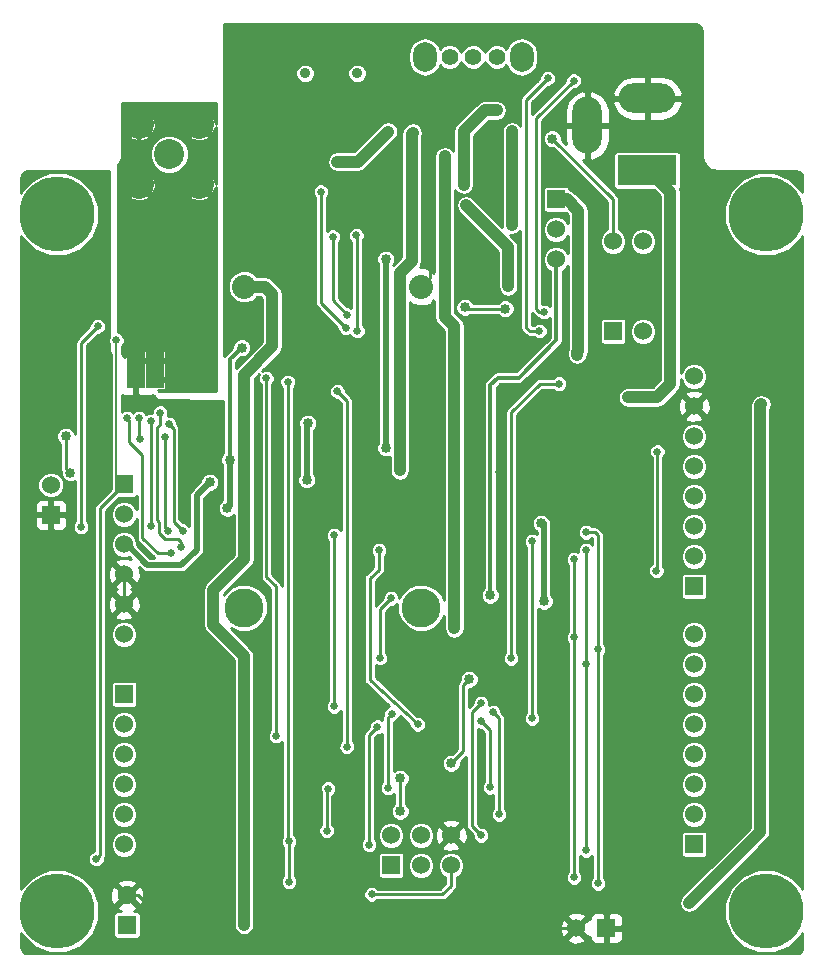
<source format=gbl>
G04 (created by PCBNEW (2013-07-07 BZR 4022)-stable) date Tue 23 Jul 2013 03:58:13 PM NZST*
%MOIN*%
G04 Gerber Fmt 3.4, Leading zero omitted, Abs format*
%FSLAX34Y34*%
G01*
G70*
G90*
G04 APERTURE LIST*
%ADD10C,0.00590551*%
%ADD11C,0.0354*%
%ADD12C,0.25*%
%ADD13R,0.06X0.06*%
%ADD14C,0.06*%
%ADD15C,0.1*%
%ADD16R,0.0629921X0.0629921*%
%ADD17C,0.0629921*%
%ADD18O,0.189X0.0984252*%
%ADD19R,0.19685X0.0984252*%
%ADD20O,0.0984252X0.189*%
%ADD21C,0.0551181*%
%ADD22O,0.0787402X0.0984252*%
%ADD23C,0.08*%
%ADD24C,0.13*%
%ADD25C,0.0255906*%
%ADD26C,0.0334646*%
%ADD27C,0.01*%
%ADD28C,0.0393701*%
%ADD29C,0.019685*%
%ADD30C,0.00984252*%
%ADD31C,0.00787402*%
%ADD32C,0.0137795*%
G04 APERTURE END LIST*
G54D10*
G54D11*
X29634Y-21800D03*
X31366Y-21800D03*
G54D12*
X21380Y-26500D03*
X21380Y-49730D03*
X45000Y-26500D03*
X45000Y-49730D03*
G54D13*
X39900Y-30400D03*
G54D14*
X40900Y-30400D03*
X40900Y-27400D03*
X39900Y-27400D03*
G54D13*
X42600Y-47500D03*
G54D14*
X42600Y-46500D03*
X42600Y-45500D03*
X42600Y-44500D03*
X42600Y-43500D03*
X42600Y-42500D03*
X42600Y-41500D03*
X42600Y-40500D03*
G54D13*
X42600Y-38900D03*
G54D14*
X42600Y-37900D03*
X42600Y-36900D03*
X42600Y-35900D03*
X42600Y-34900D03*
X42600Y-33900D03*
X42600Y-32900D03*
X42600Y-31900D03*
G54D13*
X32500Y-48200D03*
G54D14*
X32500Y-47200D03*
X33500Y-48200D03*
X33500Y-47200D03*
X34500Y-48200D03*
X34500Y-47200D03*
G54D13*
X38000Y-26000D03*
G54D14*
X38000Y-27000D03*
X38000Y-28000D03*
G54D13*
X21161Y-36523D03*
G54D14*
X21161Y-35523D03*
G54D13*
X39673Y-50295D03*
G54D14*
X38673Y-50295D03*
G54D13*
X23600Y-42500D03*
G54D14*
X23600Y-43500D03*
X23600Y-44500D03*
X23600Y-45500D03*
X23600Y-46500D03*
X23600Y-47500D03*
G54D13*
X23600Y-35500D03*
G54D14*
X23600Y-36500D03*
X23600Y-37500D03*
X23600Y-38500D03*
X23600Y-39500D03*
X23600Y-40500D03*
G54D15*
X25100Y-24500D03*
X26100Y-23500D03*
X24100Y-23500D03*
X24100Y-25500D03*
X26100Y-25500D03*
G54D16*
X23700Y-50192D03*
G54D17*
X23700Y-49207D03*
G54D18*
X41043Y-22637D03*
G54D19*
X41043Y-25037D03*
G54D20*
X39043Y-23537D03*
G54D21*
X35236Y-21259D03*
X36023Y-21259D03*
X34448Y-21259D03*
G54D22*
X33622Y-21259D03*
X36850Y-21259D03*
G54D23*
X33505Y-28918D03*
X27605Y-28918D03*
G54D24*
X33505Y-39618D03*
X27605Y-39618D03*
G54D16*
X24625Y-31377D03*
X24625Y-32007D03*
X23996Y-31377D03*
X23996Y-32007D03*
G54D25*
X37598Y-29763D03*
X38582Y-22047D03*
X37716Y-21968D03*
X37440Y-30393D03*
G54D26*
X38700Y-31181D03*
X34921Y-25511D03*
X36023Y-23031D03*
G54D25*
X31377Y-30393D03*
X31338Y-27204D03*
X31023Y-29842D03*
X30551Y-27244D03*
X30157Y-25748D03*
X30984Y-30275D03*
X36500Y-41300D03*
X38100Y-32150D03*
X25551Y-37047D03*
X25100Y-33500D03*
X25078Y-37047D03*
X24960Y-33937D03*
X24094Y-33307D03*
X24133Y-33976D03*
X24500Y-36900D03*
X24488Y-33385D03*
X39000Y-37700D03*
X39000Y-47700D03*
X39000Y-41500D03*
X39000Y-37100D03*
X39400Y-48800D03*
X39400Y-41000D03*
X41338Y-38385D03*
X41377Y-34409D03*
X38600Y-40600D03*
X38600Y-48600D03*
X38600Y-38000D03*
X32500Y-39300D03*
X32125Y-41299D03*
X30600Y-42900D03*
X30600Y-37200D03*
X31771Y-47519D03*
X32047Y-43582D03*
X28661Y-43897D03*
X28346Y-31968D03*
X35500Y-42800D03*
X35500Y-47200D03*
X31023Y-44251D03*
X30708Y-32401D03*
X36100Y-46500D03*
X35900Y-43100D03*
X32100Y-37700D03*
X33385Y-43503D03*
X35800Y-45600D03*
X35500Y-43400D03*
X37200Y-43300D03*
X37200Y-37400D03*
X25511Y-37598D03*
X24803Y-33110D03*
X32519Y-43149D03*
X32401Y-45629D03*
X30400Y-45650D03*
X30350Y-47050D03*
X31850Y-49173D03*
X29100Y-48750D03*
X23346Y-30708D03*
X22677Y-47992D03*
X29055Y-32086D03*
X29094Y-47401D03*
X23700Y-33307D03*
X25157Y-37795D03*
X22165Y-36929D03*
X22716Y-30236D03*
G54D26*
X26535Y-39055D03*
X27598Y-50196D03*
X44842Y-32834D03*
X42440Y-49448D03*
X35800Y-39200D03*
X32400Y-23750D03*
X35000Y-26200D03*
X36400Y-28900D03*
X30700Y-24750D03*
X27519Y-30944D03*
X27125Y-34685D03*
X27047Y-36299D03*
X32322Y-34291D03*
X32322Y-27992D03*
X34960Y-29606D03*
X36299Y-29645D03*
X21811Y-35118D03*
X21653Y-33897D03*
X29685Y-35354D03*
X29724Y-33464D03*
X32795Y-33346D03*
X26456Y-35433D03*
X32795Y-35039D03*
X33228Y-23779D03*
X37874Y-23976D03*
X37500Y-36800D03*
X37600Y-39400D03*
X32800Y-45300D03*
X32800Y-46400D03*
X34500Y-44800D03*
X35100Y-42000D03*
X36529Y-23734D03*
X36535Y-26850D03*
X34600Y-40300D03*
X34291Y-24566D03*
X40393Y-32598D03*
X29842Y-24173D03*
X30236Y-40118D03*
X29448Y-39566D03*
X26811Y-41338D03*
X29842Y-41338D03*
X37650Y-29050D03*
X41342Y-26314D03*
X40283Y-25996D03*
X42598Y-26299D03*
X37800Y-25250D03*
X34850Y-28918D03*
X35800Y-28900D03*
X33800Y-27400D03*
X32700Y-24900D03*
X36000Y-41300D03*
X35800Y-42400D03*
X36500Y-46000D03*
X36600Y-42850D03*
X25586Y-40039D03*
X25937Y-38720D03*
X26811Y-44173D03*
X26811Y-45787D03*
X33850Y-32800D03*
X35100Y-32800D03*
X35100Y-36300D03*
X28700Y-32850D03*
X30550Y-32950D03*
X31650Y-32800D03*
X29600Y-32850D03*
X28700Y-34200D03*
X33850Y-36300D03*
X25650Y-36050D03*
X26600Y-36050D03*
X26650Y-35039D03*
X22496Y-34224D03*
X22559Y-35905D03*
X22952Y-35551D03*
X21614Y-37992D03*
X21338Y-28543D03*
X22874Y-27283D03*
X22874Y-25472D03*
X27165Y-20433D03*
X27165Y-21141D03*
X27165Y-21929D03*
X27204Y-22784D03*
X27204Y-23897D03*
X27204Y-24724D03*
X27244Y-28110D03*
X27244Y-26220D03*
X27244Y-27125D03*
X20354Y-34015D03*
X20393Y-28543D03*
X22716Y-27992D03*
X22716Y-29685D03*
X22716Y-28818D03*
G54D25*
X23031Y-33188D03*
G54D26*
X26811Y-42519D03*
X30000Y-42519D03*
X26811Y-43267D03*
X30000Y-43267D03*
X36149Y-36350D03*
X36141Y-35078D03*
X36251Y-32681D03*
X30393Y-45000D03*
X31350Y-44968D03*
X33330Y-44196D03*
X40901Y-43905D03*
X38098Y-44460D03*
X40574Y-39464D03*
X38173Y-39464D03*
X40905Y-34960D03*
X24842Y-28346D03*
X45236Y-29212D03*
X45472Y-30039D03*
X46023Y-30472D03*
X45836Y-31929D03*
X45708Y-35748D03*
X45748Y-40787D03*
X45787Y-47677D03*
X36614Y-23031D03*
X28385Y-50787D03*
X35118Y-50787D03*
X43070Y-50748D03*
X20511Y-39488D03*
X20551Y-47755D03*
X20511Y-44685D03*
G54D25*
X30078Y-34645D03*
G54D26*
X30039Y-32007D03*
X43937Y-29251D03*
X43503Y-30157D03*
X45236Y-32125D03*
X44409Y-32125D03*
X43661Y-31732D03*
X43503Y-31062D03*
X35100Y-31600D03*
X35100Y-35100D03*
X40900Y-46000D03*
X40900Y-50300D03*
X31850Y-27165D03*
X31181Y-24173D03*
X33149Y-22755D03*
G54D27*
X37322Y-29645D02*
X37440Y-29763D01*
X37322Y-23307D02*
X37322Y-29645D01*
X38582Y-22047D02*
X37322Y-23307D01*
X37440Y-29763D02*
X37598Y-29763D01*
X37125Y-30393D02*
X37440Y-30393D01*
X37716Y-21968D02*
X37007Y-22677D01*
X37007Y-22677D02*
X37007Y-30275D01*
X37007Y-30275D02*
X37125Y-30393D01*
G54D28*
X38740Y-26377D02*
X38740Y-31062D01*
X38740Y-26377D02*
X38362Y-26000D01*
X38000Y-26000D02*
X38362Y-26000D01*
X38700Y-31102D02*
X38700Y-31181D01*
G54D29*
X38740Y-31062D02*
X38700Y-31102D01*
G54D28*
X34921Y-23740D02*
X35629Y-23031D01*
X34921Y-25511D02*
X34921Y-23740D01*
X35629Y-23031D02*
X36023Y-23031D01*
G54D27*
X31377Y-27244D02*
X31377Y-30393D01*
X31338Y-27204D02*
X31377Y-27244D01*
X30551Y-27244D02*
X30551Y-29370D01*
X30551Y-29370D02*
X31023Y-29842D01*
X30157Y-25748D02*
X30157Y-29448D01*
X30157Y-29448D02*
X30984Y-30275D01*
G54D30*
X37450Y-32150D02*
X38100Y-32150D01*
X36500Y-41300D02*
X36500Y-33100D01*
X36500Y-33100D02*
X37450Y-32150D01*
X25551Y-37047D02*
X25250Y-36746D01*
X25250Y-33650D02*
X25100Y-33500D01*
X25250Y-36746D02*
X25250Y-33650D01*
X25100Y-33500D02*
X25100Y-33500D01*
X25100Y-33500D02*
X25100Y-33500D01*
X25078Y-37047D02*
X24960Y-36929D01*
X24960Y-36929D02*
X24960Y-33937D01*
X24094Y-33937D02*
X24094Y-33307D01*
X24133Y-33976D02*
X24094Y-33937D01*
X24500Y-36900D02*
X24488Y-33385D01*
X39000Y-41500D02*
X39000Y-37700D01*
X39000Y-41500D02*
X39000Y-47700D01*
X39400Y-41000D02*
X39400Y-37200D01*
X39300Y-37100D02*
X39000Y-37100D01*
X39400Y-37200D02*
X39300Y-37100D01*
X39400Y-41000D02*
X39400Y-48800D01*
X41338Y-38385D02*
X41377Y-38346D01*
X41377Y-38346D02*
X41377Y-34409D01*
X38600Y-41000D02*
X38600Y-40600D01*
X38600Y-41000D02*
X38600Y-48600D01*
X38600Y-40200D02*
X38600Y-38000D01*
X38600Y-40600D02*
X38600Y-40200D01*
X32125Y-39674D02*
X32500Y-39300D01*
X32125Y-41299D02*
X32125Y-39674D01*
G54D27*
X30600Y-37200D02*
X30600Y-42900D01*
G54D30*
X31771Y-43858D02*
X31771Y-47519D01*
X32047Y-43582D02*
X31771Y-43858D01*
X28661Y-38897D02*
X28661Y-43897D01*
X28346Y-38582D02*
X28661Y-38897D01*
X28346Y-31968D02*
X28346Y-38582D01*
G54D27*
X35500Y-42800D02*
X35200Y-43100D01*
X35200Y-46900D02*
X35500Y-47200D01*
X35200Y-43100D02*
X35200Y-46900D01*
G54D30*
X31023Y-32716D02*
X31023Y-44251D01*
X30708Y-32401D02*
X31023Y-32716D01*
G54D27*
X36100Y-43300D02*
X36100Y-46500D01*
X35900Y-43100D02*
X36100Y-43300D01*
G54D30*
X31785Y-42021D02*
X33385Y-43503D01*
X32100Y-37700D02*
X32100Y-38346D01*
X32100Y-38346D02*
X31785Y-38641D01*
X31785Y-38641D02*
X31785Y-42021D01*
G54D27*
X35800Y-43700D02*
X35800Y-45600D01*
X35500Y-43400D02*
X35800Y-43700D01*
G54D30*
X37200Y-43300D02*
X37200Y-37400D01*
X24763Y-36771D02*
X24763Y-37125D01*
X24763Y-37125D02*
X24960Y-37322D01*
X24960Y-37322D02*
X25393Y-37322D01*
X25393Y-37322D02*
X25511Y-37440D01*
X25511Y-37440D02*
X25511Y-37598D01*
X24803Y-33110D02*
X24803Y-33503D01*
X24685Y-33622D02*
X24803Y-33503D01*
X24685Y-36692D02*
X24685Y-33622D01*
X24763Y-36771D02*
X24685Y-36692D01*
X32519Y-43149D02*
X32401Y-43267D01*
X32401Y-43267D02*
X32401Y-45629D01*
X30350Y-45700D02*
X30400Y-45650D01*
X30350Y-47050D02*
X30350Y-45700D01*
X34212Y-49173D02*
X31850Y-49173D01*
X34212Y-49173D02*
X34500Y-48885D01*
X34500Y-48885D02*
X34500Y-48200D01*
X29094Y-47401D02*
X29094Y-48744D01*
X29094Y-48744D02*
X29100Y-48750D01*
G54D31*
X23346Y-30708D02*
X23346Y-35246D01*
X23346Y-35246D02*
X23600Y-35500D01*
G54D30*
X22795Y-36496D02*
X22795Y-36304D01*
X22795Y-36304D02*
X23600Y-35500D01*
X22795Y-47874D02*
X22795Y-36496D01*
X22677Y-47992D02*
X22795Y-47874D01*
X29055Y-34370D02*
X29055Y-47362D01*
X29055Y-32086D02*
X29055Y-34370D01*
X29055Y-47362D02*
X29094Y-47401D01*
X25157Y-37795D02*
X24724Y-37795D01*
X24212Y-37283D02*
X24212Y-34527D01*
X24212Y-34527D02*
X23779Y-34094D01*
X23779Y-34094D02*
X23779Y-33385D01*
X23779Y-33385D02*
X23700Y-33307D01*
X24724Y-37795D02*
X24212Y-37283D01*
X22165Y-36929D02*
X22165Y-30787D01*
X22165Y-30787D02*
X22716Y-30236D01*
G54D10*
X22677Y-30275D02*
X22716Y-30236D01*
G54D32*
X26496Y-39094D02*
X26535Y-39055D01*
G54D28*
X27598Y-41220D02*
X26574Y-40196D01*
X27598Y-50196D02*
X27598Y-41220D01*
X26574Y-39015D02*
X27605Y-37985D01*
X26574Y-39094D02*
X26574Y-39015D01*
X26574Y-40196D02*
X26574Y-39094D01*
X27605Y-32165D02*
X27605Y-31843D01*
X27605Y-31843D02*
X28543Y-30905D01*
X28543Y-30905D02*
X28543Y-29173D01*
X28543Y-29173D02*
X28288Y-28918D01*
X28288Y-28918D02*
X27605Y-28918D01*
X27605Y-37985D02*
X27605Y-32165D01*
X44842Y-32834D02*
X44803Y-32874D01*
X44803Y-32874D02*
X44803Y-47086D01*
X44803Y-47086D02*
X42440Y-49448D01*
G54D30*
X27559Y-38031D02*
X27605Y-37985D01*
G54D32*
X38000Y-30700D02*
X36750Y-31950D01*
X35800Y-39200D02*
X35800Y-32200D01*
X38000Y-30700D02*
X38000Y-28000D01*
X36050Y-31950D02*
X35800Y-32200D01*
X36750Y-31950D02*
X36050Y-31950D01*
G54D28*
X32400Y-23750D02*
X31400Y-24750D01*
X36400Y-27600D02*
X35000Y-26200D01*
X36400Y-28900D02*
X36400Y-27600D01*
X31400Y-24750D02*
X30700Y-24750D01*
G54D32*
X27125Y-31338D02*
X27519Y-30944D01*
X27125Y-34685D02*
X27125Y-31338D01*
G54D29*
X27125Y-34685D02*
X27125Y-36220D01*
X27125Y-36220D02*
X27047Y-36299D01*
X32322Y-27992D02*
X32322Y-34291D01*
G54D30*
X34960Y-29606D02*
X35000Y-29645D01*
X35000Y-29645D02*
X36299Y-29645D01*
X21811Y-35118D02*
X21653Y-34960D01*
X21653Y-34960D02*
X21653Y-33897D01*
G54D29*
X29685Y-33503D02*
X29685Y-35354D01*
X29724Y-33464D02*
X29685Y-33503D01*
X26023Y-37677D02*
X26023Y-35866D01*
X26023Y-35866D02*
X26456Y-35433D01*
X26023Y-37677D02*
X25511Y-38188D01*
X25511Y-38188D02*
X24370Y-38188D01*
X24370Y-38188D02*
X23681Y-37500D01*
X23600Y-37500D02*
X23681Y-37500D01*
G54D28*
X32795Y-34409D02*
X32795Y-35039D01*
X32795Y-33346D02*
X32795Y-34409D01*
X33228Y-23779D02*
X33188Y-23818D01*
X33188Y-23818D02*
X33188Y-28070D01*
X33188Y-28070D02*
X32795Y-28464D01*
X32795Y-28464D02*
X32795Y-33346D01*
G54D30*
X39900Y-26002D02*
X39900Y-27400D01*
X37874Y-23976D02*
X39900Y-26002D01*
G54D29*
X37600Y-36800D02*
X37500Y-36800D01*
X37600Y-39400D02*
X37600Y-36800D01*
G54D27*
X32800Y-46400D02*
X32800Y-45300D01*
X34900Y-44400D02*
X34500Y-44800D01*
X34900Y-42200D02*
X34900Y-44400D01*
X35100Y-42000D02*
X34900Y-42200D01*
G54D28*
X36535Y-23740D02*
X36535Y-26850D01*
X36529Y-23734D02*
X36535Y-23740D01*
X34600Y-40300D02*
X34606Y-40293D01*
X34291Y-29921D02*
X34291Y-24566D01*
X34606Y-30236D02*
X34291Y-29921D01*
X34606Y-36811D02*
X34606Y-30236D01*
X34606Y-40293D02*
X34606Y-36811D01*
X41811Y-32165D02*
X41377Y-32598D01*
X41811Y-32165D02*
X41811Y-25748D01*
X41811Y-25748D02*
X41100Y-25037D01*
X41043Y-25037D02*
X41100Y-25037D01*
X41377Y-32598D02*
X40393Y-32598D01*
G54D30*
X31181Y-24173D02*
X29842Y-24173D01*
X29842Y-41338D02*
X30236Y-40944D01*
X30000Y-40118D02*
X29448Y-39566D01*
X30236Y-40118D02*
X30000Y-40118D01*
X30236Y-40944D02*
X30236Y-40118D01*
G54D31*
X41342Y-26314D02*
X40602Y-26314D01*
X40602Y-26314D02*
X40283Y-25996D01*
G54D30*
X35781Y-28918D02*
X35800Y-28900D01*
X35781Y-28918D02*
X34850Y-28918D01*
X33505Y-28918D02*
X33800Y-28623D01*
X33800Y-28623D02*
X33800Y-27400D01*
X32755Y-24900D02*
X32700Y-24900D01*
X35800Y-42400D02*
X35800Y-41500D01*
X36150Y-42400D02*
X35800Y-42400D01*
X36150Y-42400D02*
X36600Y-42850D01*
X35800Y-41500D02*
X36000Y-41300D01*
X36500Y-46000D02*
X36500Y-42950D01*
X36500Y-42950D02*
X36600Y-42850D01*
X26811Y-41338D02*
X26811Y-41263D01*
X26811Y-41263D02*
X25586Y-40039D01*
G54D31*
X26811Y-44173D02*
X26811Y-43267D01*
G54D30*
X26811Y-50787D02*
X26811Y-45787D01*
X26650Y-35039D02*
X26650Y-35050D01*
G54D32*
X24100Y-25500D02*
X24100Y-23500D01*
G54D30*
X22559Y-35905D02*
X22496Y-35842D01*
X22496Y-35842D02*
X22496Y-34224D01*
G54D31*
X22586Y-35877D02*
X22559Y-35905D01*
G54D32*
X27165Y-21141D02*
X27165Y-20433D01*
X27165Y-22744D02*
X27165Y-21929D01*
X27204Y-22784D02*
X27165Y-22744D01*
X27204Y-24724D02*
X27204Y-23897D01*
X27244Y-26220D02*
X27244Y-27125D01*
G54D30*
X20354Y-39330D02*
X20354Y-34015D01*
X20393Y-28543D02*
X21338Y-28543D01*
X21338Y-28543D02*
X22165Y-28543D01*
X22165Y-28543D02*
X22716Y-27992D01*
X20511Y-39488D02*
X20354Y-39330D01*
G54D32*
X22716Y-28818D02*
X22716Y-29685D01*
G54D31*
X36141Y-35078D02*
X36149Y-35086D01*
X36149Y-35086D02*
X36149Y-36350D01*
X36251Y-32681D02*
X36141Y-32791D01*
X36141Y-32791D02*
X36141Y-35078D01*
X30393Y-45000D02*
X31330Y-44988D01*
X31330Y-44988D02*
X31350Y-44968D01*
X26811Y-43267D02*
X26811Y-42519D01*
X26811Y-42519D02*
X26811Y-41338D01*
G54D30*
X40905Y-38354D02*
X40574Y-38685D01*
X40900Y-46000D02*
X40901Y-43905D01*
X40901Y-43905D02*
X40904Y-41173D01*
X40904Y-40771D02*
X40904Y-41173D01*
X40905Y-38354D02*
X40905Y-34960D01*
X40574Y-40441D02*
X40904Y-40771D01*
X40574Y-38685D02*
X40574Y-39464D01*
X40574Y-39464D02*
X40574Y-40441D01*
G54D32*
X45236Y-29803D02*
X45236Y-29212D01*
X45472Y-30039D02*
X45236Y-29803D01*
X46023Y-31742D02*
X46023Y-30472D01*
X46023Y-31742D02*
X45836Y-31929D01*
G54D30*
X45708Y-35748D02*
X45708Y-32057D01*
X45708Y-32057D02*
X45836Y-31929D01*
X45748Y-47637D02*
X45748Y-40787D01*
X45787Y-47677D02*
X45748Y-47637D01*
G54D27*
X33307Y-22598D02*
X33149Y-22755D01*
X36417Y-22598D02*
X33307Y-22598D01*
X36614Y-22795D02*
X36417Y-22598D01*
X36614Y-23031D02*
X36614Y-22795D01*
G54D30*
X26811Y-50787D02*
X26811Y-50800D01*
X26811Y-50800D02*
X26811Y-50787D01*
X20354Y-36496D02*
X21133Y-36496D01*
X21133Y-36496D02*
X21161Y-36523D01*
G54D10*
X43149Y-50748D02*
X43188Y-50787D01*
X43070Y-50748D02*
X43149Y-50748D01*
G54D30*
X20511Y-39488D02*
X20511Y-44685D01*
X38673Y-50295D02*
X36948Y-50295D01*
X24050Y-49207D02*
X23700Y-49207D01*
X25629Y-50787D02*
X24050Y-49207D01*
X36456Y-50787D02*
X35118Y-50787D01*
X35118Y-50787D02*
X28385Y-50787D01*
X28385Y-50787D02*
X26811Y-50787D01*
X26811Y-50787D02*
X25629Y-50787D01*
X36948Y-50295D02*
X36456Y-50787D01*
X30078Y-32047D02*
X30078Y-33700D01*
X30078Y-33700D02*
X30078Y-34645D01*
X30039Y-32007D02*
X30078Y-32047D01*
G54D32*
X43937Y-29251D02*
X43503Y-29685D01*
X43503Y-29685D02*
X43503Y-30157D01*
X44409Y-32125D02*
X45236Y-32125D01*
X43503Y-31574D02*
X43661Y-31732D01*
X43503Y-31417D02*
X43503Y-31574D01*
X43503Y-31062D02*
X43503Y-31417D01*
G54D30*
X35100Y-32800D02*
X35100Y-31600D01*
X35100Y-35100D02*
X35100Y-32800D01*
X40900Y-46000D02*
X40900Y-50300D01*
X23600Y-38500D02*
X23600Y-39500D01*
G54D27*
X32755Y-23149D02*
X33149Y-22755D01*
X32755Y-26850D02*
X32755Y-24900D01*
X32755Y-24900D02*
X32755Y-23149D01*
X32440Y-27165D02*
X32755Y-26850D01*
X31850Y-27165D02*
X32440Y-27165D01*
X32598Y-22755D02*
X33149Y-22755D01*
X31181Y-24173D02*
X32598Y-22755D01*
G54D10*
G36*
X26650Y-32400D02*
X26451Y-32400D01*
X26451Y-25920D01*
X26100Y-25568D01*
X26031Y-25636D01*
X26031Y-25500D01*
X25679Y-25148D01*
X25619Y-25210D01*
X25545Y-25416D01*
X25555Y-25635D01*
X25619Y-25789D01*
X25679Y-25851D01*
X26031Y-25500D01*
X26031Y-25636D01*
X25748Y-25920D01*
X25810Y-25980D01*
X26016Y-26054D01*
X26235Y-26044D01*
X26389Y-25980D01*
X26451Y-25920D01*
X26451Y-32400D01*
X24770Y-32400D01*
X24743Y-32372D01*
X24931Y-32372D01*
X24950Y-32372D01*
X24969Y-32365D01*
X24983Y-32351D01*
X24990Y-32332D01*
X24990Y-31702D01*
X24990Y-31692D01*
X24990Y-31683D01*
X24990Y-31053D01*
X24983Y-31034D01*
X24969Y-31020D01*
X24950Y-31013D01*
X24931Y-31012D01*
X24686Y-31012D01*
X24674Y-31025D01*
X24674Y-31329D01*
X24978Y-31329D01*
X24990Y-31317D01*
X24990Y-31053D01*
X24990Y-31683D01*
X24990Y-31683D01*
X24990Y-31438D01*
X24978Y-31426D01*
X24674Y-31426D01*
X24674Y-31655D01*
X24674Y-31730D01*
X24674Y-31959D01*
X24978Y-31959D01*
X24990Y-31946D01*
X24990Y-31702D01*
X24990Y-31702D01*
X24990Y-32332D01*
X24990Y-32068D01*
X24978Y-32056D01*
X24674Y-32056D01*
X24674Y-32064D01*
X24654Y-32064D01*
X24654Y-25583D01*
X24644Y-25364D01*
X24580Y-25210D01*
X24520Y-25148D01*
X24451Y-25216D01*
X24451Y-25079D01*
X24389Y-25019D01*
X24183Y-24945D01*
X23964Y-24955D01*
X23810Y-25019D01*
X23748Y-25079D01*
X24100Y-25431D01*
X24451Y-25079D01*
X24451Y-25216D01*
X24168Y-25500D01*
X24520Y-25851D01*
X24580Y-25789D01*
X24654Y-25583D01*
X24654Y-32064D01*
X24577Y-32064D01*
X24577Y-32056D01*
X24569Y-32056D01*
X24569Y-31959D01*
X24577Y-31959D01*
X24577Y-31730D01*
X24577Y-31655D01*
X24577Y-31426D01*
X24577Y-31329D01*
X24577Y-31025D01*
X24565Y-31012D01*
X24451Y-31012D01*
X24451Y-25920D01*
X24100Y-25568D01*
X24031Y-25636D01*
X24031Y-25500D01*
X23679Y-25148D01*
X23619Y-25210D01*
X23545Y-25416D01*
X23555Y-25635D01*
X23619Y-25789D01*
X23679Y-25851D01*
X24031Y-25500D01*
X24031Y-25636D01*
X23748Y-25920D01*
X23810Y-25980D01*
X24016Y-26054D01*
X24235Y-26044D01*
X24389Y-25980D01*
X24451Y-25920D01*
X24451Y-31012D01*
X24320Y-31012D01*
X24311Y-31012D01*
X24301Y-31012D01*
X24056Y-31012D01*
X24044Y-31025D01*
X24044Y-31329D01*
X24273Y-31329D01*
X24348Y-31329D01*
X24577Y-31329D01*
X24577Y-31426D01*
X24348Y-31426D01*
X24273Y-31426D01*
X24044Y-31426D01*
X24044Y-31434D01*
X23947Y-31434D01*
X23947Y-31426D01*
X23939Y-31426D01*
X23939Y-31329D01*
X23947Y-31329D01*
X23947Y-31025D01*
X23935Y-31012D01*
X23691Y-31012D01*
X23671Y-31013D01*
X23652Y-31020D01*
X23638Y-31034D01*
X23631Y-31053D01*
X23631Y-31260D01*
X23534Y-31163D01*
X23534Y-30911D01*
X23580Y-30865D01*
X23622Y-30763D01*
X23622Y-30653D01*
X23580Y-30552D01*
X23503Y-30474D01*
X23401Y-30432D01*
X23396Y-30432D01*
X23396Y-24869D01*
X23462Y-24771D01*
X23487Y-24710D01*
X23487Y-24710D01*
X23514Y-24572D01*
X23514Y-24555D01*
X23518Y-24540D01*
X23518Y-22800D01*
X26650Y-22800D01*
X26650Y-22850D01*
X26650Y-23487D01*
X26644Y-23364D01*
X26580Y-23210D01*
X26520Y-23148D01*
X26451Y-23216D01*
X26451Y-23079D01*
X26389Y-23019D01*
X26183Y-22945D01*
X25964Y-22955D01*
X25810Y-23019D01*
X25748Y-23079D01*
X26100Y-23431D01*
X26451Y-23079D01*
X26451Y-23216D01*
X26168Y-23500D01*
X26520Y-23851D01*
X26580Y-23789D01*
X26650Y-23595D01*
X26650Y-25487D01*
X26644Y-25364D01*
X26580Y-25210D01*
X26520Y-25148D01*
X26451Y-25216D01*
X26451Y-25079D01*
X26451Y-23920D01*
X26100Y-23568D01*
X26031Y-23636D01*
X26031Y-23500D01*
X25679Y-23148D01*
X25619Y-23210D01*
X25545Y-23416D01*
X25555Y-23635D01*
X25619Y-23789D01*
X25679Y-23851D01*
X26031Y-23500D01*
X26031Y-23636D01*
X25748Y-23920D01*
X25810Y-23980D01*
X26016Y-24054D01*
X26235Y-24044D01*
X26389Y-23980D01*
X26451Y-23920D01*
X26451Y-25079D01*
X26389Y-25019D01*
X26183Y-24945D01*
X25964Y-24955D01*
X25810Y-25019D01*
X25748Y-25079D01*
X25748Y-24371D01*
X25650Y-24133D01*
X25467Y-23950D01*
X25229Y-23851D01*
X24971Y-23851D01*
X24733Y-23949D01*
X24654Y-24028D01*
X24654Y-23583D01*
X24644Y-23364D01*
X24580Y-23210D01*
X24520Y-23148D01*
X24451Y-23216D01*
X24451Y-23079D01*
X24389Y-23019D01*
X24183Y-22945D01*
X23964Y-22955D01*
X23810Y-23019D01*
X23748Y-23079D01*
X24100Y-23431D01*
X24451Y-23079D01*
X24451Y-23216D01*
X24168Y-23500D01*
X24520Y-23851D01*
X24580Y-23789D01*
X24654Y-23583D01*
X24654Y-24028D01*
X24550Y-24132D01*
X24451Y-24369D01*
X24451Y-23920D01*
X24100Y-23568D01*
X24031Y-23636D01*
X24031Y-23500D01*
X23679Y-23148D01*
X23619Y-23210D01*
X23545Y-23416D01*
X23555Y-23635D01*
X23619Y-23789D01*
X23679Y-23851D01*
X24031Y-23500D01*
X24031Y-23636D01*
X23748Y-23920D01*
X23810Y-23980D01*
X24016Y-24054D01*
X24235Y-24044D01*
X24389Y-23980D01*
X24451Y-23920D01*
X24451Y-24369D01*
X24451Y-24370D01*
X24451Y-24628D01*
X24549Y-24866D01*
X24732Y-25049D01*
X24970Y-25148D01*
X25228Y-25148D01*
X25466Y-25050D01*
X25649Y-24867D01*
X25748Y-24629D01*
X25748Y-24371D01*
X25748Y-25079D01*
X25748Y-25079D01*
X26100Y-25431D01*
X26451Y-25079D01*
X26451Y-25216D01*
X26168Y-25500D01*
X26520Y-25851D01*
X26580Y-25789D01*
X26650Y-25595D01*
X26650Y-32400D01*
X26650Y-32400D01*
G37*
G54D27*
X26650Y-32400D02*
X26451Y-32400D01*
X26451Y-25920D01*
X26100Y-25568D01*
X26031Y-25636D01*
X26031Y-25500D01*
X25679Y-25148D01*
X25619Y-25210D01*
X25545Y-25416D01*
X25555Y-25635D01*
X25619Y-25789D01*
X25679Y-25851D01*
X26031Y-25500D01*
X26031Y-25636D01*
X25748Y-25920D01*
X25810Y-25980D01*
X26016Y-26054D01*
X26235Y-26044D01*
X26389Y-25980D01*
X26451Y-25920D01*
X26451Y-32400D01*
X24770Y-32400D01*
X24743Y-32372D01*
X24931Y-32372D01*
X24950Y-32372D01*
X24969Y-32365D01*
X24983Y-32351D01*
X24990Y-32332D01*
X24990Y-31702D01*
X24990Y-31692D01*
X24990Y-31683D01*
X24990Y-31053D01*
X24983Y-31034D01*
X24969Y-31020D01*
X24950Y-31013D01*
X24931Y-31012D01*
X24686Y-31012D01*
X24674Y-31025D01*
X24674Y-31329D01*
X24978Y-31329D01*
X24990Y-31317D01*
X24990Y-31053D01*
X24990Y-31683D01*
X24990Y-31683D01*
X24990Y-31438D01*
X24978Y-31426D01*
X24674Y-31426D01*
X24674Y-31655D01*
X24674Y-31730D01*
X24674Y-31959D01*
X24978Y-31959D01*
X24990Y-31946D01*
X24990Y-31702D01*
X24990Y-31702D01*
X24990Y-32332D01*
X24990Y-32068D01*
X24978Y-32056D01*
X24674Y-32056D01*
X24674Y-32064D01*
X24654Y-32064D01*
X24654Y-25583D01*
X24644Y-25364D01*
X24580Y-25210D01*
X24520Y-25148D01*
X24451Y-25216D01*
X24451Y-25079D01*
X24389Y-25019D01*
X24183Y-24945D01*
X23964Y-24955D01*
X23810Y-25019D01*
X23748Y-25079D01*
X24100Y-25431D01*
X24451Y-25079D01*
X24451Y-25216D01*
X24168Y-25500D01*
X24520Y-25851D01*
X24580Y-25789D01*
X24654Y-25583D01*
X24654Y-32064D01*
X24577Y-32064D01*
X24577Y-32056D01*
X24569Y-32056D01*
X24569Y-31959D01*
X24577Y-31959D01*
X24577Y-31730D01*
X24577Y-31655D01*
X24577Y-31426D01*
X24577Y-31329D01*
X24577Y-31025D01*
X24565Y-31012D01*
X24451Y-31012D01*
X24451Y-25920D01*
X24100Y-25568D01*
X24031Y-25636D01*
X24031Y-25500D01*
X23679Y-25148D01*
X23619Y-25210D01*
X23545Y-25416D01*
X23555Y-25635D01*
X23619Y-25789D01*
X23679Y-25851D01*
X24031Y-25500D01*
X24031Y-25636D01*
X23748Y-25920D01*
X23810Y-25980D01*
X24016Y-26054D01*
X24235Y-26044D01*
X24389Y-25980D01*
X24451Y-25920D01*
X24451Y-31012D01*
X24320Y-31012D01*
X24311Y-31012D01*
X24301Y-31012D01*
X24056Y-31012D01*
X24044Y-31025D01*
X24044Y-31329D01*
X24273Y-31329D01*
X24348Y-31329D01*
X24577Y-31329D01*
X24577Y-31426D01*
X24348Y-31426D01*
X24273Y-31426D01*
X24044Y-31426D01*
X24044Y-31434D01*
X23947Y-31434D01*
X23947Y-31426D01*
X23939Y-31426D01*
X23939Y-31329D01*
X23947Y-31329D01*
X23947Y-31025D01*
X23935Y-31012D01*
X23691Y-31012D01*
X23671Y-31013D01*
X23652Y-31020D01*
X23638Y-31034D01*
X23631Y-31053D01*
X23631Y-31260D01*
X23534Y-31163D01*
X23534Y-30911D01*
X23580Y-30865D01*
X23622Y-30763D01*
X23622Y-30653D01*
X23580Y-30552D01*
X23503Y-30474D01*
X23401Y-30432D01*
X23396Y-30432D01*
X23396Y-24869D01*
X23462Y-24771D01*
X23487Y-24710D01*
X23487Y-24710D01*
X23514Y-24572D01*
X23514Y-24555D01*
X23518Y-24540D01*
X23518Y-22800D01*
X26650Y-22800D01*
X26650Y-22850D01*
X26650Y-23487D01*
X26644Y-23364D01*
X26580Y-23210D01*
X26520Y-23148D01*
X26451Y-23216D01*
X26451Y-23079D01*
X26389Y-23019D01*
X26183Y-22945D01*
X25964Y-22955D01*
X25810Y-23019D01*
X25748Y-23079D01*
X26100Y-23431D01*
X26451Y-23079D01*
X26451Y-23216D01*
X26168Y-23500D01*
X26520Y-23851D01*
X26580Y-23789D01*
X26650Y-23595D01*
X26650Y-25487D01*
X26644Y-25364D01*
X26580Y-25210D01*
X26520Y-25148D01*
X26451Y-25216D01*
X26451Y-25079D01*
X26451Y-23920D01*
X26100Y-23568D01*
X26031Y-23636D01*
X26031Y-23500D01*
X25679Y-23148D01*
X25619Y-23210D01*
X25545Y-23416D01*
X25555Y-23635D01*
X25619Y-23789D01*
X25679Y-23851D01*
X26031Y-23500D01*
X26031Y-23636D01*
X25748Y-23920D01*
X25810Y-23980D01*
X26016Y-24054D01*
X26235Y-24044D01*
X26389Y-23980D01*
X26451Y-23920D01*
X26451Y-25079D01*
X26389Y-25019D01*
X26183Y-24945D01*
X25964Y-24955D01*
X25810Y-25019D01*
X25748Y-25079D01*
X25748Y-24371D01*
X25650Y-24133D01*
X25467Y-23950D01*
X25229Y-23851D01*
X24971Y-23851D01*
X24733Y-23949D01*
X24654Y-24028D01*
X24654Y-23583D01*
X24644Y-23364D01*
X24580Y-23210D01*
X24520Y-23148D01*
X24451Y-23216D01*
X24451Y-23079D01*
X24389Y-23019D01*
X24183Y-22945D01*
X23964Y-22955D01*
X23810Y-23019D01*
X23748Y-23079D01*
X24100Y-23431D01*
X24451Y-23079D01*
X24451Y-23216D01*
X24168Y-23500D01*
X24520Y-23851D01*
X24580Y-23789D01*
X24654Y-23583D01*
X24654Y-24028D01*
X24550Y-24132D01*
X24451Y-24369D01*
X24451Y-23920D01*
X24100Y-23568D01*
X24031Y-23636D01*
X24031Y-23500D01*
X23679Y-23148D01*
X23619Y-23210D01*
X23545Y-23416D01*
X23555Y-23635D01*
X23619Y-23789D01*
X23679Y-23851D01*
X24031Y-23500D01*
X24031Y-23636D01*
X23748Y-23920D01*
X23810Y-23980D01*
X24016Y-24054D01*
X24235Y-24044D01*
X24389Y-23980D01*
X24451Y-23920D01*
X24451Y-24369D01*
X24451Y-24370D01*
X24451Y-24628D01*
X24549Y-24866D01*
X24732Y-25049D01*
X24970Y-25148D01*
X25228Y-25148D01*
X25466Y-25050D01*
X25649Y-24867D01*
X25748Y-24629D01*
X25748Y-24371D01*
X25748Y-25079D01*
X25748Y-25079D01*
X26100Y-25431D01*
X26451Y-25079D01*
X26451Y-25216D01*
X26168Y-25500D01*
X26520Y-25851D01*
X26580Y-25789D01*
X26650Y-25595D01*
X26650Y-32400D01*
G54D10*
G36*
X33580Y-28923D02*
X33510Y-28993D01*
X33505Y-28987D01*
X33499Y-28993D01*
X33429Y-28923D01*
X33435Y-28918D01*
X33429Y-28912D01*
X33499Y-28842D01*
X33505Y-28848D01*
X33510Y-28842D01*
X33580Y-28912D01*
X33574Y-28918D01*
X33580Y-28923D01*
X33580Y-28923D01*
G37*
G54D30*
X33580Y-28923D02*
X33510Y-28993D01*
X33505Y-28987D01*
X33499Y-28993D01*
X33429Y-28923D01*
X33435Y-28918D01*
X33429Y-28912D01*
X33499Y-28842D01*
X33505Y-28848D01*
X33510Y-28842D01*
X33580Y-28912D01*
X33574Y-28918D01*
X33580Y-28923D01*
G54D10*
G36*
X46212Y-50924D02*
X46194Y-51012D01*
X46154Y-51073D01*
X46092Y-51114D01*
X46003Y-51132D01*
X41653Y-51132D01*
X41653Y-34354D01*
X41611Y-34253D01*
X41534Y-34175D01*
X41433Y-34133D01*
X41323Y-34133D01*
X41222Y-34175D01*
X41144Y-34253D01*
X41102Y-34354D01*
X41102Y-34464D01*
X41144Y-34565D01*
X41181Y-34602D01*
X41181Y-38153D01*
X41105Y-38229D01*
X41063Y-38330D01*
X41062Y-38440D01*
X41104Y-38541D01*
X41182Y-38619D01*
X41283Y-38661D01*
X41393Y-38661D01*
X41494Y-38619D01*
X41572Y-38542D01*
X41614Y-38440D01*
X41614Y-38331D01*
X41574Y-38235D01*
X41574Y-34602D01*
X41611Y-34565D01*
X41653Y-34464D01*
X41653Y-34354D01*
X41653Y-51132D01*
X40219Y-51132D01*
X40219Y-50546D01*
X40219Y-50044D01*
X40219Y-49946D01*
X40181Y-49855D01*
X40112Y-49786D01*
X40021Y-49749D01*
X39783Y-49749D01*
X39722Y-49810D01*
X39722Y-50246D01*
X40157Y-50246D01*
X40219Y-50184D01*
X40219Y-50044D01*
X40219Y-50546D01*
X40219Y-50406D01*
X40157Y-50344D01*
X39722Y-50344D01*
X39722Y-50779D01*
X39783Y-50841D01*
X40021Y-50841D01*
X40112Y-50803D01*
X40181Y-50734D01*
X40219Y-50644D01*
X40219Y-50546D01*
X40219Y-51132D01*
X39675Y-51132D01*
X39675Y-48745D01*
X39633Y-48644D01*
X39596Y-48607D01*
X39596Y-41192D01*
X39633Y-41156D01*
X39675Y-41055D01*
X39675Y-40945D01*
X39633Y-40844D01*
X39596Y-40807D01*
X39596Y-37200D01*
X39581Y-37124D01*
X39539Y-37060D01*
X39539Y-37060D01*
X39439Y-36960D01*
X39375Y-36918D01*
X39300Y-36903D01*
X39192Y-36903D01*
X39156Y-36866D01*
X39084Y-36836D01*
X39084Y-31062D01*
X39084Y-26377D01*
X39058Y-26246D01*
X38983Y-26134D01*
X38605Y-25756D01*
X38494Y-25681D01*
X38447Y-25672D01*
X38447Y-25670D01*
X38425Y-25616D01*
X38383Y-25574D01*
X38329Y-25552D01*
X38270Y-25552D01*
X37670Y-25552D01*
X37616Y-25574D01*
X37574Y-25616D01*
X37552Y-25670D01*
X37552Y-25729D01*
X37552Y-26329D01*
X37574Y-26383D01*
X37616Y-26425D01*
X37670Y-26447D01*
X37729Y-26447D01*
X38322Y-26447D01*
X38395Y-26520D01*
X38395Y-26785D01*
X38379Y-26746D01*
X38253Y-26620D01*
X38089Y-26552D01*
X37911Y-26552D01*
X37746Y-26620D01*
X37620Y-26746D01*
X37552Y-26910D01*
X37552Y-27088D01*
X37620Y-27253D01*
X37746Y-27379D01*
X37910Y-27447D01*
X38088Y-27447D01*
X38253Y-27379D01*
X38379Y-27253D01*
X38395Y-27214D01*
X38395Y-27785D01*
X38379Y-27746D01*
X38253Y-27620D01*
X38089Y-27552D01*
X37911Y-27552D01*
X37746Y-27620D01*
X37620Y-27746D01*
X37552Y-27910D01*
X37552Y-28088D01*
X37620Y-28253D01*
X37746Y-28379D01*
X37783Y-28394D01*
X37783Y-29559D01*
X37754Y-29530D01*
X37653Y-29488D01*
X37543Y-29488D01*
X37520Y-29497D01*
X37520Y-23388D01*
X38586Y-22322D01*
X38637Y-22322D01*
X38738Y-22281D01*
X38816Y-22203D01*
X38858Y-22102D01*
X38858Y-21992D01*
X38816Y-21891D01*
X38738Y-21813D01*
X38637Y-21771D01*
X38528Y-21771D01*
X38426Y-21813D01*
X38349Y-21890D01*
X38307Y-21992D01*
X38307Y-22043D01*
X37205Y-23144D01*
X37205Y-22759D01*
X37720Y-22244D01*
X37771Y-22244D01*
X37872Y-22202D01*
X37950Y-22124D01*
X37992Y-22023D01*
X37992Y-21913D01*
X37950Y-21812D01*
X37872Y-21735D01*
X37771Y-21692D01*
X37661Y-21692D01*
X37560Y-21734D01*
X37483Y-21812D01*
X37440Y-21913D01*
X37440Y-21964D01*
X37391Y-22013D01*
X37391Y-21370D01*
X37391Y-21148D01*
X37350Y-20941D01*
X37233Y-20766D01*
X37057Y-20648D01*
X36850Y-20607D01*
X36643Y-20648D01*
X36467Y-20766D01*
X36350Y-20941D01*
X36342Y-20980D01*
X36263Y-20901D01*
X36108Y-20836D01*
X35939Y-20836D01*
X35784Y-20900D01*
X35665Y-21019D01*
X35629Y-21104D01*
X35595Y-21020D01*
X35476Y-20901D01*
X35320Y-20836D01*
X35152Y-20836D01*
X34996Y-20900D01*
X34877Y-21019D01*
X34842Y-21104D01*
X34807Y-21020D01*
X34688Y-20901D01*
X34533Y-20836D01*
X34365Y-20836D01*
X34209Y-20900D01*
X34129Y-20980D01*
X34122Y-20941D01*
X34004Y-20766D01*
X33829Y-20648D01*
X33622Y-20607D01*
X33414Y-20648D01*
X33239Y-20766D01*
X33121Y-20941D01*
X33080Y-21148D01*
X33080Y-21370D01*
X33121Y-21577D01*
X33239Y-21753D01*
X33414Y-21870D01*
X33622Y-21912D01*
X33829Y-21870D01*
X34004Y-21753D01*
X34122Y-21577D01*
X34129Y-21539D01*
X34208Y-21618D01*
X34364Y-21682D01*
X34532Y-21683D01*
X34688Y-21618D01*
X34807Y-21499D01*
X34842Y-21415D01*
X34877Y-21499D01*
X34996Y-21618D01*
X35151Y-21682D01*
X35320Y-21683D01*
X35475Y-21618D01*
X35594Y-21499D01*
X35629Y-21415D01*
X35664Y-21499D01*
X35783Y-21618D01*
X35939Y-21682D01*
X36107Y-21683D01*
X36263Y-21618D01*
X36342Y-21539D01*
X36350Y-21577D01*
X36467Y-21753D01*
X36643Y-21870D01*
X36850Y-21912D01*
X37057Y-21870D01*
X37233Y-21753D01*
X37350Y-21577D01*
X37391Y-21370D01*
X37391Y-22013D01*
X36868Y-22537D01*
X36825Y-22601D01*
X36810Y-22677D01*
X36810Y-22677D01*
X36810Y-23543D01*
X36779Y-23496D01*
X36779Y-23496D01*
X36773Y-23491D01*
X36661Y-23416D01*
X36529Y-23390D01*
X36398Y-23416D01*
X36368Y-23436D01*
X36368Y-23031D01*
X36341Y-22899D01*
X36267Y-22787D01*
X36155Y-22713D01*
X36023Y-22687D01*
X35629Y-22687D01*
X35519Y-22708D01*
X35498Y-22713D01*
X35386Y-22787D01*
X34677Y-23496D01*
X34602Y-23608D01*
X34576Y-23740D01*
X34576Y-24385D01*
X34534Y-24323D01*
X34423Y-24248D01*
X34291Y-24222D01*
X34159Y-24248D01*
X34047Y-24323D01*
X33973Y-24435D01*
X33946Y-24566D01*
X33946Y-28429D01*
X33935Y-28418D01*
X33891Y-28462D01*
X33851Y-28357D01*
X33610Y-28267D01*
X33460Y-28273D01*
X33482Y-28239D01*
X33507Y-28202D01*
X33507Y-28202D01*
X33533Y-28070D01*
X33533Y-28070D01*
X33533Y-23931D01*
X33546Y-23911D01*
X33572Y-23779D01*
X33546Y-23647D01*
X33471Y-23535D01*
X33360Y-23461D01*
X33228Y-23435D01*
X33096Y-23461D01*
X32984Y-23535D01*
X32945Y-23575D01*
X32870Y-23687D01*
X32844Y-23818D01*
X32844Y-27928D01*
X32744Y-28028D01*
X32744Y-23750D01*
X32718Y-23618D01*
X32643Y-23506D01*
X32531Y-23431D01*
X32400Y-23405D01*
X32268Y-23431D01*
X32156Y-23506D01*
X31690Y-23972D01*
X31690Y-21735D01*
X31641Y-21616D01*
X31550Y-21524D01*
X31430Y-21475D01*
X31301Y-21475D01*
X31182Y-21524D01*
X31090Y-21615D01*
X31041Y-21735D01*
X31041Y-21864D01*
X31090Y-21983D01*
X31181Y-22075D01*
X31301Y-22124D01*
X31430Y-22124D01*
X31549Y-22075D01*
X31641Y-21984D01*
X31690Y-21864D01*
X31690Y-21735D01*
X31690Y-23972D01*
X31257Y-24405D01*
X30700Y-24405D01*
X30568Y-24431D01*
X30456Y-24506D01*
X30381Y-24618D01*
X30355Y-24750D01*
X30381Y-24881D01*
X30456Y-24993D01*
X30568Y-25068D01*
X30700Y-25094D01*
X31400Y-25094D01*
X31400Y-25094D01*
X31531Y-25068D01*
X31643Y-24993D01*
X32643Y-23993D01*
X32718Y-23881D01*
X32744Y-23750D01*
X32744Y-28028D01*
X32568Y-28203D01*
X32568Y-28191D01*
X32589Y-28170D01*
X32637Y-28055D01*
X32637Y-27929D01*
X32590Y-27813D01*
X32501Y-27725D01*
X32385Y-27677D01*
X32260Y-27677D01*
X32144Y-27724D01*
X32055Y-27813D01*
X32007Y-27929D01*
X32007Y-28054D01*
X32055Y-28170D01*
X32076Y-28191D01*
X32076Y-34091D01*
X32055Y-34112D01*
X32007Y-34228D01*
X32007Y-34353D01*
X32055Y-34469D01*
X32144Y-34558D01*
X32259Y-34606D01*
X32385Y-34606D01*
X32450Y-34579D01*
X32450Y-35039D01*
X32477Y-35171D01*
X32551Y-35282D01*
X32663Y-35357D01*
X32795Y-35383D01*
X32927Y-35357D01*
X33038Y-35282D01*
X33113Y-35171D01*
X33139Y-35039D01*
X33139Y-34409D01*
X33139Y-33346D01*
X33139Y-29428D01*
X33158Y-29478D01*
X33399Y-29568D01*
X33656Y-29559D01*
X33851Y-29478D01*
X33891Y-29373D01*
X33891Y-29373D01*
X33935Y-29418D01*
X33946Y-29406D01*
X33946Y-29921D01*
X33973Y-30053D01*
X34047Y-30164D01*
X34261Y-30378D01*
X34261Y-36811D01*
X34261Y-39360D01*
X34181Y-39166D01*
X33957Y-38942D01*
X33891Y-38914D01*
X33664Y-38820D01*
X33347Y-38820D01*
X33053Y-38941D01*
X32829Y-39165D01*
X32775Y-39295D01*
X32775Y-39245D01*
X32733Y-39144D01*
X32656Y-39066D01*
X32555Y-39024D01*
X32445Y-39024D01*
X32344Y-39066D01*
X32266Y-39143D01*
X32224Y-39244D01*
X32224Y-39297D01*
X31986Y-39534D01*
X31981Y-39542D01*
X31981Y-38726D01*
X32234Y-38489D01*
X32235Y-38487D01*
X32239Y-38485D01*
X32265Y-38446D01*
X32279Y-38427D01*
X32279Y-38425D01*
X32281Y-38421D01*
X32290Y-38377D01*
X32296Y-38352D01*
X32296Y-38350D01*
X32296Y-38346D01*
X32296Y-37892D01*
X32333Y-37856D01*
X32375Y-37755D01*
X32375Y-37645D01*
X32333Y-37544D01*
X32256Y-37466D01*
X32155Y-37424D01*
X32045Y-37424D01*
X31944Y-37466D01*
X31866Y-37543D01*
X31824Y-37644D01*
X31824Y-37754D01*
X31866Y-37855D01*
X31903Y-37892D01*
X31903Y-38260D01*
X31653Y-38495D01*
X31653Y-30339D01*
X31611Y-30237D01*
X31575Y-30201D01*
X31575Y-27352D01*
X31614Y-27259D01*
X31614Y-27150D01*
X31572Y-27048D01*
X31494Y-26971D01*
X31393Y-26929D01*
X31284Y-26929D01*
X31182Y-26970D01*
X31105Y-27048D01*
X31063Y-27149D01*
X31062Y-27259D01*
X31104Y-27360D01*
X31180Y-27436D01*
X31180Y-29609D01*
X31179Y-29609D01*
X31078Y-29566D01*
X31027Y-29566D01*
X30748Y-29288D01*
X30748Y-27436D01*
X30784Y-27400D01*
X30826Y-27299D01*
X30826Y-27189D01*
X30784Y-27088D01*
X30707Y-27010D01*
X30606Y-26968D01*
X30496Y-26968D01*
X30395Y-27010D01*
X30355Y-27050D01*
X30355Y-25940D01*
X30390Y-25904D01*
X30433Y-25803D01*
X30433Y-25693D01*
X30391Y-25592D01*
X30313Y-25514D01*
X30212Y-25472D01*
X30102Y-25472D01*
X30001Y-25514D01*
X29958Y-25557D01*
X29958Y-21735D01*
X29909Y-21616D01*
X29818Y-21524D01*
X29698Y-21475D01*
X29569Y-21475D01*
X29450Y-21524D01*
X29358Y-21615D01*
X29309Y-21735D01*
X29309Y-21864D01*
X29358Y-21983D01*
X29449Y-22075D01*
X29569Y-22124D01*
X29698Y-22124D01*
X29817Y-22075D01*
X29909Y-21984D01*
X29958Y-21864D01*
X29958Y-21735D01*
X29958Y-25557D01*
X29923Y-25591D01*
X29881Y-25692D01*
X29881Y-25802D01*
X29923Y-25903D01*
X29959Y-25940D01*
X29959Y-29448D01*
X29959Y-29448D01*
X29974Y-29524D01*
X30017Y-29588D01*
X30708Y-30279D01*
X30708Y-30330D01*
X30750Y-30431D01*
X30827Y-30509D01*
X30929Y-30551D01*
X31038Y-30551D01*
X31129Y-30513D01*
X31144Y-30549D01*
X31221Y-30627D01*
X31322Y-30669D01*
X31432Y-30669D01*
X31533Y-30627D01*
X31611Y-30550D01*
X31653Y-30448D01*
X31653Y-30339D01*
X31653Y-38495D01*
X31650Y-38498D01*
X31648Y-38500D01*
X31645Y-38502D01*
X31626Y-38531D01*
X31605Y-38560D01*
X31604Y-38563D01*
X31603Y-38566D01*
X31596Y-38601D01*
X31588Y-38635D01*
X31588Y-38638D01*
X31588Y-38641D01*
X31588Y-42021D01*
X31588Y-42025D01*
X31588Y-42028D01*
X31596Y-42062D01*
X31603Y-42096D01*
X31605Y-42099D01*
X31606Y-42103D01*
X31626Y-42131D01*
X31645Y-42160D01*
X31649Y-42162D01*
X31651Y-42165D01*
X32431Y-42887D01*
X32363Y-42915D01*
X32286Y-42993D01*
X32244Y-43094D01*
X32244Y-43155D01*
X32219Y-43192D01*
X32204Y-43267D01*
X32204Y-43350D01*
X32203Y-43349D01*
X32102Y-43307D01*
X31992Y-43307D01*
X31891Y-43348D01*
X31813Y-43426D01*
X31771Y-43527D01*
X31771Y-43579D01*
X31632Y-43719D01*
X31589Y-43782D01*
X31574Y-43858D01*
X31574Y-47326D01*
X31538Y-47363D01*
X31496Y-47464D01*
X31496Y-47574D01*
X31537Y-47675D01*
X31615Y-47753D01*
X31716Y-47795D01*
X31826Y-47795D01*
X31927Y-47753D01*
X32005Y-47675D01*
X32047Y-47574D01*
X32047Y-47465D01*
X32005Y-47363D01*
X31968Y-47326D01*
X31968Y-43939D01*
X32050Y-43858D01*
X32101Y-43858D01*
X32203Y-43816D01*
X32204Y-43814D01*
X32204Y-45437D01*
X32168Y-45473D01*
X32126Y-45574D01*
X32125Y-45684D01*
X32167Y-45785D01*
X32245Y-45863D01*
X32346Y-45905D01*
X32456Y-45905D01*
X32557Y-45863D01*
X32602Y-45818D01*
X32602Y-46152D01*
X32533Y-46221D01*
X32485Y-46337D01*
X32484Y-46462D01*
X32532Y-46578D01*
X32621Y-46666D01*
X32737Y-46714D01*
X32862Y-46715D01*
X32978Y-46667D01*
X33066Y-46578D01*
X33114Y-46462D01*
X33115Y-46337D01*
X33067Y-46221D01*
X32997Y-46152D01*
X32997Y-45547D01*
X33066Y-45478D01*
X33114Y-45362D01*
X33115Y-45237D01*
X33067Y-45121D01*
X32978Y-45033D01*
X32862Y-44985D01*
X32737Y-44984D01*
X32621Y-45032D01*
X32598Y-45056D01*
X32598Y-43415D01*
X32675Y-43383D01*
X32753Y-43305D01*
X32789Y-43219D01*
X33110Y-43516D01*
X33110Y-43558D01*
X33152Y-43659D01*
X33229Y-43737D01*
X33330Y-43779D01*
X33440Y-43779D01*
X33541Y-43737D01*
X33619Y-43660D01*
X33661Y-43558D01*
X33661Y-43449D01*
X33619Y-43348D01*
X33542Y-43270D01*
X33440Y-43228D01*
X33378Y-43228D01*
X31981Y-41935D01*
X31981Y-41537D01*
X32070Y-41574D01*
X32180Y-41574D01*
X32281Y-41532D01*
X32359Y-41455D01*
X32401Y-41354D01*
X32401Y-41244D01*
X32359Y-41143D01*
X32322Y-41106D01*
X32322Y-39755D01*
X32502Y-39575D01*
X32554Y-39575D01*
X32655Y-39533D01*
X32707Y-39482D01*
X32707Y-39776D01*
X32828Y-40069D01*
X33052Y-40293D01*
X33345Y-40415D01*
X33663Y-40415D01*
X33956Y-40294D01*
X34180Y-40070D01*
X34261Y-39875D01*
X34261Y-40268D01*
X34255Y-40300D01*
X34281Y-40431D01*
X34356Y-40543D01*
X34468Y-40618D01*
X34600Y-40644D01*
X34731Y-40618D01*
X34843Y-40543D01*
X34849Y-40537D01*
X34849Y-40537D01*
X34924Y-40425D01*
X34924Y-40425D01*
X34928Y-40403D01*
X34950Y-40293D01*
X34950Y-40293D01*
X34950Y-36811D01*
X34950Y-30236D01*
X34950Y-30236D01*
X34924Y-30104D01*
X34924Y-30104D01*
X34899Y-30067D01*
X34849Y-29992D01*
X34849Y-29992D01*
X34635Y-29778D01*
X34635Y-25692D01*
X34677Y-25755D01*
X34789Y-25830D01*
X34921Y-25856D01*
X35053Y-25830D01*
X35164Y-25755D01*
X35239Y-25643D01*
X35265Y-25511D01*
X35265Y-23882D01*
X35772Y-23375D01*
X36023Y-23375D01*
X36155Y-23349D01*
X36267Y-23275D01*
X36341Y-23163D01*
X36368Y-23031D01*
X36368Y-23436D01*
X36286Y-23491D01*
X36211Y-23602D01*
X36185Y-23734D01*
X36190Y-23762D01*
X36190Y-26850D01*
X36204Y-26917D01*
X35243Y-25956D01*
X35131Y-25881D01*
X35000Y-25855D01*
X34868Y-25881D01*
X34756Y-25956D01*
X34681Y-26068D01*
X34655Y-26200D01*
X34681Y-26331D01*
X34756Y-26443D01*
X36055Y-27742D01*
X36055Y-28900D01*
X36081Y-29031D01*
X36156Y-29143D01*
X36268Y-29218D01*
X36400Y-29244D01*
X36531Y-29218D01*
X36643Y-29143D01*
X36718Y-29031D01*
X36744Y-28900D01*
X36744Y-27600D01*
X36722Y-27490D01*
X36718Y-27468D01*
X36718Y-27468D01*
X36643Y-27356D01*
X36643Y-27356D01*
X36468Y-27181D01*
X36535Y-27194D01*
X36667Y-27168D01*
X36779Y-27093D01*
X36810Y-27047D01*
X36810Y-30275D01*
X36810Y-30275D01*
X36825Y-30351D01*
X36868Y-30415D01*
X36986Y-30533D01*
X37050Y-30576D01*
X37050Y-30576D01*
X37125Y-30591D01*
X37125Y-30591D01*
X37125Y-30591D01*
X37248Y-30591D01*
X37284Y-30627D01*
X37385Y-30669D01*
X37495Y-30669D01*
X37596Y-30627D01*
X37674Y-30550D01*
X37716Y-30448D01*
X37716Y-30339D01*
X37674Y-30237D01*
X37597Y-30160D01*
X37496Y-30118D01*
X37386Y-30118D01*
X37285Y-30159D01*
X37248Y-30196D01*
X37207Y-30196D01*
X37205Y-30193D01*
X37205Y-29807D01*
X37301Y-29903D01*
X37365Y-29946D01*
X37365Y-29946D01*
X37397Y-29952D01*
X37397Y-29952D01*
X37442Y-29997D01*
X37543Y-30039D01*
X37653Y-30039D01*
X37754Y-29997D01*
X37783Y-29968D01*
X37783Y-30611D01*
X36661Y-31733D01*
X36614Y-31733D01*
X36614Y-29583D01*
X36566Y-29467D01*
X36477Y-29378D01*
X36362Y-29330D01*
X36236Y-29330D01*
X36121Y-29378D01*
X36050Y-29448D01*
X35236Y-29448D01*
X35227Y-29428D01*
X35139Y-29339D01*
X35023Y-29291D01*
X34898Y-29291D01*
X34782Y-29339D01*
X34693Y-29427D01*
X34645Y-29543D01*
X34645Y-29668D01*
X34693Y-29784D01*
X34781Y-29873D01*
X34897Y-29921D01*
X35023Y-29921D01*
X35138Y-29873D01*
X35169Y-29842D01*
X36050Y-29842D01*
X36120Y-29912D01*
X36236Y-29960D01*
X36361Y-29960D01*
X36477Y-29912D01*
X36566Y-29824D01*
X36614Y-29708D01*
X36614Y-29583D01*
X36614Y-31733D01*
X36050Y-31733D01*
X35967Y-31749D01*
X35896Y-31796D01*
X35896Y-31796D01*
X35646Y-32046D01*
X35599Y-32117D01*
X35583Y-32200D01*
X35583Y-38971D01*
X35533Y-39021D01*
X35485Y-39137D01*
X35484Y-39262D01*
X35532Y-39378D01*
X35621Y-39466D01*
X35737Y-39514D01*
X35862Y-39515D01*
X35978Y-39467D01*
X36066Y-39378D01*
X36114Y-39262D01*
X36115Y-39137D01*
X36067Y-39021D01*
X36016Y-38971D01*
X36016Y-32289D01*
X36139Y-32166D01*
X36750Y-32166D01*
X36833Y-32150D01*
X36903Y-32103D01*
X38153Y-30853D01*
X38153Y-30853D01*
X38153Y-30853D01*
X38200Y-30783D01*
X38216Y-30700D01*
X38216Y-28394D01*
X38253Y-28379D01*
X38379Y-28253D01*
X38395Y-28214D01*
X38395Y-30950D01*
X38382Y-30970D01*
X38356Y-31102D01*
X38356Y-31181D01*
X38382Y-31312D01*
X38457Y-31424D01*
X38568Y-31499D01*
X38700Y-31525D01*
X38832Y-31499D01*
X38944Y-31424D01*
X39019Y-31312D01*
X39035Y-31228D01*
X39058Y-31194D01*
X39084Y-31062D01*
X39084Y-36836D01*
X39055Y-36824D01*
X38945Y-36824D01*
X38844Y-36866D01*
X38766Y-36943D01*
X38724Y-37044D01*
X38724Y-37154D01*
X38766Y-37255D01*
X38843Y-37333D01*
X38944Y-37375D01*
X39054Y-37375D01*
X39155Y-37333D01*
X39192Y-37296D01*
X39203Y-37296D01*
X39203Y-37513D01*
X39156Y-37466D01*
X39055Y-37424D01*
X38945Y-37424D01*
X38844Y-37466D01*
X38766Y-37543D01*
X38724Y-37644D01*
X38724Y-37753D01*
X38655Y-37724D01*
X38545Y-37724D01*
X38444Y-37766D01*
X38375Y-37834D01*
X38375Y-32095D01*
X38333Y-31994D01*
X38256Y-31916D01*
X38155Y-31874D01*
X38045Y-31874D01*
X37944Y-31916D01*
X37907Y-31953D01*
X37450Y-31953D01*
X37374Y-31968D01*
X37310Y-32010D01*
X36360Y-32960D01*
X36318Y-33024D01*
X36303Y-33100D01*
X36303Y-41107D01*
X36266Y-41143D01*
X36224Y-41244D01*
X36224Y-41354D01*
X36266Y-41455D01*
X36343Y-41533D01*
X36444Y-41575D01*
X36554Y-41575D01*
X36655Y-41533D01*
X36733Y-41456D01*
X36775Y-41355D01*
X36775Y-41245D01*
X36733Y-41144D01*
X36696Y-41107D01*
X36696Y-33181D01*
X37531Y-32346D01*
X37907Y-32346D01*
X37943Y-32383D01*
X38044Y-32425D01*
X38154Y-32425D01*
X38255Y-32383D01*
X38333Y-32306D01*
X38375Y-32205D01*
X38375Y-32095D01*
X38375Y-37834D01*
X38366Y-37843D01*
X38324Y-37944D01*
X38324Y-38054D01*
X38366Y-38155D01*
X38403Y-38192D01*
X38403Y-40200D01*
X38403Y-40407D01*
X38366Y-40443D01*
X38324Y-40544D01*
X38324Y-40654D01*
X38366Y-40755D01*
X38403Y-40792D01*
X38403Y-41000D01*
X38403Y-48407D01*
X38366Y-48443D01*
X38324Y-48544D01*
X38324Y-48654D01*
X38366Y-48755D01*
X38443Y-48833D01*
X38544Y-48875D01*
X38654Y-48875D01*
X38755Y-48833D01*
X38833Y-48756D01*
X38875Y-48655D01*
X38875Y-48545D01*
X38833Y-48444D01*
X38796Y-48407D01*
X38796Y-47886D01*
X38843Y-47933D01*
X38944Y-47975D01*
X39054Y-47975D01*
X39155Y-47933D01*
X39203Y-47886D01*
X39203Y-48607D01*
X39166Y-48643D01*
X39124Y-48744D01*
X39124Y-48854D01*
X39166Y-48955D01*
X39243Y-49033D01*
X39344Y-49075D01*
X39454Y-49075D01*
X39555Y-49033D01*
X39633Y-48956D01*
X39675Y-48855D01*
X39675Y-48745D01*
X39675Y-51132D01*
X39624Y-51132D01*
X39624Y-50779D01*
X39624Y-50344D01*
X39616Y-50344D01*
X39616Y-50246D01*
X39624Y-50246D01*
X39624Y-49810D01*
X39562Y-49749D01*
X39324Y-49749D01*
X39234Y-49786D01*
X39164Y-49855D01*
X39127Y-49946D01*
X39127Y-50002D01*
X39056Y-49981D01*
X38986Y-50051D01*
X38986Y-49912D01*
X38959Y-49817D01*
X38754Y-49744D01*
X38537Y-49755D01*
X38387Y-49817D01*
X38359Y-49912D01*
X38673Y-50225D01*
X38986Y-49912D01*
X38986Y-50051D01*
X38742Y-50295D01*
X39056Y-50608D01*
X39127Y-50588D01*
X39127Y-50644D01*
X39164Y-50734D01*
X39234Y-50803D01*
X39324Y-50841D01*
X39562Y-50841D01*
X39624Y-50779D01*
X39624Y-51132D01*
X38986Y-51132D01*
X38986Y-50678D01*
X38673Y-50364D01*
X38603Y-50434D01*
X38603Y-50295D01*
X38289Y-49981D01*
X38195Y-50009D01*
X38122Y-50213D01*
X38133Y-50430D01*
X38195Y-50581D01*
X38289Y-50608D01*
X38603Y-50295D01*
X38603Y-50434D01*
X38359Y-50678D01*
X38387Y-50772D01*
X38591Y-50846D01*
X38808Y-50835D01*
X38959Y-50772D01*
X38986Y-50678D01*
X38986Y-51132D01*
X37915Y-51132D01*
X37915Y-39337D01*
X37867Y-39221D01*
X37846Y-39200D01*
X37846Y-36800D01*
X37827Y-36705D01*
X37773Y-36626D01*
X37766Y-36620D01*
X37678Y-36533D01*
X37562Y-36485D01*
X37437Y-36484D01*
X37321Y-36532D01*
X37233Y-36621D01*
X37185Y-36737D01*
X37184Y-36862D01*
X37232Y-36978D01*
X37321Y-37066D01*
X37353Y-37080D01*
X37353Y-37165D01*
X37255Y-37124D01*
X37145Y-37124D01*
X37044Y-37166D01*
X36966Y-37243D01*
X36924Y-37344D01*
X36924Y-37454D01*
X36966Y-37555D01*
X37003Y-37592D01*
X37003Y-43107D01*
X36966Y-43143D01*
X36924Y-43244D01*
X36924Y-43354D01*
X36966Y-43455D01*
X37043Y-43533D01*
X37144Y-43575D01*
X37254Y-43575D01*
X37355Y-43533D01*
X37433Y-43456D01*
X37475Y-43355D01*
X37475Y-43245D01*
X37433Y-43144D01*
X37396Y-43107D01*
X37396Y-39642D01*
X37421Y-39666D01*
X37537Y-39714D01*
X37662Y-39715D01*
X37778Y-39667D01*
X37866Y-39578D01*
X37914Y-39462D01*
X37915Y-39337D01*
X37915Y-51132D01*
X36375Y-51132D01*
X36375Y-46445D01*
X36333Y-46344D01*
X36297Y-46307D01*
X36297Y-43300D01*
X36282Y-43224D01*
X36282Y-43224D01*
X36239Y-43160D01*
X36239Y-43160D01*
X36175Y-43096D01*
X36175Y-43045D01*
X36133Y-42944D01*
X36056Y-42866D01*
X35955Y-42824D01*
X35845Y-42824D01*
X35775Y-42853D01*
X35775Y-42745D01*
X35733Y-42644D01*
X35656Y-42566D01*
X35555Y-42524D01*
X35445Y-42524D01*
X35344Y-42566D01*
X35266Y-42643D01*
X35224Y-42744D01*
X35224Y-42796D01*
X35097Y-42922D01*
X35097Y-42314D01*
X35162Y-42315D01*
X35278Y-42267D01*
X35366Y-42178D01*
X35414Y-42062D01*
X35415Y-41937D01*
X35367Y-41821D01*
X35278Y-41733D01*
X35162Y-41685D01*
X35037Y-41684D01*
X34921Y-41732D01*
X34833Y-41821D01*
X34785Y-41937D01*
X34785Y-42035D01*
X34760Y-42060D01*
X34717Y-42124D01*
X34702Y-42200D01*
X34702Y-42200D01*
X34702Y-44318D01*
X34535Y-44485D01*
X34437Y-44484D01*
X34321Y-44532D01*
X34233Y-44621D01*
X34185Y-44737D01*
X34184Y-44862D01*
X34232Y-44978D01*
X34321Y-45066D01*
X34437Y-45114D01*
X34562Y-45115D01*
X34678Y-45067D01*
X34766Y-44978D01*
X34814Y-44862D01*
X34814Y-44764D01*
X35002Y-44577D01*
X35002Y-46899D01*
X35002Y-46900D01*
X35017Y-46975D01*
X35060Y-47039D01*
X35224Y-47203D01*
X35224Y-47254D01*
X35266Y-47355D01*
X35343Y-47433D01*
X35444Y-47475D01*
X35554Y-47475D01*
X35655Y-47433D01*
X35733Y-47356D01*
X35775Y-47255D01*
X35775Y-47145D01*
X35733Y-47044D01*
X35656Y-46966D01*
X35555Y-46924D01*
X35503Y-46924D01*
X35397Y-46818D01*
X35397Y-43655D01*
X35444Y-43675D01*
X35496Y-43675D01*
X35602Y-43781D01*
X35602Y-45407D01*
X35566Y-45443D01*
X35524Y-45544D01*
X35524Y-45654D01*
X35566Y-45755D01*
X35643Y-45833D01*
X35744Y-45875D01*
X35854Y-45875D01*
X35902Y-45855D01*
X35902Y-46307D01*
X35866Y-46343D01*
X35824Y-46444D01*
X35824Y-46554D01*
X35866Y-46655D01*
X35943Y-46733D01*
X36044Y-46775D01*
X36154Y-46775D01*
X36255Y-46733D01*
X36333Y-46656D01*
X36375Y-46555D01*
X36375Y-46445D01*
X36375Y-51132D01*
X35050Y-51132D01*
X35050Y-47281D01*
X35040Y-47064D01*
X34977Y-46913D01*
X34883Y-46886D01*
X34813Y-46955D01*
X34813Y-46816D01*
X34786Y-46722D01*
X34581Y-46649D01*
X34364Y-46659D01*
X34213Y-46722D01*
X34186Y-46816D01*
X34500Y-47130D01*
X34813Y-46816D01*
X34813Y-46955D01*
X34569Y-47200D01*
X34883Y-47513D01*
X34977Y-47486D01*
X35050Y-47281D01*
X35050Y-51132D01*
X34947Y-51132D01*
X34947Y-48111D01*
X34879Y-47946D01*
X34813Y-47880D01*
X34813Y-47583D01*
X34500Y-47269D01*
X34430Y-47339D01*
X34430Y-47200D01*
X34116Y-46886D01*
X34022Y-46913D01*
X33949Y-47118D01*
X33959Y-47335D01*
X34022Y-47486D01*
X34116Y-47513D01*
X34430Y-47200D01*
X34430Y-47339D01*
X34186Y-47583D01*
X34213Y-47677D01*
X34418Y-47750D01*
X34635Y-47740D01*
X34786Y-47677D01*
X34813Y-47583D01*
X34813Y-47880D01*
X34753Y-47820D01*
X34589Y-47752D01*
X34411Y-47752D01*
X34246Y-47820D01*
X34120Y-47946D01*
X34052Y-48110D01*
X34052Y-48288D01*
X34120Y-48453D01*
X34246Y-48579D01*
X34303Y-48602D01*
X34303Y-48804D01*
X34131Y-48976D01*
X33947Y-48976D01*
X33947Y-48111D01*
X33947Y-47111D01*
X33879Y-46946D01*
X33753Y-46820D01*
X33589Y-46752D01*
X33411Y-46752D01*
X33246Y-46820D01*
X33120Y-46946D01*
X33052Y-47110D01*
X33052Y-47288D01*
X33120Y-47453D01*
X33246Y-47579D01*
X33410Y-47647D01*
X33588Y-47647D01*
X33753Y-47579D01*
X33879Y-47453D01*
X33947Y-47289D01*
X33947Y-47111D01*
X33947Y-48111D01*
X33879Y-47946D01*
X33753Y-47820D01*
X33589Y-47752D01*
X33411Y-47752D01*
X33246Y-47820D01*
X33120Y-47946D01*
X33052Y-48110D01*
X33052Y-48288D01*
X33120Y-48453D01*
X33246Y-48579D01*
X33410Y-48647D01*
X33588Y-48647D01*
X33753Y-48579D01*
X33879Y-48453D01*
X33947Y-48289D01*
X33947Y-48111D01*
X33947Y-48976D01*
X32947Y-48976D01*
X32947Y-47111D01*
X32879Y-46946D01*
X32753Y-46820D01*
X32589Y-46752D01*
X32411Y-46752D01*
X32246Y-46820D01*
X32120Y-46946D01*
X32052Y-47110D01*
X32052Y-47288D01*
X32120Y-47453D01*
X32246Y-47579D01*
X32410Y-47647D01*
X32588Y-47647D01*
X32753Y-47579D01*
X32879Y-47453D01*
X32947Y-47289D01*
X32947Y-47111D01*
X32947Y-48976D01*
X32947Y-48976D01*
X32947Y-48470D01*
X32947Y-47870D01*
X32925Y-47816D01*
X32883Y-47774D01*
X32829Y-47752D01*
X32770Y-47752D01*
X32170Y-47752D01*
X32116Y-47774D01*
X32074Y-47816D01*
X32052Y-47870D01*
X32052Y-47929D01*
X32052Y-48529D01*
X32074Y-48583D01*
X32116Y-48625D01*
X32170Y-48647D01*
X32229Y-48647D01*
X32829Y-48647D01*
X32883Y-48625D01*
X32925Y-48583D01*
X32947Y-48529D01*
X32947Y-48470D01*
X32947Y-48976D01*
X32043Y-48976D01*
X32006Y-48939D01*
X31905Y-48897D01*
X31795Y-48897D01*
X31694Y-48939D01*
X31616Y-49016D01*
X31574Y-49118D01*
X31574Y-49227D01*
X31616Y-49329D01*
X31694Y-49406D01*
X31795Y-49448D01*
X31904Y-49448D01*
X32006Y-49406D01*
X32043Y-49370D01*
X34212Y-49370D01*
X34212Y-49370D01*
X34287Y-49355D01*
X34351Y-49312D01*
X34639Y-49025D01*
X34639Y-49025D01*
X34656Y-48999D01*
X34681Y-48961D01*
X34681Y-48961D01*
X34696Y-48885D01*
X34696Y-48885D01*
X34696Y-48603D01*
X34753Y-48579D01*
X34879Y-48453D01*
X34947Y-48289D01*
X34947Y-48111D01*
X34947Y-51132D01*
X31299Y-51132D01*
X31299Y-44197D01*
X31257Y-44096D01*
X31220Y-44059D01*
X31220Y-32716D01*
X31220Y-32716D01*
X31205Y-32641D01*
X31162Y-32577D01*
X31162Y-32577D01*
X30984Y-32398D01*
X30984Y-32346D01*
X30942Y-32245D01*
X30864Y-32168D01*
X30763Y-32126D01*
X30654Y-32125D01*
X30552Y-32167D01*
X30475Y-32245D01*
X30433Y-32346D01*
X30433Y-32456D01*
X30474Y-32557D01*
X30552Y-32635D01*
X30653Y-32677D01*
X30705Y-32677D01*
X30826Y-32798D01*
X30826Y-37037D01*
X30756Y-36966D01*
X30655Y-36924D01*
X30545Y-36924D01*
X30444Y-36966D01*
X30366Y-37043D01*
X30324Y-37144D01*
X30324Y-37254D01*
X30366Y-37355D01*
X30402Y-37392D01*
X30402Y-42707D01*
X30366Y-42743D01*
X30324Y-42844D01*
X30324Y-42954D01*
X30366Y-43055D01*
X30443Y-43133D01*
X30544Y-43175D01*
X30654Y-43175D01*
X30755Y-43133D01*
X30826Y-43063D01*
X30826Y-44059D01*
X30790Y-44095D01*
X30748Y-44196D01*
X30747Y-44306D01*
X30789Y-44407D01*
X30867Y-44485D01*
X30968Y-44527D01*
X31078Y-44527D01*
X31179Y-44485D01*
X31257Y-44408D01*
X31299Y-44307D01*
X31299Y-44197D01*
X31299Y-51132D01*
X30675Y-51132D01*
X30675Y-45595D01*
X30633Y-45494D01*
X30556Y-45416D01*
X30455Y-45374D01*
X30345Y-45374D01*
X30244Y-45416D01*
X30166Y-45493D01*
X30124Y-45594D01*
X30124Y-45704D01*
X30153Y-45774D01*
X30153Y-46857D01*
X30116Y-46893D01*
X30074Y-46994D01*
X30074Y-47104D01*
X30116Y-47205D01*
X30193Y-47283D01*
X30294Y-47325D01*
X30404Y-47325D01*
X30505Y-47283D01*
X30583Y-47206D01*
X30625Y-47105D01*
X30625Y-46995D01*
X30583Y-46894D01*
X30546Y-46857D01*
X30546Y-45887D01*
X30555Y-45883D01*
X30633Y-45806D01*
X30675Y-45705D01*
X30675Y-45595D01*
X30675Y-51132D01*
X30039Y-51132D01*
X30039Y-33402D01*
X29991Y-33286D01*
X29903Y-33197D01*
X29787Y-33149D01*
X29662Y-33149D01*
X29546Y-33197D01*
X29457Y-33285D01*
X29409Y-33401D01*
X29409Y-33526D01*
X29438Y-33598D01*
X29438Y-35154D01*
X29418Y-35175D01*
X29370Y-35291D01*
X29370Y-35416D01*
X29417Y-35532D01*
X29506Y-35621D01*
X29622Y-35669D01*
X29747Y-35669D01*
X29863Y-35621D01*
X29951Y-35532D01*
X29999Y-35417D01*
X30000Y-35291D01*
X29952Y-35176D01*
X29931Y-35155D01*
X29931Y-33703D01*
X29991Y-33643D01*
X30039Y-33527D01*
X30039Y-33402D01*
X30039Y-51132D01*
X24265Y-51132D01*
X24265Y-49293D01*
X24255Y-49070D01*
X24189Y-48912D01*
X24150Y-48900D01*
X24150Y-39581D01*
X24140Y-39364D01*
X24077Y-39213D01*
X23983Y-39186D01*
X23913Y-39255D01*
X23913Y-39116D01*
X23886Y-39022D01*
X23828Y-39001D01*
X23886Y-38977D01*
X23913Y-38883D01*
X23600Y-38569D01*
X23530Y-38639D01*
X23530Y-38500D01*
X23216Y-38186D01*
X23122Y-38213D01*
X23049Y-38418D01*
X23059Y-38635D01*
X23122Y-38786D01*
X23216Y-38813D01*
X23530Y-38500D01*
X23530Y-38639D01*
X23286Y-38883D01*
X23313Y-38977D01*
X23371Y-38998D01*
X23313Y-39022D01*
X23286Y-39116D01*
X23600Y-39430D01*
X23913Y-39116D01*
X23913Y-39255D01*
X23669Y-39500D01*
X23983Y-39813D01*
X24077Y-39786D01*
X24150Y-39581D01*
X24150Y-48900D01*
X24094Y-48883D01*
X24047Y-48929D01*
X24047Y-47411D01*
X24047Y-46411D01*
X24047Y-45411D01*
X24047Y-44411D01*
X24047Y-43411D01*
X24047Y-40411D01*
X23979Y-40246D01*
X23913Y-40180D01*
X23913Y-39883D01*
X23600Y-39569D01*
X23530Y-39639D01*
X23530Y-39500D01*
X23216Y-39186D01*
X23122Y-39213D01*
X23049Y-39418D01*
X23059Y-39635D01*
X23122Y-39786D01*
X23216Y-39813D01*
X23530Y-39500D01*
X23530Y-39639D01*
X23286Y-39883D01*
X23313Y-39977D01*
X23518Y-40050D01*
X23735Y-40040D01*
X23886Y-39977D01*
X23913Y-39883D01*
X23913Y-40180D01*
X23853Y-40120D01*
X23689Y-40052D01*
X23511Y-40052D01*
X23346Y-40120D01*
X23220Y-40246D01*
X23152Y-40410D01*
X23152Y-40588D01*
X23220Y-40753D01*
X23346Y-40879D01*
X23510Y-40947D01*
X23688Y-40947D01*
X23853Y-40879D01*
X23979Y-40753D01*
X24047Y-40589D01*
X24047Y-40411D01*
X24047Y-43411D01*
X24047Y-43411D01*
X24047Y-42770D01*
X24047Y-42170D01*
X24025Y-42116D01*
X23983Y-42074D01*
X23929Y-42052D01*
X23870Y-42052D01*
X23270Y-42052D01*
X23216Y-42074D01*
X23174Y-42116D01*
X23152Y-42170D01*
X23152Y-42229D01*
X23152Y-42829D01*
X23174Y-42883D01*
X23216Y-42925D01*
X23270Y-42947D01*
X23329Y-42947D01*
X23929Y-42947D01*
X23983Y-42925D01*
X24025Y-42883D01*
X24047Y-42829D01*
X24047Y-42770D01*
X24047Y-43411D01*
X23979Y-43246D01*
X23853Y-43120D01*
X23689Y-43052D01*
X23511Y-43052D01*
X23346Y-43120D01*
X23220Y-43246D01*
X23152Y-43410D01*
X23152Y-43588D01*
X23220Y-43753D01*
X23346Y-43879D01*
X23510Y-43947D01*
X23688Y-43947D01*
X23853Y-43879D01*
X23979Y-43753D01*
X24047Y-43589D01*
X24047Y-43411D01*
X24047Y-44411D01*
X23979Y-44246D01*
X23853Y-44120D01*
X23689Y-44052D01*
X23511Y-44052D01*
X23346Y-44120D01*
X23220Y-44246D01*
X23152Y-44410D01*
X23152Y-44588D01*
X23220Y-44753D01*
X23346Y-44879D01*
X23510Y-44947D01*
X23688Y-44947D01*
X23853Y-44879D01*
X23979Y-44753D01*
X24047Y-44589D01*
X24047Y-44411D01*
X24047Y-45411D01*
X23979Y-45246D01*
X23853Y-45120D01*
X23689Y-45052D01*
X23511Y-45052D01*
X23346Y-45120D01*
X23220Y-45246D01*
X23152Y-45410D01*
X23152Y-45588D01*
X23220Y-45753D01*
X23346Y-45879D01*
X23510Y-45947D01*
X23688Y-45947D01*
X23853Y-45879D01*
X23979Y-45753D01*
X24047Y-45589D01*
X24047Y-45411D01*
X24047Y-46411D01*
X23979Y-46246D01*
X23853Y-46120D01*
X23689Y-46052D01*
X23511Y-46052D01*
X23346Y-46120D01*
X23220Y-46246D01*
X23152Y-46410D01*
X23152Y-46588D01*
X23220Y-46753D01*
X23346Y-46879D01*
X23510Y-46947D01*
X23688Y-46947D01*
X23853Y-46879D01*
X23979Y-46753D01*
X24047Y-46589D01*
X24047Y-46411D01*
X24047Y-47411D01*
X23979Y-47246D01*
X23853Y-47120D01*
X23689Y-47052D01*
X23511Y-47052D01*
X23346Y-47120D01*
X23220Y-47246D01*
X23152Y-47410D01*
X23152Y-47588D01*
X23220Y-47753D01*
X23346Y-47879D01*
X23510Y-47947D01*
X23688Y-47947D01*
X23853Y-47879D01*
X23979Y-47753D01*
X24047Y-47589D01*
X24047Y-47411D01*
X24047Y-48929D01*
X24024Y-48952D01*
X24024Y-48813D01*
X23995Y-48717D01*
X23785Y-48642D01*
X23562Y-48652D01*
X23404Y-48717D01*
X23375Y-48813D01*
X23700Y-49138D01*
X24024Y-48813D01*
X24024Y-48952D01*
X23769Y-49207D01*
X24094Y-49532D01*
X24189Y-49503D01*
X24265Y-49293D01*
X24265Y-51132D01*
X24162Y-51132D01*
X24162Y-50477D01*
X24162Y-49847D01*
X24140Y-49793D01*
X24098Y-49752D01*
X24044Y-49729D01*
X23985Y-49729D01*
X23918Y-49729D01*
X23995Y-49697D01*
X24024Y-49601D01*
X23700Y-49277D01*
X23630Y-49347D01*
X23630Y-49207D01*
X23305Y-48883D01*
X23210Y-48912D01*
X23134Y-49122D01*
X23144Y-49345D01*
X23210Y-49503D01*
X23305Y-49532D01*
X23630Y-49207D01*
X23630Y-49347D01*
X23375Y-49601D01*
X23404Y-49697D01*
X23492Y-49729D01*
X23355Y-49729D01*
X23301Y-49751D01*
X23259Y-49793D01*
X23237Y-49847D01*
X23237Y-49906D01*
X23237Y-50536D01*
X23259Y-50590D01*
X23301Y-50632D01*
X23355Y-50654D01*
X23414Y-50654D01*
X24044Y-50654D01*
X24098Y-50632D01*
X24140Y-50590D01*
X24162Y-50536D01*
X24162Y-50477D01*
X24162Y-51132D01*
X20375Y-51132D01*
X20287Y-51114D01*
X20226Y-51074D01*
X20185Y-51012D01*
X20167Y-50923D01*
X20167Y-50455D01*
X20194Y-50520D01*
X20587Y-50914D01*
X21100Y-51127D01*
X21656Y-51127D01*
X22170Y-50915D01*
X22564Y-50522D01*
X22777Y-50009D01*
X22777Y-49453D01*
X22565Y-48939D01*
X22172Y-48545D01*
X21707Y-48352D01*
X21707Y-36872D01*
X21707Y-36174D01*
X21670Y-36084D01*
X21600Y-36015D01*
X21510Y-35977D01*
X21412Y-35977D01*
X21272Y-35977D01*
X21210Y-36039D01*
X21210Y-36474D01*
X21645Y-36474D01*
X21707Y-36412D01*
X21707Y-36174D01*
X21707Y-36872D01*
X21707Y-36634D01*
X21645Y-36572D01*
X21210Y-36572D01*
X21210Y-37008D01*
X21272Y-37069D01*
X21412Y-37069D01*
X21510Y-37069D01*
X21600Y-37032D01*
X21670Y-36962D01*
X21707Y-36872D01*
X21707Y-48352D01*
X21659Y-48332D01*
X21112Y-48332D01*
X21112Y-37008D01*
X21112Y-36572D01*
X21112Y-36474D01*
X21112Y-36039D01*
X21050Y-35977D01*
X20910Y-35977D01*
X20812Y-35977D01*
X20721Y-36015D01*
X20652Y-36084D01*
X20615Y-36174D01*
X20615Y-36412D01*
X20676Y-36474D01*
X21112Y-36474D01*
X21112Y-36572D01*
X20676Y-36572D01*
X20615Y-36634D01*
X20615Y-36872D01*
X20652Y-36962D01*
X20721Y-37032D01*
X20812Y-37069D01*
X20910Y-37069D01*
X21050Y-37069D01*
X21112Y-37008D01*
X21112Y-48332D01*
X21103Y-48332D01*
X20589Y-48544D01*
X20195Y-48937D01*
X20167Y-49005D01*
X20167Y-27225D01*
X20194Y-27290D01*
X20587Y-27684D01*
X21100Y-27897D01*
X21656Y-27897D01*
X22170Y-27685D01*
X22564Y-27292D01*
X22777Y-26779D01*
X22777Y-26223D01*
X22565Y-25709D01*
X22172Y-25315D01*
X21659Y-25102D01*
X21103Y-25102D01*
X20589Y-25314D01*
X20195Y-25707D01*
X20167Y-25775D01*
X20167Y-25276D01*
X20185Y-25187D01*
X20226Y-25125D01*
X20287Y-25085D01*
X20375Y-25067D01*
X22990Y-25067D01*
X23006Y-25064D01*
X23022Y-25064D01*
X23100Y-25048D01*
X23100Y-30582D01*
X23070Y-30653D01*
X23070Y-30763D01*
X23100Y-30834D01*
X23100Y-31083D01*
X23159Y-31142D01*
X23159Y-35153D01*
X23152Y-35170D01*
X23152Y-35229D01*
X23152Y-35669D01*
X22992Y-35829D01*
X22992Y-30181D01*
X22950Y-30080D01*
X22872Y-30002D01*
X22771Y-29960D01*
X22661Y-29960D01*
X22560Y-30002D01*
X22483Y-30079D01*
X22440Y-30181D01*
X22440Y-30233D01*
X22026Y-30648D01*
X21983Y-30712D01*
X21968Y-30787D01*
X21968Y-33835D01*
X21920Y-33719D01*
X21832Y-33630D01*
X21716Y-33582D01*
X21591Y-33582D01*
X21475Y-33630D01*
X21386Y-33718D01*
X21338Y-33834D01*
X21338Y-33960D01*
X21386Y-34075D01*
X21456Y-34146D01*
X21456Y-34960D01*
X21471Y-35035D01*
X21496Y-35072D01*
X21496Y-35180D01*
X21527Y-35256D01*
X21415Y-35144D01*
X21250Y-35076D01*
X21072Y-35075D01*
X20908Y-35143D01*
X20782Y-35269D01*
X20713Y-35434D01*
X20713Y-35612D01*
X20781Y-35776D01*
X20907Y-35902D01*
X21071Y-35971D01*
X21250Y-35971D01*
X21414Y-35903D01*
X21540Y-35777D01*
X21608Y-35613D01*
X21609Y-35434D01*
X21557Y-35309D01*
X21632Y-35384D01*
X21748Y-35433D01*
X21873Y-35433D01*
X21968Y-35393D01*
X21968Y-36736D01*
X21931Y-36772D01*
X21889Y-36874D01*
X21889Y-36983D01*
X21931Y-37085D01*
X22009Y-37162D01*
X22110Y-37204D01*
X22219Y-37204D01*
X22321Y-37162D01*
X22398Y-37085D01*
X22440Y-36984D01*
X22440Y-36874D01*
X22399Y-36773D01*
X22362Y-36736D01*
X22362Y-30868D01*
X22719Y-30511D01*
X22771Y-30511D01*
X22872Y-30469D01*
X22950Y-30392D01*
X22992Y-30291D01*
X22992Y-30181D01*
X22992Y-35829D01*
X22656Y-36165D01*
X22613Y-36229D01*
X22598Y-36304D01*
X22598Y-36496D01*
X22598Y-47726D01*
X22521Y-47758D01*
X22443Y-47835D01*
X22401Y-47937D01*
X22401Y-48046D01*
X22443Y-48148D01*
X22520Y-48225D01*
X22622Y-48267D01*
X22731Y-48267D01*
X22833Y-48225D01*
X22910Y-48148D01*
X22952Y-48047D01*
X22952Y-47985D01*
X22977Y-47949D01*
X22992Y-47874D01*
X22992Y-47874D01*
X22992Y-36496D01*
X22992Y-36386D01*
X23430Y-35947D01*
X23929Y-35947D01*
X23983Y-35925D01*
X24015Y-35893D01*
X24015Y-36333D01*
X23979Y-36246D01*
X23853Y-36120D01*
X23689Y-36052D01*
X23511Y-36052D01*
X23346Y-36120D01*
X23220Y-36246D01*
X23152Y-36410D01*
X23152Y-36588D01*
X23220Y-36753D01*
X23346Y-36879D01*
X23510Y-36947D01*
X23688Y-36947D01*
X23853Y-36879D01*
X23979Y-36753D01*
X24015Y-36666D01*
X24015Y-37283D01*
X24030Y-37358D01*
X24073Y-37422D01*
X24585Y-37934D01*
X24585Y-37934D01*
X24597Y-37942D01*
X24472Y-37942D01*
X24047Y-37518D01*
X24047Y-37411D01*
X23979Y-37246D01*
X23853Y-37120D01*
X23689Y-37052D01*
X23511Y-37052D01*
X23346Y-37120D01*
X23220Y-37246D01*
X23152Y-37410D01*
X23152Y-37588D01*
X23220Y-37753D01*
X23346Y-37879D01*
X23510Y-37947D01*
X23688Y-37947D01*
X23753Y-37920D01*
X23838Y-38005D01*
X23681Y-37949D01*
X23464Y-37959D01*
X23313Y-38022D01*
X23286Y-38116D01*
X23600Y-38430D01*
X23605Y-38424D01*
X23675Y-38494D01*
X23669Y-38500D01*
X23983Y-38813D01*
X24077Y-38786D01*
X24150Y-38581D01*
X24140Y-38364D01*
X24099Y-38266D01*
X24196Y-38362D01*
X24196Y-38362D01*
X24275Y-38416D01*
X24275Y-38416D01*
X24351Y-38431D01*
X24370Y-38435D01*
X24370Y-38435D01*
X24370Y-38435D01*
X25511Y-38435D01*
X25605Y-38416D01*
X25685Y-38362D01*
X26197Y-37851D01*
X26197Y-37851D01*
X26197Y-37851D01*
X26250Y-37771D01*
X26250Y-37771D01*
X26269Y-37677D01*
X26269Y-35968D01*
X26489Y-35748D01*
X26519Y-35748D01*
X26634Y-35700D01*
X26723Y-35611D01*
X26771Y-35495D01*
X26771Y-35370D01*
X26723Y-35254D01*
X26635Y-35166D01*
X26519Y-35118D01*
X26394Y-35118D01*
X26278Y-35165D01*
X26189Y-35254D01*
X26141Y-35370D01*
X26141Y-35400D01*
X25849Y-35692D01*
X25796Y-35771D01*
X25777Y-35866D01*
X25777Y-36883D01*
X25707Y-36813D01*
X25606Y-36771D01*
X25553Y-36771D01*
X25446Y-36664D01*
X25446Y-33650D01*
X25431Y-33574D01*
X25389Y-33510D01*
X25389Y-33510D01*
X25375Y-33497D01*
X25375Y-33445D01*
X25333Y-33344D01*
X25256Y-33266D01*
X25155Y-33224D01*
X25054Y-33224D01*
X25078Y-33165D01*
X25078Y-33055D01*
X25036Y-32954D01*
X24959Y-32876D01*
X24858Y-32834D01*
X24748Y-32834D01*
X24647Y-32876D01*
X24569Y-32953D01*
X24527Y-33055D01*
X24527Y-33110D01*
X24433Y-33110D01*
X24332Y-33152D01*
X24329Y-33154D01*
X24328Y-33151D01*
X24250Y-33073D01*
X24149Y-33031D01*
X24039Y-33031D01*
X23938Y-33073D01*
X23897Y-33114D01*
X23857Y-33073D01*
X23755Y-33031D01*
X23646Y-33031D01*
X23544Y-33073D01*
X23533Y-33084D01*
X23533Y-32523D01*
X23541Y-32531D01*
X23631Y-32568D01*
X23729Y-32568D01*
X23885Y-32568D01*
X23946Y-32507D01*
X23946Y-32057D01*
X23938Y-32057D01*
X23938Y-31958D01*
X23946Y-31958D01*
X23946Y-31950D01*
X23967Y-31950D01*
X24053Y-32036D01*
X24053Y-32057D01*
X24045Y-32057D01*
X24045Y-32507D01*
X24106Y-32568D01*
X24262Y-32568D01*
X24311Y-32568D01*
X24359Y-32568D01*
X24515Y-32568D01*
X24550Y-32533D01*
X24576Y-32559D01*
X24576Y-32568D01*
X24585Y-32568D01*
X24703Y-32686D01*
X26909Y-32726D01*
X26909Y-34456D01*
X26859Y-34506D01*
X26811Y-34622D01*
X26810Y-34747D01*
X26858Y-34863D01*
X26879Y-34884D01*
X26879Y-36027D01*
X26869Y-36032D01*
X26780Y-36120D01*
X26732Y-36236D01*
X26732Y-36361D01*
X26780Y-36477D01*
X26868Y-36566D01*
X26984Y-36614D01*
X27109Y-36614D01*
X27225Y-36566D01*
X27260Y-36531D01*
X27260Y-37842D01*
X26331Y-38772D01*
X26256Y-38883D01*
X26248Y-38925D01*
X26248Y-38925D01*
X26220Y-38992D01*
X26220Y-39117D01*
X26230Y-39141D01*
X26230Y-40196D01*
X26256Y-40328D01*
X26331Y-40440D01*
X27253Y-41363D01*
X27253Y-50196D01*
X27280Y-50328D01*
X27354Y-50440D01*
X27466Y-50515D01*
X27598Y-50541D01*
X27730Y-50515D01*
X27842Y-50440D01*
X27916Y-50328D01*
X27942Y-50196D01*
X27942Y-41220D01*
X27916Y-41088D01*
X27842Y-40976D01*
X27842Y-40976D01*
X27163Y-40298D01*
X27445Y-40415D01*
X27763Y-40415D01*
X28056Y-40294D01*
X28280Y-40070D01*
X28402Y-39777D01*
X28402Y-39460D01*
X28281Y-39166D01*
X28057Y-38942D01*
X27764Y-38820D01*
X27447Y-38820D01*
X27153Y-38941D01*
X26929Y-39165D01*
X26919Y-39189D01*
X26919Y-39158D01*
X27848Y-38229D01*
X27848Y-38229D01*
X27898Y-38154D01*
X27923Y-38117D01*
X27923Y-38117D01*
X27949Y-37985D01*
X27949Y-37985D01*
X27949Y-32165D01*
X27949Y-31986D01*
X28105Y-31830D01*
X28070Y-31913D01*
X28070Y-32023D01*
X28112Y-32124D01*
X28149Y-32161D01*
X28149Y-38582D01*
X28164Y-38658D01*
X28207Y-38721D01*
X28464Y-38979D01*
X28464Y-43704D01*
X28427Y-43741D01*
X28385Y-43842D01*
X28385Y-43952D01*
X28427Y-44053D01*
X28505Y-44131D01*
X28606Y-44173D01*
X28715Y-44173D01*
X28817Y-44131D01*
X28858Y-44090D01*
X28858Y-47251D01*
X28818Y-47346D01*
X28818Y-47456D01*
X28860Y-47557D01*
X28897Y-47594D01*
X28897Y-48562D01*
X28866Y-48593D01*
X28824Y-48694D01*
X28824Y-48804D01*
X28866Y-48905D01*
X28943Y-48983D01*
X29044Y-49025D01*
X29154Y-49025D01*
X29255Y-48983D01*
X29333Y-48906D01*
X29375Y-48805D01*
X29375Y-48695D01*
X29333Y-48594D01*
X29291Y-48551D01*
X29291Y-47594D01*
X29327Y-47557D01*
X29370Y-47456D01*
X29370Y-47346D01*
X29328Y-47245D01*
X29251Y-47169D01*
X29251Y-34370D01*
X29251Y-32279D01*
X29288Y-32242D01*
X29330Y-32141D01*
X29330Y-32032D01*
X29288Y-31930D01*
X29211Y-31853D01*
X29110Y-31811D01*
X29000Y-31810D01*
X28899Y-31852D01*
X28821Y-31930D01*
X28779Y-32031D01*
X28779Y-32141D01*
X28821Y-32242D01*
X28858Y-32279D01*
X28858Y-34370D01*
X28858Y-38897D01*
X28858Y-38897D01*
X28843Y-38822D01*
X28800Y-38758D01*
X28800Y-38758D01*
X28543Y-38501D01*
X28543Y-32161D01*
X28579Y-32124D01*
X28621Y-32023D01*
X28622Y-31913D01*
X28580Y-31812D01*
X28502Y-31735D01*
X28401Y-31692D01*
X28291Y-31692D01*
X28208Y-31727D01*
X28786Y-31149D01*
X28786Y-31149D01*
X28836Y-31074D01*
X28861Y-31037D01*
X28861Y-31037D01*
X28887Y-30905D01*
X28887Y-30905D01*
X28887Y-29173D01*
X28865Y-29063D01*
X28861Y-29041D01*
X28861Y-29041D01*
X28786Y-28929D01*
X28786Y-28929D01*
X28531Y-28674D01*
X28420Y-28599D01*
X28288Y-28573D01*
X28035Y-28573D01*
X27915Y-28454D01*
X27714Y-28370D01*
X27496Y-28370D01*
X27295Y-28453D01*
X27141Y-28607D01*
X27057Y-28808D01*
X27057Y-29026D01*
X27140Y-29227D01*
X27294Y-29382D01*
X27495Y-29465D01*
X27713Y-29465D01*
X27914Y-29382D01*
X28035Y-29262D01*
X28145Y-29262D01*
X28198Y-29315D01*
X28198Y-30762D01*
X27361Y-31600D01*
X27342Y-31628D01*
X27342Y-31428D01*
X27510Y-31259D01*
X27582Y-31259D01*
X27697Y-31212D01*
X27786Y-31123D01*
X27834Y-31007D01*
X27834Y-30882D01*
X27786Y-30766D01*
X27698Y-30678D01*
X27582Y-30629D01*
X27457Y-30629D01*
X27341Y-30677D01*
X27252Y-30766D01*
X27204Y-30881D01*
X27204Y-30953D01*
X26972Y-31185D01*
X26938Y-31236D01*
X26938Y-20167D01*
X42653Y-20167D01*
X42742Y-20185D01*
X42804Y-20226D01*
X42844Y-20287D01*
X42862Y-20375D01*
X42862Y-24540D01*
X42865Y-24556D01*
X42865Y-24572D01*
X42893Y-24709D01*
X42893Y-24710D01*
X42918Y-24770D01*
X42995Y-24886D01*
X42996Y-24887D01*
X43042Y-24933D01*
X43159Y-25011D01*
X43219Y-25036D01*
X43219Y-25036D01*
X43357Y-25064D01*
X43374Y-25064D01*
X43390Y-25067D01*
X46003Y-25067D01*
X46092Y-25085D01*
X46154Y-25126D01*
X46194Y-25187D01*
X46212Y-25275D01*
X46212Y-25774D01*
X46185Y-25709D01*
X45792Y-25315D01*
X45279Y-25102D01*
X44723Y-25102D01*
X44209Y-25314D01*
X43815Y-25707D01*
X43602Y-26220D01*
X43602Y-26776D01*
X43814Y-27290D01*
X44207Y-27684D01*
X44720Y-27897D01*
X45276Y-27897D01*
X45790Y-27685D01*
X46184Y-27292D01*
X46212Y-27224D01*
X46212Y-49004D01*
X46185Y-48939D01*
X45792Y-48545D01*
X45279Y-48332D01*
X45187Y-48332D01*
X45187Y-32834D01*
X45160Y-32702D01*
X45086Y-32591D01*
X44974Y-32516D01*
X44842Y-32490D01*
X44710Y-32516D01*
X44598Y-32591D01*
X44559Y-32630D01*
X44484Y-32742D01*
X44458Y-32874D01*
X44458Y-46943D01*
X43150Y-48251D01*
X43150Y-32981D01*
X43140Y-32764D01*
X43077Y-32613D01*
X43047Y-32605D01*
X43047Y-31811D01*
X42979Y-31646D01*
X42853Y-31520D01*
X42689Y-31452D01*
X42511Y-31452D01*
X42346Y-31520D01*
X42220Y-31646D01*
X42215Y-31657D01*
X42215Y-22801D01*
X42215Y-22473D01*
X42197Y-22400D01*
X42052Y-22150D01*
X41824Y-21974D01*
X41545Y-21899D01*
X41092Y-21899D01*
X41092Y-22588D01*
X42171Y-22588D01*
X42215Y-22473D01*
X42215Y-22801D01*
X42171Y-22687D01*
X41092Y-22687D01*
X41092Y-23375D01*
X41545Y-23375D01*
X41824Y-23300D01*
X42052Y-23124D01*
X42197Y-22874D01*
X42215Y-22801D01*
X42215Y-31657D01*
X42155Y-31803D01*
X42155Y-25748D01*
X42132Y-25633D01*
X42152Y-25613D01*
X42175Y-25559D01*
X42175Y-25500D01*
X42175Y-24516D01*
X42152Y-24462D01*
X42111Y-24420D01*
X42057Y-24398D01*
X41998Y-24398D01*
X40994Y-24398D01*
X40994Y-23375D01*
X40994Y-22687D01*
X40994Y-22588D01*
X40994Y-21899D01*
X40541Y-21899D01*
X40262Y-21974D01*
X40033Y-22150D01*
X39889Y-22400D01*
X39870Y-22473D01*
X39915Y-22588D01*
X40994Y-22588D01*
X40994Y-22687D01*
X39915Y-22687D01*
X39870Y-22801D01*
X39889Y-22874D01*
X40033Y-23124D01*
X40262Y-23300D01*
X40541Y-23375D01*
X40994Y-23375D01*
X40994Y-24398D01*
X40029Y-24398D01*
X39975Y-24420D01*
X39933Y-24461D01*
X39911Y-24516D01*
X39911Y-24574D01*
X39911Y-25559D01*
X39933Y-25613D01*
X39975Y-25655D01*
X40029Y-25677D01*
X40088Y-25677D01*
X41253Y-25677D01*
X41466Y-25890D01*
X41466Y-32022D01*
X41347Y-32141D01*
X41347Y-30311D01*
X41347Y-27311D01*
X41279Y-27146D01*
X41153Y-27020D01*
X40989Y-26952D01*
X40811Y-26952D01*
X40646Y-27020D01*
X40520Y-27146D01*
X40452Y-27310D01*
X40452Y-27488D01*
X40520Y-27653D01*
X40646Y-27779D01*
X40810Y-27847D01*
X40988Y-27847D01*
X41153Y-27779D01*
X41279Y-27653D01*
X41347Y-27489D01*
X41347Y-27311D01*
X41347Y-30311D01*
X41279Y-30146D01*
X41153Y-30020D01*
X40989Y-29952D01*
X40811Y-29952D01*
X40646Y-30020D01*
X40520Y-30146D01*
X40452Y-30310D01*
X40452Y-30488D01*
X40520Y-30653D01*
X40646Y-30779D01*
X40810Y-30847D01*
X40988Y-30847D01*
X41153Y-30779D01*
X41279Y-30653D01*
X41347Y-30489D01*
X41347Y-30311D01*
X41347Y-32141D01*
X41235Y-32253D01*
X40393Y-32253D01*
X40347Y-32263D01*
X40347Y-27311D01*
X40279Y-27146D01*
X40153Y-27020D01*
X40096Y-26997D01*
X40096Y-26002D01*
X40096Y-26002D01*
X40081Y-25927D01*
X40056Y-25888D01*
X40039Y-25863D01*
X40039Y-25863D01*
X39781Y-25605D01*
X39781Y-24039D01*
X39781Y-23587D01*
X39781Y-23488D01*
X39781Y-23035D01*
X39706Y-22756D01*
X39530Y-22528D01*
X39280Y-22384D01*
X39207Y-22365D01*
X39092Y-22410D01*
X39092Y-23488D01*
X39781Y-23488D01*
X39781Y-23587D01*
X39092Y-23587D01*
X39092Y-24665D01*
X39207Y-24710D01*
X39280Y-24691D01*
X39530Y-24547D01*
X39706Y-24318D01*
X39781Y-24039D01*
X39781Y-25605D01*
X38884Y-24708D01*
X38994Y-24665D01*
X38994Y-23587D01*
X38994Y-23488D01*
X38994Y-22410D01*
X38879Y-22365D01*
X38806Y-22384D01*
X38556Y-22528D01*
X38380Y-22756D01*
X38305Y-23035D01*
X38305Y-23488D01*
X38994Y-23488D01*
X38994Y-23587D01*
X38305Y-23587D01*
X38305Y-24039D01*
X38337Y-24161D01*
X38188Y-24012D01*
X38189Y-23914D01*
X38141Y-23798D01*
X38052Y-23709D01*
X37936Y-23661D01*
X37811Y-23661D01*
X37695Y-23709D01*
X37607Y-23797D01*
X37559Y-23913D01*
X37559Y-24038D01*
X37606Y-24154D01*
X37695Y-24243D01*
X37811Y-24291D01*
X37910Y-24291D01*
X39703Y-26083D01*
X39703Y-26996D01*
X39646Y-27020D01*
X39520Y-27146D01*
X39452Y-27310D01*
X39452Y-27488D01*
X39520Y-27653D01*
X39646Y-27779D01*
X39810Y-27847D01*
X39988Y-27847D01*
X40153Y-27779D01*
X40279Y-27653D01*
X40347Y-27489D01*
X40347Y-27311D01*
X40347Y-32263D01*
X40347Y-32263D01*
X40347Y-30670D01*
X40347Y-30070D01*
X40325Y-30016D01*
X40283Y-29974D01*
X40229Y-29952D01*
X40170Y-29952D01*
X39570Y-29952D01*
X39516Y-29974D01*
X39474Y-30016D01*
X39452Y-30070D01*
X39452Y-30129D01*
X39452Y-30729D01*
X39474Y-30783D01*
X39516Y-30825D01*
X39570Y-30847D01*
X39629Y-30847D01*
X40229Y-30847D01*
X40283Y-30825D01*
X40325Y-30783D01*
X40347Y-30729D01*
X40347Y-30670D01*
X40347Y-32263D01*
X40261Y-32280D01*
X40150Y-32354D01*
X40075Y-32466D01*
X40049Y-32598D01*
X40075Y-32730D01*
X40150Y-32842D01*
X40261Y-32916D01*
X40393Y-32942D01*
X41377Y-32942D01*
X41377Y-32942D01*
X41509Y-32916D01*
X41621Y-32842D01*
X42054Y-32408D01*
X42054Y-32408D01*
X42104Y-32334D01*
X42129Y-32297D01*
X42129Y-32297D01*
X42155Y-32165D01*
X42155Y-32165D01*
X42155Y-31996D01*
X42220Y-32153D01*
X42346Y-32279D01*
X42510Y-32347D01*
X42688Y-32347D01*
X42853Y-32279D01*
X42979Y-32153D01*
X43047Y-31989D01*
X43047Y-31811D01*
X43047Y-32605D01*
X42983Y-32586D01*
X42913Y-32655D01*
X42913Y-32516D01*
X42886Y-32422D01*
X42681Y-32349D01*
X42464Y-32359D01*
X42313Y-32422D01*
X42286Y-32516D01*
X42600Y-32830D01*
X42913Y-32516D01*
X42913Y-32655D01*
X42669Y-32900D01*
X42983Y-33213D01*
X43077Y-33186D01*
X43150Y-32981D01*
X43150Y-48251D01*
X43047Y-48354D01*
X43047Y-46411D01*
X43047Y-45411D01*
X43047Y-44411D01*
X43047Y-43411D01*
X43047Y-42411D01*
X43047Y-41411D01*
X43047Y-40411D01*
X43047Y-37811D01*
X43047Y-36811D01*
X43047Y-35811D01*
X43047Y-34811D01*
X43047Y-33811D01*
X42979Y-33646D01*
X42913Y-33580D01*
X42913Y-33283D01*
X42600Y-32969D01*
X42530Y-33039D01*
X42530Y-32900D01*
X42216Y-32586D01*
X42122Y-32613D01*
X42049Y-32818D01*
X42059Y-33035D01*
X42122Y-33186D01*
X42216Y-33213D01*
X42530Y-32900D01*
X42530Y-33039D01*
X42286Y-33283D01*
X42313Y-33377D01*
X42518Y-33450D01*
X42735Y-33440D01*
X42886Y-33377D01*
X42913Y-33283D01*
X42913Y-33580D01*
X42853Y-33520D01*
X42689Y-33452D01*
X42511Y-33452D01*
X42346Y-33520D01*
X42220Y-33646D01*
X42152Y-33810D01*
X42152Y-33988D01*
X42220Y-34153D01*
X42346Y-34279D01*
X42510Y-34347D01*
X42688Y-34347D01*
X42853Y-34279D01*
X42979Y-34153D01*
X43047Y-33989D01*
X43047Y-33811D01*
X43047Y-34811D01*
X42979Y-34646D01*
X42853Y-34520D01*
X42689Y-34452D01*
X42511Y-34452D01*
X42346Y-34520D01*
X42220Y-34646D01*
X42152Y-34810D01*
X42152Y-34988D01*
X42220Y-35153D01*
X42346Y-35279D01*
X42510Y-35347D01*
X42688Y-35347D01*
X42853Y-35279D01*
X42979Y-35153D01*
X43047Y-34989D01*
X43047Y-34811D01*
X43047Y-35811D01*
X42979Y-35646D01*
X42853Y-35520D01*
X42689Y-35452D01*
X42511Y-35452D01*
X42346Y-35520D01*
X42220Y-35646D01*
X42152Y-35810D01*
X42152Y-35988D01*
X42220Y-36153D01*
X42346Y-36279D01*
X42510Y-36347D01*
X42688Y-36347D01*
X42853Y-36279D01*
X42979Y-36153D01*
X43047Y-35989D01*
X43047Y-35811D01*
X43047Y-36811D01*
X42979Y-36646D01*
X42853Y-36520D01*
X42689Y-36452D01*
X42511Y-36452D01*
X42346Y-36520D01*
X42220Y-36646D01*
X42152Y-36810D01*
X42152Y-36988D01*
X42220Y-37153D01*
X42346Y-37279D01*
X42510Y-37347D01*
X42688Y-37347D01*
X42853Y-37279D01*
X42979Y-37153D01*
X43047Y-36989D01*
X43047Y-36811D01*
X43047Y-37811D01*
X42979Y-37646D01*
X42853Y-37520D01*
X42689Y-37452D01*
X42511Y-37452D01*
X42346Y-37520D01*
X42220Y-37646D01*
X42152Y-37810D01*
X42152Y-37988D01*
X42220Y-38153D01*
X42346Y-38279D01*
X42510Y-38347D01*
X42688Y-38347D01*
X42853Y-38279D01*
X42979Y-38153D01*
X43047Y-37989D01*
X43047Y-37811D01*
X43047Y-40411D01*
X43047Y-40411D01*
X43047Y-39170D01*
X43047Y-38570D01*
X43025Y-38516D01*
X42983Y-38474D01*
X42929Y-38452D01*
X42870Y-38452D01*
X42270Y-38452D01*
X42216Y-38474D01*
X42174Y-38516D01*
X42152Y-38570D01*
X42152Y-38629D01*
X42152Y-39229D01*
X42174Y-39283D01*
X42216Y-39325D01*
X42270Y-39347D01*
X42329Y-39347D01*
X42929Y-39347D01*
X42983Y-39325D01*
X43025Y-39283D01*
X43047Y-39229D01*
X43047Y-39170D01*
X43047Y-40411D01*
X42979Y-40246D01*
X42853Y-40120D01*
X42689Y-40052D01*
X42511Y-40052D01*
X42346Y-40120D01*
X42220Y-40246D01*
X42152Y-40410D01*
X42152Y-40588D01*
X42220Y-40753D01*
X42346Y-40879D01*
X42510Y-40947D01*
X42688Y-40947D01*
X42853Y-40879D01*
X42979Y-40753D01*
X43047Y-40589D01*
X43047Y-40411D01*
X43047Y-41411D01*
X42979Y-41246D01*
X42853Y-41120D01*
X42689Y-41052D01*
X42511Y-41052D01*
X42346Y-41120D01*
X42220Y-41246D01*
X42152Y-41410D01*
X42152Y-41588D01*
X42220Y-41753D01*
X42346Y-41879D01*
X42510Y-41947D01*
X42688Y-41947D01*
X42853Y-41879D01*
X42979Y-41753D01*
X43047Y-41589D01*
X43047Y-41411D01*
X43047Y-42411D01*
X42979Y-42246D01*
X42853Y-42120D01*
X42689Y-42052D01*
X42511Y-42052D01*
X42346Y-42120D01*
X42220Y-42246D01*
X42152Y-42410D01*
X42152Y-42588D01*
X42220Y-42753D01*
X42346Y-42879D01*
X42510Y-42947D01*
X42688Y-42947D01*
X42853Y-42879D01*
X42979Y-42753D01*
X43047Y-42589D01*
X43047Y-42411D01*
X43047Y-43411D01*
X42979Y-43246D01*
X42853Y-43120D01*
X42689Y-43052D01*
X42511Y-43052D01*
X42346Y-43120D01*
X42220Y-43246D01*
X42152Y-43410D01*
X42152Y-43588D01*
X42220Y-43753D01*
X42346Y-43879D01*
X42510Y-43947D01*
X42688Y-43947D01*
X42853Y-43879D01*
X42979Y-43753D01*
X43047Y-43589D01*
X43047Y-43411D01*
X43047Y-44411D01*
X42979Y-44246D01*
X42853Y-44120D01*
X42689Y-44052D01*
X42511Y-44052D01*
X42346Y-44120D01*
X42220Y-44246D01*
X42152Y-44410D01*
X42152Y-44588D01*
X42220Y-44753D01*
X42346Y-44879D01*
X42510Y-44947D01*
X42688Y-44947D01*
X42853Y-44879D01*
X42979Y-44753D01*
X43047Y-44589D01*
X43047Y-44411D01*
X43047Y-45411D01*
X42979Y-45246D01*
X42853Y-45120D01*
X42689Y-45052D01*
X42511Y-45052D01*
X42346Y-45120D01*
X42220Y-45246D01*
X42152Y-45410D01*
X42152Y-45588D01*
X42220Y-45753D01*
X42346Y-45879D01*
X42510Y-45947D01*
X42688Y-45947D01*
X42853Y-45879D01*
X42979Y-45753D01*
X43047Y-45589D01*
X43047Y-45411D01*
X43047Y-46411D01*
X42979Y-46246D01*
X42853Y-46120D01*
X42689Y-46052D01*
X42511Y-46052D01*
X42346Y-46120D01*
X42220Y-46246D01*
X42152Y-46410D01*
X42152Y-46588D01*
X42220Y-46753D01*
X42346Y-46879D01*
X42510Y-46947D01*
X42688Y-46947D01*
X42853Y-46879D01*
X42979Y-46753D01*
X43047Y-46589D01*
X43047Y-46411D01*
X43047Y-48354D01*
X43047Y-48354D01*
X43047Y-47770D01*
X43047Y-47170D01*
X43025Y-47116D01*
X42983Y-47074D01*
X42929Y-47052D01*
X42870Y-47052D01*
X42270Y-47052D01*
X42216Y-47074D01*
X42174Y-47116D01*
X42152Y-47170D01*
X42152Y-47229D01*
X42152Y-47829D01*
X42174Y-47883D01*
X42216Y-47925D01*
X42270Y-47947D01*
X42329Y-47947D01*
X42929Y-47947D01*
X42983Y-47925D01*
X43025Y-47883D01*
X43047Y-47829D01*
X43047Y-47770D01*
X43047Y-48354D01*
X42197Y-49205D01*
X42122Y-49316D01*
X42096Y-49448D01*
X42122Y-49580D01*
X42197Y-49692D01*
X42309Y-49767D01*
X42440Y-49793D01*
X42572Y-49767D01*
X42684Y-49692D01*
X45046Y-47330D01*
X45046Y-47330D01*
X45121Y-47218D01*
X45121Y-47218D01*
X45125Y-47196D01*
X45147Y-47086D01*
X45147Y-47086D01*
X45147Y-32986D01*
X45160Y-32966D01*
X45187Y-32834D01*
X45187Y-48332D01*
X44723Y-48332D01*
X44209Y-48544D01*
X43815Y-48937D01*
X43602Y-49450D01*
X43602Y-50006D01*
X43814Y-50520D01*
X44207Y-50914D01*
X44720Y-51127D01*
X45276Y-51127D01*
X45790Y-50915D01*
X46184Y-50522D01*
X46212Y-50454D01*
X46212Y-50924D01*
X46212Y-50924D01*
G37*
G54D30*
X46212Y-50924D02*
X46194Y-51012D01*
X46154Y-51073D01*
X46092Y-51114D01*
X46003Y-51132D01*
X41653Y-51132D01*
X41653Y-34354D01*
X41611Y-34253D01*
X41534Y-34175D01*
X41433Y-34133D01*
X41323Y-34133D01*
X41222Y-34175D01*
X41144Y-34253D01*
X41102Y-34354D01*
X41102Y-34464D01*
X41144Y-34565D01*
X41181Y-34602D01*
X41181Y-38153D01*
X41105Y-38229D01*
X41063Y-38330D01*
X41062Y-38440D01*
X41104Y-38541D01*
X41182Y-38619D01*
X41283Y-38661D01*
X41393Y-38661D01*
X41494Y-38619D01*
X41572Y-38542D01*
X41614Y-38440D01*
X41614Y-38331D01*
X41574Y-38235D01*
X41574Y-34602D01*
X41611Y-34565D01*
X41653Y-34464D01*
X41653Y-34354D01*
X41653Y-51132D01*
X40219Y-51132D01*
X40219Y-50546D01*
X40219Y-50044D01*
X40219Y-49946D01*
X40181Y-49855D01*
X40112Y-49786D01*
X40021Y-49749D01*
X39783Y-49749D01*
X39722Y-49810D01*
X39722Y-50246D01*
X40157Y-50246D01*
X40219Y-50184D01*
X40219Y-50044D01*
X40219Y-50546D01*
X40219Y-50406D01*
X40157Y-50344D01*
X39722Y-50344D01*
X39722Y-50779D01*
X39783Y-50841D01*
X40021Y-50841D01*
X40112Y-50803D01*
X40181Y-50734D01*
X40219Y-50644D01*
X40219Y-50546D01*
X40219Y-51132D01*
X39675Y-51132D01*
X39675Y-48745D01*
X39633Y-48644D01*
X39596Y-48607D01*
X39596Y-41192D01*
X39633Y-41156D01*
X39675Y-41055D01*
X39675Y-40945D01*
X39633Y-40844D01*
X39596Y-40807D01*
X39596Y-37200D01*
X39581Y-37124D01*
X39539Y-37060D01*
X39539Y-37060D01*
X39439Y-36960D01*
X39375Y-36918D01*
X39300Y-36903D01*
X39192Y-36903D01*
X39156Y-36866D01*
X39084Y-36836D01*
X39084Y-31062D01*
X39084Y-26377D01*
X39058Y-26246D01*
X38983Y-26134D01*
X38605Y-25756D01*
X38494Y-25681D01*
X38447Y-25672D01*
X38447Y-25670D01*
X38425Y-25616D01*
X38383Y-25574D01*
X38329Y-25552D01*
X38270Y-25552D01*
X37670Y-25552D01*
X37616Y-25574D01*
X37574Y-25616D01*
X37552Y-25670D01*
X37552Y-25729D01*
X37552Y-26329D01*
X37574Y-26383D01*
X37616Y-26425D01*
X37670Y-26447D01*
X37729Y-26447D01*
X38322Y-26447D01*
X38395Y-26520D01*
X38395Y-26785D01*
X38379Y-26746D01*
X38253Y-26620D01*
X38089Y-26552D01*
X37911Y-26552D01*
X37746Y-26620D01*
X37620Y-26746D01*
X37552Y-26910D01*
X37552Y-27088D01*
X37620Y-27253D01*
X37746Y-27379D01*
X37910Y-27447D01*
X38088Y-27447D01*
X38253Y-27379D01*
X38379Y-27253D01*
X38395Y-27214D01*
X38395Y-27785D01*
X38379Y-27746D01*
X38253Y-27620D01*
X38089Y-27552D01*
X37911Y-27552D01*
X37746Y-27620D01*
X37620Y-27746D01*
X37552Y-27910D01*
X37552Y-28088D01*
X37620Y-28253D01*
X37746Y-28379D01*
X37783Y-28394D01*
X37783Y-29559D01*
X37754Y-29530D01*
X37653Y-29488D01*
X37543Y-29488D01*
X37520Y-29497D01*
X37520Y-23388D01*
X38586Y-22322D01*
X38637Y-22322D01*
X38738Y-22281D01*
X38816Y-22203D01*
X38858Y-22102D01*
X38858Y-21992D01*
X38816Y-21891D01*
X38738Y-21813D01*
X38637Y-21771D01*
X38528Y-21771D01*
X38426Y-21813D01*
X38349Y-21890D01*
X38307Y-21992D01*
X38307Y-22043D01*
X37205Y-23144D01*
X37205Y-22759D01*
X37720Y-22244D01*
X37771Y-22244D01*
X37872Y-22202D01*
X37950Y-22124D01*
X37992Y-22023D01*
X37992Y-21913D01*
X37950Y-21812D01*
X37872Y-21735D01*
X37771Y-21692D01*
X37661Y-21692D01*
X37560Y-21734D01*
X37483Y-21812D01*
X37440Y-21913D01*
X37440Y-21964D01*
X37391Y-22013D01*
X37391Y-21370D01*
X37391Y-21148D01*
X37350Y-20941D01*
X37233Y-20766D01*
X37057Y-20648D01*
X36850Y-20607D01*
X36643Y-20648D01*
X36467Y-20766D01*
X36350Y-20941D01*
X36342Y-20980D01*
X36263Y-20901D01*
X36108Y-20836D01*
X35939Y-20836D01*
X35784Y-20900D01*
X35665Y-21019D01*
X35629Y-21104D01*
X35595Y-21020D01*
X35476Y-20901D01*
X35320Y-20836D01*
X35152Y-20836D01*
X34996Y-20900D01*
X34877Y-21019D01*
X34842Y-21104D01*
X34807Y-21020D01*
X34688Y-20901D01*
X34533Y-20836D01*
X34365Y-20836D01*
X34209Y-20900D01*
X34129Y-20980D01*
X34122Y-20941D01*
X34004Y-20766D01*
X33829Y-20648D01*
X33622Y-20607D01*
X33414Y-20648D01*
X33239Y-20766D01*
X33121Y-20941D01*
X33080Y-21148D01*
X33080Y-21370D01*
X33121Y-21577D01*
X33239Y-21753D01*
X33414Y-21870D01*
X33622Y-21912D01*
X33829Y-21870D01*
X34004Y-21753D01*
X34122Y-21577D01*
X34129Y-21539D01*
X34208Y-21618D01*
X34364Y-21682D01*
X34532Y-21683D01*
X34688Y-21618D01*
X34807Y-21499D01*
X34842Y-21415D01*
X34877Y-21499D01*
X34996Y-21618D01*
X35151Y-21682D01*
X35320Y-21683D01*
X35475Y-21618D01*
X35594Y-21499D01*
X35629Y-21415D01*
X35664Y-21499D01*
X35783Y-21618D01*
X35939Y-21682D01*
X36107Y-21683D01*
X36263Y-21618D01*
X36342Y-21539D01*
X36350Y-21577D01*
X36467Y-21753D01*
X36643Y-21870D01*
X36850Y-21912D01*
X37057Y-21870D01*
X37233Y-21753D01*
X37350Y-21577D01*
X37391Y-21370D01*
X37391Y-22013D01*
X36868Y-22537D01*
X36825Y-22601D01*
X36810Y-22677D01*
X36810Y-22677D01*
X36810Y-23543D01*
X36779Y-23496D01*
X36779Y-23496D01*
X36773Y-23491D01*
X36661Y-23416D01*
X36529Y-23390D01*
X36398Y-23416D01*
X36368Y-23436D01*
X36368Y-23031D01*
X36341Y-22899D01*
X36267Y-22787D01*
X36155Y-22713D01*
X36023Y-22687D01*
X35629Y-22687D01*
X35519Y-22708D01*
X35498Y-22713D01*
X35386Y-22787D01*
X34677Y-23496D01*
X34602Y-23608D01*
X34576Y-23740D01*
X34576Y-24385D01*
X34534Y-24323D01*
X34423Y-24248D01*
X34291Y-24222D01*
X34159Y-24248D01*
X34047Y-24323D01*
X33973Y-24435D01*
X33946Y-24566D01*
X33946Y-28429D01*
X33935Y-28418D01*
X33891Y-28462D01*
X33851Y-28357D01*
X33610Y-28267D01*
X33460Y-28273D01*
X33482Y-28239D01*
X33507Y-28202D01*
X33507Y-28202D01*
X33533Y-28070D01*
X33533Y-28070D01*
X33533Y-23931D01*
X33546Y-23911D01*
X33572Y-23779D01*
X33546Y-23647D01*
X33471Y-23535D01*
X33360Y-23461D01*
X33228Y-23435D01*
X33096Y-23461D01*
X32984Y-23535D01*
X32945Y-23575D01*
X32870Y-23687D01*
X32844Y-23818D01*
X32844Y-27928D01*
X32744Y-28028D01*
X32744Y-23750D01*
X32718Y-23618D01*
X32643Y-23506D01*
X32531Y-23431D01*
X32400Y-23405D01*
X32268Y-23431D01*
X32156Y-23506D01*
X31690Y-23972D01*
X31690Y-21735D01*
X31641Y-21616D01*
X31550Y-21524D01*
X31430Y-21475D01*
X31301Y-21475D01*
X31182Y-21524D01*
X31090Y-21615D01*
X31041Y-21735D01*
X31041Y-21864D01*
X31090Y-21983D01*
X31181Y-22075D01*
X31301Y-22124D01*
X31430Y-22124D01*
X31549Y-22075D01*
X31641Y-21984D01*
X31690Y-21864D01*
X31690Y-21735D01*
X31690Y-23972D01*
X31257Y-24405D01*
X30700Y-24405D01*
X30568Y-24431D01*
X30456Y-24506D01*
X30381Y-24618D01*
X30355Y-24750D01*
X30381Y-24881D01*
X30456Y-24993D01*
X30568Y-25068D01*
X30700Y-25094D01*
X31400Y-25094D01*
X31400Y-25094D01*
X31531Y-25068D01*
X31643Y-24993D01*
X32643Y-23993D01*
X32718Y-23881D01*
X32744Y-23750D01*
X32744Y-28028D01*
X32568Y-28203D01*
X32568Y-28191D01*
X32589Y-28170D01*
X32637Y-28055D01*
X32637Y-27929D01*
X32590Y-27813D01*
X32501Y-27725D01*
X32385Y-27677D01*
X32260Y-27677D01*
X32144Y-27724D01*
X32055Y-27813D01*
X32007Y-27929D01*
X32007Y-28054D01*
X32055Y-28170D01*
X32076Y-28191D01*
X32076Y-34091D01*
X32055Y-34112D01*
X32007Y-34228D01*
X32007Y-34353D01*
X32055Y-34469D01*
X32144Y-34558D01*
X32259Y-34606D01*
X32385Y-34606D01*
X32450Y-34579D01*
X32450Y-35039D01*
X32477Y-35171D01*
X32551Y-35282D01*
X32663Y-35357D01*
X32795Y-35383D01*
X32927Y-35357D01*
X33038Y-35282D01*
X33113Y-35171D01*
X33139Y-35039D01*
X33139Y-34409D01*
X33139Y-33346D01*
X33139Y-29428D01*
X33158Y-29478D01*
X33399Y-29568D01*
X33656Y-29559D01*
X33851Y-29478D01*
X33891Y-29373D01*
X33891Y-29373D01*
X33935Y-29418D01*
X33946Y-29406D01*
X33946Y-29921D01*
X33973Y-30053D01*
X34047Y-30164D01*
X34261Y-30378D01*
X34261Y-36811D01*
X34261Y-39360D01*
X34181Y-39166D01*
X33957Y-38942D01*
X33891Y-38914D01*
X33664Y-38820D01*
X33347Y-38820D01*
X33053Y-38941D01*
X32829Y-39165D01*
X32775Y-39295D01*
X32775Y-39245D01*
X32733Y-39144D01*
X32656Y-39066D01*
X32555Y-39024D01*
X32445Y-39024D01*
X32344Y-39066D01*
X32266Y-39143D01*
X32224Y-39244D01*
X32224Y-39297D01*
X31986Y-39534D01*
X31981Y-39542D01*
X31981Y-38726D01*
X32234Y-38489D01*
X32235Y-38487D01*
X32239Y-38485D01*
X32265Y-38446D01*
X32279Y-38427D01*
X32279Y-38425D01*
X32281Y-38421D01*
X32290Y-38377D01*
X32296Y-38352D01*
X32296Y-38350D01*
X32296Y-38346D01*
X32296Y-37892D01*
X32333Y-37856D01*
X32375Y-37755D01*
X32375Y-37645D01*
X32333Y-37544D01*
X32256Y-37466D01*
X32155Y-37424D01*
X32045Y-37424D01*
X31944Y-37466D01*
X31866Y-37543D01*
X31824Y-37644D01*
X31824Y-37754D01*
X31866Y-37855D01*
X31903Y-37892D01*
X31903Y-38260D01*
X31653Y-38495D01*
X31653Y-30339D01*
X31611Y-30237D01*
X31575Y-30201D01*
X31575Y-27352D01*
X31614Y-27259D01*
X31614Y-27150D01*
X31572Y-27048D01*
X31494Y-26971D01*
X31393Y-26929D01*
X31284Y-26929D01*
X31182Y-26970D01*
X31105Y-27048D01*
X31063Y-27149D01*
X31062Y-27259D01*
X31104Y-27360D01*
X31180Y-27436D01*
X31180Y-29609D01*
X31179Y-29609D01*
X31078Y-29566D01*
X31027Y-29566D01*
X30748Y-29288D01*
X30748Y-27436D01*
X30784Y-27400D01*
X30826Y-27299D01*
X30826Y-27189D01*
X30784Y-27088D01*
X30707Y-27010D01*
X30606Y-26968D01*
X30496Y-26968D01*
X30395Y-27010D01*
X30355Y-27050D01*
X30355Y-25940D01*
X30390Y-25904D01*
X30433Y-25803D01*
X30433Y-25693D01*
X30391Y-25592D01*
X30313Y-25514D01*
X30212Y-25472D01*
X30102Y-25472D01*
X30001Y-25514D01*
X29958Y-25557D01*
X29958Y-21735D01*
X29909Y-21616D01*
X29818Y-21524D01*
X29698Y-21475D01*
X29569Y-21475D01*
X29450Y-21524D01*
X29358Y-21615D01*
X29309Y-21735D01*
X29309Y-21864D01*
X29358Y-21983D01*
X29449Y-22075D01*
X29569Y-22124D01*
X29698Y-22124D01*
X29817Y-22075D01*
X29909Y-21984D01*
X29958Y-21864D01*
X29958Y-21735D01*
X29958Y-25557D01*
X29923Y-25591D01*
X29881Y-25692D01*
X29881Y-25802D01*
X29923Y-25903D01*
X29959Y-25940D01*
X29959Y-29448D01*
X29959Y-29448D01*
X29974Y-29524D01*
X30017Y-29588D01*
X30708Y-30279D01*
X30708Y-30330D01*
X30750Y-30431D01*
X30827Y-30509D01*
X30929Y-30551D01*
X31038Y-30551D01*
X31129Y-30513D01*
X31144Y-30549D01*
X31221Y-30627D01*
X31322Y-30669D01*
X31432Y-30669D01*
X31533Y-30627D01*
X31611Y-30550D01*
X31653Y-30448D01*
X31653Y-30339D01*
X31653Y-38495D01*
X31650Y-38498D01*
X31648Y-38500D01*
X31645Y-38502D01*
X31626Y-38531D01*
X31605Y-38560D01*
X31604Y-38563D01*
X31603Y-38566D01*
X31596Y-38601D01*
X31588Y-38635D01*
X31588Y-38638D01*
X31588Y-38641D01*
X31588Y-42021D01*
X31588Y-42025D01*
X31588Y-42028D01*
X31596Y-42062D01*
X31603Y-42096D01*
X31605Y-42099D01*
X31606Y-42103D01*
X31626Y-42131D01*
X31645Y-42160D01*
X31649Y-42162D01*
X31651Y-42165D01*
X32431Y-42887D01*
X32363Y-42915D01*
X32286Y-42993D01*
X32244Y-43094D01*
X32244Y-43155D01*
X32219Y-43192D01*
X32204Y-43267D01*
X32204Y-43350D01*
X32203Y-43349D01*
X32102Y-43307D01*
X31992Y-43307D01*
X31891Y-43348D01*
X31813Y-43426D01*
X31771Y-43527D01*
X31771Y-43579D01*
X31632Y-43719D01*
X31589Y-43782D01*
X31574Y-43858D01*
X31574Y-47326D01*
X31538Y-47363D01*
X31496Y-47464D01*
X31496Y-47574D01*
X31537Y-47675D01*
X31615Y-47753D01*
X31716Y-47795D01*
X31826Y-47795D01*
X31927Y-47753D01*
X32005Y-47675D01*
X32047Y-47574D01*
X32047Y-47465D01*
X32005Y-47363D01*
X31968Y-47326D01*
X31968Y-43939D01*
X32050Y-43858D01*
X32101Y-43858D01*
X32203Y-43816D01*
X32204Y-43814D01*
X32204Y-45437D01*
X32168Y-45473D01*
X32126Y-45574D01*
X32125Y-45684D01*
X32167Y-45785D01*
X32245Y-45863D01*
X32346Y-45905D01*
X32456Y-45905D01*
X32557Y-45863D01*
X32602Y-45818D01*
X32602Y-46152D01*
X32533Y-46221D01*
X32485Y-46337D01*
X32484Y-46462D01*
X32532Y-46578D01*
X32621Y-46666D01*
X32737Y-46714D01*
X32862Y-46715D01*
X32978Y-46667D01*
X33066Y-46578D01*
X33114Y-46462D01*
X33115Y-46337D01*
X33067Y-46221D01*
X32997Y-46152D01*
X32997Y-45547D01*
X33066Y-45478D01*
X33114Y-45362D01*
X33115Y-45237D01*
X33067Y-45121D01*
X32978Y-45033D01*
X32862Y-44985D01*
X32737Y-44984D01*
X32621Y-45032D01*
X32598Y-45056D01*
X32598Y-43415D01*
X32675Y-43383D01*
X32753Y-43305D01*
X32789Y-43219D01*
X33110Y-43516D01*
X33110Y-43558D01*
X33152Y-43659D01*
X33229Y-43737D01*
X33330Y-43779D01*
X33440Y-43779D01*
X33541Y-43737D01*
X33619Y-43660D01*
X33661Y-43558D01*
X33661Y-43449D01*
X33619Y-43348D01*
X33542Y-43270D01*
X33440Y-43228D01*
X33378Y-43228D01*
X31981Y-41935D01*
X31981Y-41537D01*
X32070Y-41574D01*
X32180Y-41574D01*
X32281Y-41532D01*
X32359Y-41455D01*
X32401Y-41354D01*
X32401Y-41244D01*
X32359Y-41143D01*
X32322Y-41106D01*
X32322Y-39755D01*
X32502Y-39575D01*
X32554Y-39575D01*
X32655Y-39533D01*
X32707Y-39482D01*
X32707Y-39776D01*
X32828Y-40069D01*
X33052Y-40293D01*
X33345Y-40415D01*
X33663Y-40415D01*
X33956Y-40294D01*
X34180Y-40070D01*
X34261Y-39875D01*
X34261Y-40268D01*
X34255Y-40300D01*
X34281Y-40431D01*
X34356Y-40543D01*
X34468Y-40618D01*
X34600Y-40644D01*
X34731Y-40618D01*
X34843Y-40543D01*
X34849Y-40537D01*
X34849Y-40537D01*
X34924Y-40425D01*
X34924Y-40425D01*
X34928Y-40403D01*
X34950Y-40293D01*
X34950Y-40293D01*
X34950Y-36811D01*
X34950Y-30236D01*
X34950Y-30236D01*
X34924Y-30104D01*
X34924Y-30104D01*
X34899Y-30067D01*
X34849Y-29992D01*
X34849Y-29992D01*
X34635Y-29778D01*
X34635Y-25692D01*
X34677Y-25755D01*
X34789Y-25830D01*
X34921Y-25856D01*
X35053Y-25830D01*
X35164Y-25755D01*
X35239Y-25643D01*
X35265Y-25511D01*
X35265Y-23882D01*
X35772Y-23375D01*
X36023Y-23375D01*
X36155Y-23349D01*
X36267Y-23275D01*
X36341Y-23163D01*
X36368Y-23031D01*
X36368Y-23436D01*
X36286Y-23491D01*
X36211Y-23602D01*
X36185Y-23734D01*
X36190Y-23762D01*
X36190Y-26850D01*
X36204Y-26917D01*
X35243Y-25956D01*
X35131Y-25881D01*
X35000Y-25855D01*
X34868Y-25881D01*
X34756Y-25956D01*
X34681Y-26068D01*
X34655Y-26200D01*
X34681Y-26331D01*
X34756Y-26443D01*
X36055Y-27742D01*
X36055Y-28900D01*
X36081Y-29031D01*
X36156Y-29143D01*
X36268Y-29218D01*
X36400Y-29244D01*
X36531Y-29218D01*
X36643Y-29143D01*
X36718Y-29031D01*
X36744Y-28900D01*
X36744Y-27600D01*
X36722Y-27490D01*
X36718Y-27468D01*
X36718Y-27468D01*
X36643Y-27356D01*
X36643Y-27356D01*
X36468Y-27181D01*
X36535Y-27194D01*
X36667Y-27168D01*
X36779Y-27093D01*
X36810Y-27047D01*
X36810Y-30275D01*
X36810Y-30275D01*
X36825Y-30351D01*
X36868Y-30415D01*
X36986Y-30533D01*
X37050Y-30576D01*
X37050Y-30576D01*
X37125Y-30591D01*
X37125Y-30591D01*
X37125Y-30591D01*
X37248Y-30591D01*
X37284Y-30627D01*
X37385Y-30669D01*
X37495Y-30669D01*
X37596Y-30627D01*
X37674Y-30550D01*
X37716Y-30448D01*
X37716Y-30339D01*
X37674Y-30237D01*
X37597Y-30160D01*
X37496Y-30118D01*
X37386Y-30118D01*
X37285Y-30159D01*
X37248Y-30196D01*
X37207Y-30196D01*
X37205Y-30193D01*
X37205Y-29807D01*
X37301Y-29903D01*
X37365Y-29946D01*
X37365Y-29946D01*
X37397Y-29952D01*
X37397Y-29952D01*
X37442Y-29997D01*
X37543Y-30039D01*
X37653Y-30039D01*
X37754Y-29997D01*
X37783Y-29968D01*
X37783Y-30611D01*
X36661Y-31733D01*
X36614Y-31733D01*
X36614Y-29583D01*
X36566Y-29467D01*
X36477Y-29378D01*
X36362Y-29330D01*
X36236Y-29330D01*
X36121Y-29378D01*
X36050Y-29448D01*
X35236Y-29448D01*
X35227Y-29428D01*
X35139Y-29339D01*
X35023Y-29291D01*
X34898Y-29291D01*
X34782Y-29339D01*
X34693Y-29427D01*
X34645Y-29543D01*
X34645Y-29668D01*
X34693Y-29784D01*
X34781Y-29873D01*
X34897Y-29921D01*
X35023Y-29921D01*
X35138Y-29873D01*
X35169Y-29842D01*
X36050Y-29842D01*
X36120Y-29912D01*
X36236Y-29960D01*
X36361Y-29960D01*
X36477Y-29912D01*
X36566Y-29824D01*
X36614Y-29708D01*
X36614Y-29583D01*
X36614Y-31733D01*
X36050Y-31733D01*
X35967Y-31749D01*
X35896Y-31796D01*
X35896Y-31796D01*
X35646Y-32046D01*
X35599Y-32117D01*
X35583Y-32200D01*
X35583Y-38971D01*
X35533Y-39021D01*
X35485Y-39137D01*
X35484Y-39262D01*
X35532Y-39378D01*
X35621Y-39466D01*
X35737Y-39514D01*
X35862Y-39515D01*
X35978Y-39467D01*
X36066Y-39378D01*
X36114Y-39262D01*
X36115Y-39137D01*
X36067Y-39021D01*
X36016Y-38971D01*
X36016Y-32289D01*
X36139Y-32166D01*
X36750Y-32166D01*
X36833Y-32150D01*
X36903Y-32103D01*
X38153Y-30853D01*
X38153Y-30853D01*
X38153Y-30853D01*
X38200Y-30783D01*
X38216Y-30700D01*
X38216Y-28394D01*
X38253Y-28379D01*
X38379Y-28253D01*
X38395Y-28214D01*
X38395Y-30950D01*
X38382Y-30970D01*
X38356Y-31102D01*
X38356Y-31181D01*
X38382Y-31312D01*
X38457Y-31424D01*
X38568Y-31499D01*
X38700Y-31525D01*
X38832Y-31499D01*
X38944Y-31424D01*
X39019Y-31312D01*
X39035Y-31228D01*
X39058Y-31194D01*
X39084Y-31062D01*
X39084Y-36836D01*
X39055Y-36824D01*
X38945Y-36824D01*
X38844Y-36866D01*
X38766Y-36943D01*
X38724Y-37044D01*
X38724Y-37154D01*
X38766Y-37255D01*
X38843Y-37333D01*
X38944Y-37375D01*
X39054Y-37375D01*
X39155Y-37333D01*
X39192Y-37296D01*
X39203Y-37296D01*
X39203Y-37513D01*
X39156Y-37466D01*
X39055Y-37424D01*
X38945Y-37424D01*
X38844Y-37466D01*
X38766Y-37543D01*
X38724Y-37644D01*
X38724Y-37753D01*
X38655Y-37724D01*
X38545Y-37724D01*
X38444Y-37766D01*
X38375Y-37834D01*
X38375Y-32095D01*
X38333Y-31994D01*
X38256Y-31916D01*
X38155Y-31874D01*
X38045Y-31874D01*
X37944Y-31916D01*
X37907Y-31953D01*
X37450Y-31953D01*
X37374Y-31968D01*
X37310Y-32010D01*
X36360Y-32960D01*
X36318Y-33024D01*
X36303Y-33100D01*
X36303Y-41107D01*
X36266Y-41143D01*
X36224Y-41244D01*
X36224Y-41354D01*
X36266Y-41455D01*
X36343Y-41533D01*
X36444Y-41575D01*
X36554Y-41575D01*
X36655Y-41533D01*
X36733Y-41456D01*
X36775Y-41355D01*
X36775Y-41245D01*
X36733Y-41144D01*
X36696Y-41107D01*
X36696Y-33181D01*
X37531Y-32346D01*
X37907Y-32346D01*
X37943Y-32383D01*
X38044Y-32425D01*
X38154Y-32425D01*
X38255Y-32383D01*
X38333Y-32306D01*
X38375Y-32205D01*
X38375Y-32095D01*
X38375Y-37834D01*
X38366Y-37843D01*
X38324Y-37944D01*
X38324Y-38054D01*
X38366Y-38155D01*
X38403Y-38192D01*
X38403Y-40200D01*
X38403Y-40407D01*
X38366Y-40443D01*
X38324Y-40544D01*
X38324Y-40654D01*
X38366Y-40755D01*
X38403Y-40792D01*
X38403Y-41000D01*
X38403Y-48407D01*
X38366Y-48443D01*
X38324Y-48544D01*
X38324Y-48654D01*
X38366Y-48755D01*
X38443Y-48833D01*
X38544Y-48875D01*
X38654Y-48875D01*
X38755Y-48833D01*
X38833Y-48756D01*
X38875Y-48655D01*
X38875Y-48545D01*
X38833Y-48444D01*
X38796Y-48407D01*
X38796Y-47886D01*
X38843Y-47933D01*
X38944Y-47975D01*
X39054Y-47975D01*
X39155Y-47933D01*
X39203Y-47886D01*
X39203Y-48607D01*
X39166Y-48643D01*
X39124Y-48744D01*
X39124Y-48854D01*
X39166Y-48955D01*
X39243Y-49033D01*
X39344Y-49075D01*
X39454Y-49075D01*
X39555Y-49033D01*
X39633Y-48956D01*
X39675Y-48855D01*
X39675Y-48745D01*
X39675Y-51132D01*
X39624Y-51132D01*
X39624Y-50779D01*
X39624Y-50344D01*
X39616Y-50344D01*
X39616Y-50246D01*
X39624Y-50246D01*
X39624Y-49810D01*
X39562Y-49749D01*
X39324Y-49749D01*
X39234Y-49786D01*
X39164Y-49855D01*
X39127Y-49946D01*
X39127Y-50002D01*
X39056Y-49981D01*
X38986Y-50051D01*
X38986Y-49912D01*
X38959Y-49817D01*
X38754Y-49744D01*
X38537Y-49755D01*
X38387Y-49817D01*
X38359Y-49912D01*
X38673Y-50225D01*
X38986Y-49912D01*
X38986Y-50051D01*
X38742Y-50295D01*
X39056Y-50608D01*
X39127Y-50588D01*
X39127Y-50644D01*
X39164Y-50734D01*
X39234Y-50803D01*
X39324Y-50841D01*
X39562Y-50841D01*
X39624Y-50779D01*
X39624Y-51132D01*
X38986Y-51132D01*
X38986Y-50678D01*
X38673Y-50364D01*
X38603Y-50434D01*
X38603Y-50295D01*
X38289Y-49981D01*
X38195Y-50009D01*
X38122Y-50213D01*
X38133Y-50430D01*
X38195Y-50581D01*
X38289Y-50608D01*
X38603Y-50295D01*
X38603Y-50434D01*
X38359Y-50678D01*
X38387Y-50772D01*
X38591Y-50846D01*
X38808Y-50835D01*
X38959Y-50772D01*
X38986Y-50678D01*
X38986Y-51132D01*
X37915Y-51132D01*
X37915Y-39337D01*
X37867Y-39221D01*
X37846Y-39200D01*
X37846Y-36800D01*
X37827Y-36705D01*
X37773Y-36626D01*
X37766Y-36620D01*
X37678Y-36533D01*
X37562Y-36485D01*
X37437Y-36484D01*
X37321Y-36532D01*
X37233Y-36621D01*
X37185Y-36737D01*
X37184Y-36862D01*
X37232Y-36978D01*
X37321Y-37066D01*
X37353Y-37080D01*
X37353Y-37165D01*
X37255Y-37124D01*
X37145Y-37124D01*
X37044Y-37166D01*
X36966Y-37243D01*
X36924Y-37344D01*
X36924Y-37454D01*
X36966Y-37555D01*
X37003Y-37592D01*
X37003Y-43107D01*
X36966Y-43143D01*
X36924Y-43244D01*
X36924Y-43354D01*
X36966Y-43455D01*
X37043Y-43533D01*
X37144Y-43575D01*
X37254Y-43575D01*
X37355Y-43533D01*
X37433Y-43456D01*
X37475Y-43355D01*
X37475Y-43245D01*
X37433Y-43144D01*
X37396Y-43107D01*
X37396Y-39642D01*
X37421Y-39666D01*
X37537Y-39714D01*
X37662Y-39715D01*
X37778Y-39667D01*
X37866Y-39578D01*
X37914Y-39462D01*
X37915Y-39337D01*
X37915Y-51132D01*
X36375Y-51132D01*
X36375Y-46445D01*
X36333Y-46344D01*
X36297Y-46307D01*
X36297Y-43300D01*
X36282Y-43224D01*
X36282Y-43224D01*
X36239Y-43160D01*
X36239Y-43160D01*
X36175Y-43096D01*
X36175Y-43045D01*
X36133Y-42944D01*
X36056Y-42866D01*
X35955Y-42824D01*
X35845Y-42824D01*
X35775Y-42853D01*
X35775Y-42745D01*
X35733Y-42644D01*
X35656Y-42566D01*
X35555Y-42524D01*
X35445Y-42524D01*
X35344Y-42566D01*
X35266Y-42643D01*
X35224Y-42744D01*
X35224Y-42796D01*
X35097Y-42922D01*
X35097Y-42314D01*
X35162Y-42315D01*
X35278Y-42267D01*
X35366Y-42178D01*
X35414Y-42062D01*
X35415Y-41937D01*
X35367Y-41821D01*
X35278Y-41733D01*
X35162Y-41685D01*
X35037Y-41684D01*
X34921Y-41732D01*
X34833Y-41821D01*
X34785Y-41937D01*
X34785Y-42035D01*
X34760Y-42060D01*
X34717Y-42124D01*
X34702Y-42200D01*
X34702Y-42200D01*
X34702Y-44318D01*
X34535Y-44485D01*
X34437Y-44484D01*
X34321Y-44532D01*
X34233Y-44621D01*
X34185Y-44737D01*
X34184Y-44862D01*
X34232Y-44978D01*
X34321Y-45066D01*
X34437Y-45114D01*
X34562Y-45115D01*
X34678Y-45067D01*
X34766Y-44978D01*
X34814Y-44862D01*
X34814Y-44764D01*
X35002Y-44577D01*
X35002Y-46899D01*
X35002Y-46900D01*
X35017Y-46975D01*
X35060Y-47039D01*
X35224Y-47203D01*
X35224Y-47254D01*
X35266Y-47355D01*
X35343Y-47433D01*
X35444Y-47475D01*
X35554Y-47475D01*
X35655Y-47433D01*
X35733Y-47356D01*
X35775Y-47255D01*
X35775Y-47145D01*
X35733Y-47044D01*
X35656Y-46966D01*
X35555Y-46924D01*
X35503Y-46924D01*
X35397Y-46818D01*
X35397Y-43655D01*
X35444Y-43675D01*
X35496Y-43675D01*
X35602Y-43781D01*
X35602Y-45407D01*
X35566Y-45443D01*
X35524Y-45544D01*
X35524Y-45654D01*
X35566Y-45755D01*
X35643Y-45833D01*
X35744Y-45875D01*
X35854Y-45875D01*
X35902Y-45855D01*
X35902Y-46307D01*
X35866Y-46343D01*
X35824Y-46444D01*
X35824Y-46554D01*
X35866Y-46655D01*
X35943Y-46733D01*
X36044Y-46775D01*
X36154Y-46775D01*
X36255Y-46733D01*
X36333Y-46656D01*
X36375Y-46555D01*
X36375Y-46445D01*
X36375Y-51132D01*
X35050Y-51132D01*
X35050Y-47281D01*
X35040Y-47064D01*
X34977Y-46913D01*
X34883Y-46886D01*
X34813Y-46955D01*
X34813Y-46816D01*
X34786Y-46722D01*
X34581Y-46649D01*
X34364Y-46659D01*
X34213Y-46722D01*
X34186Y-46816D01*
X34500Y-47130D01*
X34813Y-46816D01*
X34813Y-46955D01*
X34569Y-47200D01*
X34883Y-47513D01*
X34977Y-47486D01*
X35050Y-47281D01*
X35050Y-51132D01*
X34947Y-51132D01*
X34947Y-48111D01*
X34879Y-47946D01*
X34813Y-47880D01*
X34813Y-47583D01*
X34500Y-47269D01*
X34430Y-47339D01*
X34430Y-47200D01*
X34116Y-46886D01*
X34022Y-46913D01*
X33949Y-47118D01*
X33959Y-47335D01*
X34022Y-47486D01*
X34116Y-47513D01*
X34430Y-47200D01*
X34430Y-47339D01*
X34186Y-47583D01*
X34213Y-47677D01*
X34418Y-47750D01*
X34635Y-47740D01*
X34786Y-47677D01*
X34813Y-47583D01*
X34813Y-47880D01*
X34753Y-47820D01*
X34589Y-47752D01*
X34411Y-47752D01*
X34246Y-47820D01*
X34120Y-47946D01*
X34052Y-48110D01*
X34052Y-48288D01*
X34120Y-48453D01*
X34246Y-48579D01*
X34303Y-48602D01*
X34303Y-48804D01*
X34131Y-48976D01*
X33947Y-48976D01*
X33947Y-48111D01*
X33947Y-47111D01*
X33879Y-46946D01*
X33753Y-46820D01*
X33589Y-46752D01*
X33411Y-46752D01*
X33246Y-46820D01*
X33120Y-46946D01*
X33052Y-47110D01*
X33052Y-47288D01*
X33120Y-47453D01*
X33246Y-47579D01*
X33410Y-47647D01*
X33588Y-47647D01*
X33753Y-47579D01*
X33879Y-47453D01*
X33947Y-47289D01*
X33947Y-47111D01*
X33947Y-48111D01*
X33879Y-47946D01*
X33753Y-47820D01*
X33589Y-47752D01*
X33411Y-47752D01*
X33246Y-47820D01*
X33120Y-47946D01*
X33052Y-48110D01*
X33052Y-48288D01*
X33120Y-48453D01*
X33246Y-48579D01*
X33410Y-48647D01*
X33588Y-48647D01*
X33753Y-48579D01*
X33879Y-48453D01*
X33947Y-48289D01*
X33947Y-48111D01*
X33947Y-48976D01*
X32947Y-48976D01*
X32947Y-47111D01*
X32879Y-46946D01*
X32753Y-46820D01*
X32589Y-46752D01*
X32411Y-46752D01*
X32246Y-46820D01*
X32120Y-46946D01*
X32052Y-47110D01*
X32052Y-47288D01*
X32120Y-47453D01*
X32246Y-47579D01*
X32410Y-47647D01*
X32588Y-47647D01*
X32753Y-47579D01*
X32879Y-47453D01*
X32947Y-47289D01*
X32947Y-47111D01*
X32947Y-48976D01*
X32947Y-48976D01*
X32947Y-48470D01*
X32947Y-47870D01*
X32925Y-47816D01*
X32883Y-47774D01*
X32829Y-47752D01*
X32770Y-47752D01*
X32170Y-47752D01*
X32116Y-47774D01*
X32074Y-47816D01*
X32052Y-47870D01*
X32052Y-47929D01*
X32052Y-48529D01*
X32074Y-48583D01*
X32116Y-48625D01*
X32170Y-48647D01*
X32229Y-48647D01*
X32829Y-48647D01*
X32883Y-48625D01*
X32925Y-48583D01*
X32947Y-48529D01*
X32947Y-48470D01*
X32947Y-48976D01*
X32043Y-48976D01*
X32006Y-48939D01*
X31905Y-48897D01*
X31795Y-48897D01*
X31694Y-48939D01*
X31616Y-49016D01*
X31574Y-49118D01*
X31574Y-49227D01*
X31616Y-49329D01*
X31694Y-49406D01*
X31795Y-49448D01*
X31904Y-49448D01*
X32006Y-49406D01*
X32043Y-49370D01*
X34212Y-49370D01*
X34212Y-49370D01*
X34287Y-49355D01*
X34351Y-49312D01*
X34639Y-49025D01*
X34639Y-49025D01*
X34656Y-48999D01*
X34681Y-48961D01*
X34681Y-48961D01*
X34696Y-48885D01*
X34696Y-48885D01*
X34696Y-48603D01*
X34753Y-48579D01*
X34879Y-48453D01*
X34947Y-48289D01*
X34947Y-48111D01*
X34947Y-51132D01*
X31299Y-51132D01*
X31299Y-44197D01*
X31257Y-44096D01*
X31220Y-44059D01*
X31220Y-32716D01*
X31220Y-32716D01*
X31205Y-32641D01*
X31162Y-32577D01*
X31162Y-32577D01*
X30984Y-32398D01*
X30984Y-32346D01*
X30942Y-32245D01*
X30864Y-32168D01*
X30763Y-32126D01*
X30654Y-32125D01*
X30552Y-32167D01*
X30475Y-32245D01*
X30433Y-32346D01*
X30433Y-32456D01*
X30474Y-32557D01*
X30552Y-32635D01*
X30653Y-32677D01*
X30705Y-32677D01*
X30826Y-32798D01*
X30826Y-37037D01*
X30756Y-36966D01*
X30655Y-36924D01*
X30545Y-36924D01*
X30444Y-36966D01*
X30366Y-37043D01*
X30324Y-37144D01*
X30324Y-37254D01*
X30366Y-37355D01*
X30402Y-37392D01*
X30402Y-42707D01*
X30366Y-42743D01*
X30324Y-42844D01*
X30324Y-42954D01*
X30366Y-43055D01*
X30443Y-43133D01*
X30544Y-43175D01*
X30654Y-43175D01*
X30755Y-43133D01*
X30826Y-43063D01*
X30826Y-44059D01*
X30790Y-44095D01*
X30748Y-44196D01*
X30747Y-44306D01*
X30789Y-44407D01*
X30867Y-44485D01*
X30968Y-44527D01*
X31078Y-44527D01*
X31179Y-44485D01*
X31257Y-44408D01*
X31299Y-44307D01*
X31299Y-44197D01*
X31299Y-51132D01*
X30675Y-51132D01*
X30675Y-45595D01*
X30633Y-45494D01*
X30556Y-45416D01*
X30455Y-45374D01*
X30345Y-45374D01*
X30244Y-45416D01*
X30166Y-45493D01*
X30124Y-45594D01*
X30124Y-45704D01*
X30153Y-45774D01*
X30153Y-46857D01*
X30116Y-46893D01*
X30074Y-46994D01*
X30074Y-47104D01*
X30116Y-47205D01*
X30193Y-47283D01*
X30294Y-47325D01*
X30404Y-47325D01*
X30505Y-47283D01*
X30583Y-47206D01*
X30625Y-47105D01*
X30625Y-46995D01*
X30583Y-46894D01*
X30546Y-46857D01*
X30546Y-45887D01*
X30555Y-45883D01*
X30633Y-45806D01*
X30675Y-45705D01*
X30675Y-45595D01*
X30675Y-51132D01*
X30039Y-51132D01*
X30039Y-33402D01*
X29991Y-33286D01*
X29903Y-33197D01*
X29787Y-33149D01*
X29662Y-33149D01*
X29546Y-33197D01*
X29457Y-33285D01*
X29409Y-33401D01*
X29409Y-33526D01*
X29438Y-33598D01*
X29438Y-35154D01*
X29418Y-35175D01*
X29370Y-35291D01*
X29370Y-35416D01*
X29417Y-35532D01*
X29506Y-35621D01*
X29622Y-35669D01*
X29747Y-35669D01*
X29863Y-35621D01*
X29951Y-35532D01*
X29999Y-35417D01*
X30000Y-35291D01*
X29952Y-35176D01*
X29931Y-35155D01*
X29931Y-33703D01*
X29991Y-33643D01*
X30039Y-33527D01*
X30039Y-33402D01*
X30039Y-51132D01*
X24265Y-51132D01*
X24265Y-49293D01*
X24255Y-49070D01*
X24189Y-48912D01*
X24150Y-48900D01*
X24150Y-39581D01*
X24140Y-39364D01*
X24077Y-39213D01*
X23983Y-39186D01*
X23913Y-39255D01*
X23913Y-39116D01*
X23886Y-39022D01*
X23828Y-39001D01*
X23886Y-38977D01*
X23913Y-38883D01*
X23600Y-38569D01*
X23530Y-38639D01*
X23530Y-38500D01*
X23216Y-38186D01*
X23122Y-38213D01*
X23049Y-38418D01*
X23059Y-38635D01*
X23122Y-38786D01*
X23216Y-38813D01*
X23530Y-38500D01*
X23530Y-38639D01*
X23286Y-38883D01*
X23313Y-38977D01*
X23371Y-38998D01*
X23313Y-39022D01*
X23286Y-39116D01*
X23600Y-39430D01*
X23913Y-39116D01*
X23913Y-39255D01*
X23669Y-39500D01*
X23983Y-39813D01*
X24077Y-39786D01*
X24150Y-39581D01*
X24150Y-48900D01*
X24094Y-48883D01*
X24047Y-48929D01*
X24047Y-47411D01*
X24047Y-46411D01*
X24047Y-45411D01*
X24047Y-44411D01*
X24047Y-43411D01*
X24047Y-40411D01*
X23979Y-40246D01*
X23913Y-40180D01*
X23913Y-39883D01*
X23600Y-39569D01*
X23530Y-39639D01*
X23530Y-39500D01*
X23216Y-39186D01*
X23122Y-39213D01*
X23049Y-39418D01*
X23059Y-39635D01*
X23122Y-39786D01*
X23216Y-39813D01*
X23530Y-39500D01*
X23530Y-39639D01*
X23286Y-39883D01*
X23313Y-39977D01*
X23518Y-40050D01*
X23735Y-40040D01*
X23886Y-39977D01*
X23913Y-39883D01*
X23913Y-40180D01*
X23853Y-40120D01*
X23689Y-40052D01*
X23511Y-40052D01*
X23346Y-40120D01*
X23220Y-40246D01*
X23152Y-40410D01*
X23152Y-40588D01*
X23220Y-40753D01*
X23346Y-40879D01*
X23510Y-40947D01*
X23688Y-40947D01*
X23853Y-40879D01*
X23979Y-40753D01*
X24047Y-40589D01*
X24047Y-40411D01*
X24047Y-43411D01*
X24047Y-43411D01*
X24047Y-42770D01*
X24047Y-42170D01*
X24025Y-42116D01*
X23983Y-42074D01*
X23929Y-42052D01*
X23870Y-42052D01*
X23270Y-42052D01*
X23216Y-42074D01*
X23174Y-42116D01*
X23152Y-42170D01*
X23152Y-42229D01*
X23152Y-42829D01*
X23174Y-42883D01*
X23216Y-42925D01*
X23270Y-42947D01*
X23329Y-42947D01*
X23929Y-42947D01*
X23983Y-42925D01*
X24025Y-42883D01*
X24047Y-42829D01*
X24047Y-42770D01*
X24047Y-43411D01*
X23979Y-43246D01*
X23853Y-43120D01*
X23689Y-43052D01*
X23511Y-43052D01*
X23346Y-43120D01*
X23220Y-43246D01*
X23152Y-43410D01*
X23152Y-43588D01*
X23220Y-43753D01*
X23346Y-43879D01*
X23510Y-43947D01*
X23688Y-43947D01*
X23853Y-43879D01*
X23979Y-43753D01*
X24047Y-43589D01*
X24047Y-43411D01*
X24047Y-44411D01*
X23979Y-44246D01*
X23853Y-44120D01*
X23689Y-44052D01*
X23511Y-44052D01*
X23346Y-44120D01*
X23220Y-44246D01*
X23152Y-44410D01*
X23152Y-44588D01*
X23220Y-44753D01*
X23346Y-44879D01*
X23510Y-44947D01*
X23688Y-44947D01*
X23853Y-44879D01*
X23979Y-44753D01*
X24047Y-44589D01*
X24047Y-44411D01*
X24047Y-45411D01*
X23979Y-45246D01*
X23853Y-45120D01*
X23689Y-45052D01*
X23511Y-45052D01*
X23346Y-45120D01*
X23220Y-45246D01*
X23152Y-45410D01*
X23152Y-45588D01*
X23220Y-45753D01*
X23346Y-45879D01*
X23510Y-45947D01*
X23688Y-45947D01*
X23853Y-45879D01*
X23979Y-45753D01*
X24047Y-45589D01*
X24047Y-45411D01*
X24047Y-46411D01*
X23979Y-46246D01*
X23853Y-46120D01*
X23689Y-46052D01*
X23511Y-46052D01*
X23346Y-46120D01*
X23220Y-46246D01*
X23152Y-46410D01*
X23152Y-46588D01*
X23220Y-46753D01*
X23346Y-46879D01*
X23510Y-46947D01*
X23688Y-46947D01*
X23853Y-46879D01*
X23979Y-46753D01*
X24047Y-46589D01*
X24047Y-46411D01*
X24047Y-47411D01*
X23979Y-47246D01*
X23853Y-47120D01*
X23689Y-47052D01*
X23511Y-47052D01*
X23346Y-47120D01*
X23220Y-47246D01*
X23152Y-47410D01*
X23152Y-47588D01*
X23220Y-47753D01*
X23346Y-47879D01*
X23510Y-47947D01*
X23688Y-47947D01*
X23853Y-47879D01*
X23979Y-47753D01*
X24047Y-47589D01*
X24047Y-47411D01*
X24047Y-48929D01*
X24024Y-48952D01*
X24024Y-48813D01*
X23995Y-48717D01*
X23785Y-48642D01*
X23562Y-48652D01*
X23404Y-48717D01*
X23375Y-48813D01*
X23700Y-49138D01*
X24024Y-48813D01*
X24024Y-48952D01*
X23769Y-49207D01*
X24094Y-49532D01*
X24189Y-49503D01*
X24265Y-49293D01*
X24265Y-51132D01*
X24162Y-51132D01*
X24162Y-50477D01*
X24162Y-49847D01*
X24140Y-49793D01*
X24098Y-49752D01*
X24044Y-49729D01*
X23985Y-49729D01*
X23918Y-49729D01*
X23995Y-49697D01*
X24024Y-49601D01*
X23700Y-49277D01*
X23630Y-49347D01*
X23630Y-49207D01*
X23305Y-48883D01*
X23210Y-48912D01*
X23134Y-49122D01*
X23144Y-49345D01*
X23210Y-49503D01*
X23305Y-49532D01*
X23630Y-49207D01*
X23630Y-49347D01*
X23375Y-49601D01*
X23404Y-49697D01*
X23492Y-49729D01*
X23355Y-49729D01*
X23301Y-49751D01*
X23259Y-49793D01*
X23237Y-49847D01*
X23237Y-49906D01*
X23237Y-50536D01*
X23259Y-50590D01*
X23301Y-50632D01*
X23355Y-50654D01*
X23414Y-50654D01*
X24044Y-50654D01*
X24098Y-50632D01*
X24140Y-50590D01*
X24162Y-50536D01*
X24162Y-50477D01*
X24162Y-51132D01*
X20375Y-51132D01*
X20287Y-51114D01*
X20226Y-51074D01*
X20185Y-51012D01*
X20167Y-50923D01*
X20167Y-50455D01*
X20194Y-50520D01*
X20587Y-50914D01*
X21100Y-51127D01*
X21656Y-51127D01*
X22170Y-50915D01*
X22564Y-50522D01*
X22777Y-50009D01*
X22777Y-49453D01*
X22565Y-48939D01*
X22172Y-48545D01*
X21707Y-48352D01*
X21707Y-36872D01*
X21707Y-36174D01*
X21670Y-36084D01*
X21600Y-36015D01*
X21510Y-35977D01*
X21412Y-35977D01*
X21272Y-35977D01*
X21210Y-36039D01*
X21210Y-36474D01*
X21645Y-36474D01*
X21707Y-36412D01*
X21707Y-36174D01*
X21707Y-36872D01*
X21707Y-36634D01*
X21645Y-36572D01*
X21210Y-36572D01*
X21210Y-37008D01*
X21272Y-37069D01*
X21412Y-37069D01*
X21510Y-37069D01*
X21600Y-37032D01*
X21670Y-36962D01*
X21707Y-36872D01*
X21707Y-48352D01*
X21659Y-48332D01*
X21112Y-48332D01*
X21112Y-37008D01*
X21112Y-36572D01*
X21112Y-36474D01*
X21112Y-36039D01*
X21050Y-35977D01*
X20910Y-35977D01*
X20812Y-35977D01*
X20721Y-36015D01*
X20652Y-36084D01*
X20615Y-36174D01*
X20615Y-36412D01*
X20676Y-36474D01*
X21112Y-36474D01*
X21112Y-36572D01*
X20676Y-36572D01*
X20615Y-36634D01*
X20615Y-36872D01*
X20652Y-36962D01*
X20721Y-37032D01*
X20812Y-37069D01*
X20910Y-37069D01*
X21050Y-37069D01*
X21112Y-37008D01*
X21112Y-48332D01*
X21103Y-48332D01*
X20589Y-48544D01*
X20195Y-48937D01*
X20167Y-49005D01*
X20167Y-27225D01*
X20194Y-27290D01*
X20587Y-27684D01*
X21100Y-27897D01*
X21656Y-27897D01*
X22170Y-27685D01*
X22564Y-27292D01*
X22777Y-26779D01*
X22777Y-26223D01*
X22565Y-25709D01*
X22172Y-25315D01*
X21659Y-25102D01*
X21103Y-25102D01*
X20589Y-25314D01*
X20195Y-25707D01*
X20167Y-25775D01*
X20167Y-25276D01*
X20185Y-25187D01*
X20226Y-25125D01*
X20287Y-25085D01*
X20375Y-25067D01*
X22990Y-25067D01*
X23006Y-25064D01*
X23022Y-25064D01*
X23100Y-25048D01*
X23100Y-30582D01*
X23070Y-30653D01*
X23070Y-30763D01*
X23100Y-30834D01*
X23100Y-31083D01*
X23159Y-31142D01*
X23159Y-35153D01*
X23152Y-35170D01*
X23152Y-35229D01*
X23152Y-35669D01*
X22992Y-35829D01*
X22992Y-30181D01*
X22950Y-30080D01*
X22872Y-30002D01*
X22771Y-29960D01*
X22661Y-29960D01*
X22560Y-30002D01*
X22483Y-30079D01*
X22440Y-30181D01*
X22440Y-30233D01*
X22026Y-30648D01*
X21983Y-30712D01*
X21968Y-30787D01*
X21968Y-33835D01*
X21920Y-33719D01*
X21832Y-33630D01*
X21716Y-33582D01*
X21591Y-33582D01*
X21475Y-33630D01*
X21386Y-33718D01*
X21338Y-33834D01*
X21338Y-33960D01*
X21386Y-34075D01*
X21456Y-34146D01*
X21456Y-34960D01*
X21471Y-35035D01*
X21496Y-35072D01*
X21496Y-35180D01*
X21527Y-35256D01*
X21415Y-35144D01*
X21250Y-35076D01*
X21072Y-35075D01*
X20908Y-35143D01*
X20782Y-35269D01*
X20713Y-35434D01*
X20713Y-35612D01*
X20781Y-35776D01*
X20907Y-35902D01*
X21071Y-35971D01*
X21250Y-35971D01*
X21414Y-35903D01*
X21540Y-35777D01*
X21608Y-35613D01*
X21609Y-35434D01*
X21557Y-35309D01*
X21632Y-35384D01*
X21748Y-35433D01*
X21873Y-35433D01*
X21968Y-35393D01*
X21968Y-36736D01*
X21931Y-36772D01*
X21889Y-36874D01*
X21889Y-36983D01*
X21931Y-37085D01*
X22009Y-37162D01*
X22110Y-37204D01*
X22219Y-37204D01*
X22321Y-37162D01*
X22398Y-37085D01*
X22440Y-36984D01*
X22440Y-36874D01*
X22399Y-36773D01*
X22362Y-36736D01*
X22362Y-30868D01*
X22719Y-30511D01*
X22771Y-30511D01*
X22872Y-30469D01*
X22950Y-30392D01*
X22992Y-30291D01*
X22992Y-30181D01*
X22992Y-35829D01*
X22656Y-36165D01*
X22613Y-36229D01*
X22598Y-36304D01*
X22598Y-36496D01*
X22598Y-47726D01*
X22521Y-47758D01*
X22443Y-47835D01*
X22401Y-47937D01*
X22401Y-48046D01*
X22443Y-48148D01*
X22520Y-48225D01*
X22622Y-48267D01*
X22731Y-48267D01*
X22833Y-48225D01*
X22910Y-48148D01*
X22952Y-48047D01*
X22952Y-47985D01*
X22977Y-47949D01*
X22992Y-47874D01*
X22992Y-47874D01*
X22992Y-36496D01*
X22992Y-36386D01*
X23430Y-35947D01*
X23929Y-35947D01*
X23983Y-35925D01*
X24015Y-35893D01*
X24015Y-36333D01*
X23979Y-36246D01*
X23853Y-36120D01*
X23689Y-36052D01*
X23511Y-36052D01*
X23346Y-36120D01*
X23220Y-36246D01*
X23152Y-36410D01*
X23152Y-36588D01*
X23220Y-36753D01*
X23346Y-36879D01*
X23510Y-36947D01*
X23688Y-36947D01*
X23853Y-36879D01*
X23979Y-36753D01*
X24015Y-36666D01*
X24015Y-37283D01*
X24030Y-37358D01*
X24073Y-37422D01*
X24585Y-37934D01*
X24585Y-37934D01*
X24597Y-37942D01*
X24472Y-37942D01*
X24047Y-37518D01*
X24047Y-37411D01*
X23979Y-37246D01*
X23853Y-37120D01*
X23689Y-37052D01*
X23511Y-37052D01*
X23346Y-37120D01*
X23220Y-37246D01*
X23152Y-37410D01*
X23152Y-37588D01*
X23220Y-37753D01*
X23346Y-37879D01*
X23510Y-37947D01*
X23688Y-37947D01*
X23753Y-37920D01*
X23838Y-38005D01*
X23681Y-37949D01*
X23464Y-37959D01*
X23313Y-38022D01*
X23286Y-38116D01*
X23600Y-38430D01*
X23605Y-38424D01*
X23675Y-38494D01*
X23669Y-38500D01*
X23983Y-38813D01*
X24077Y-38786D01*
X24150Y-38581D01*
X24140Y-38364D01*
X24099Y-38266D01*
X24196Y-38362D01*
X24196Y-38362D01*
X24275Y-38416D01*
X24275Y-38416D01*
X24351Y-38431D01*
X24370Y-38435D01*
X24370Y-38435D01*
X24370Y-38435D01*
X25511Y-38435D01*
X25605Y-38416D01*
X25685Y-38362D01*
X26197Y-37851D01*
X26197Y-37851D01*
X26197Y-37851D01*
X26250Y-37771D01*
X26250Y-37771D01*
X26269Y-37677D01*
X26269Y-35968D01*
X26489Y-35748D01*
X26519Y-35748D01*
X26634Y-35700D01*
X26723Y-35611D01*
X26771Y-35495D01*
X26771Y-35370D01*
X26723Y-35254D01*
X26635Y-35166D01*
X26519Y-35118D01*
X26394Y-35118D01*
X26278Y-35165D01*
X26189Y-35254D01*
X26141Y-35370D01*
X26141Y-35400D01*
X25849Y-35692D01*
X25796Y-35771D01*
X25777Y-35866D01*
X25777Y-36883D01*
X25707Y-36813D01*
X25606Y-36771D01*
X25553Y-36771D01*
X25446Y-36664D01*
X25446Y-33650D01*
X25431Y-33574D01*
X25389Y-33510D01*
X25389Y-33510D01*
X25375Y-33497D01*
X25375Y-33445D01*
X25333Y-33344D01*
X25256Y-33266D01*
X25155Y-33224D01*
X25054Y-33224D01*
X25078Y-33165D01*
X25078Y-33055D01*
X25036Y-32954D01*
X24959Y-32876D01*
X24858Y-32834D01*
X24748Y-32834D01*
X24647Y-32876D01*
X24569Y-32953D01*
X24527Y-33055D01*
X24527Y-33110D01*
X24433Y-33110D01*
X24332Y-33152D01*
X24329Y-33154D01*
X24328Y-33151D01*
X24250Y-33073D01*
X24149Y-33031D01*
X24039Y-33031D01*
X23938Y-33073D01*
X23897Y-33114D01*
X23857Y-33073D01*
X23755Y-33031D01*
X23646Y-33031D01*
X23544Y-33073D01*
X23533Y-33084D01*
X23533Y-32523D01*
X23541Y-32531D01*
X23631Y-32568D01*
X23729Y-32568D01*
X23885Y-32568D01*
X23946Y-32507D01*
X23946Y-32057D01*
X23938Y-32057D01*
X23938Y-31958D01*
X23946Y-31958D01*
X23946Y-31950D01*
X23967Y-31950D01*
X24053Y-32036D01*
X24053Y-32057D01*
X24045Y-32057D01*
X24045Y-32507D01*
X24106Y-32568D01*
X24262Y-32568D01*
X24311Y-32568D01*
X24359Y-32568D01*
X24515Y-32568D01*
X24550Y-32533D01*
X24576Y-32559D01*
X24576Y-32568D01*
X24585Y-32568D01*
X24703Y-32686D01*
X26909Y-32726D01*
X26909Y-34456D01*
X26859Y-34506D01*
X26811Y-34622D01*
X26810Y-34747D01*
X26858Y-34863D01*
X26879Y-34884D01*
X26879Y-36027D01*
X26869Y-36032D01*
X26780Y-36120D01*
X26732Y-36236D01*
X26732Y-36361D01*
X26780Y-36477D01*
X26868Y-36566D01*
X26984Y-36614D01*
X27109Y-36614D01*
X27225Y-36566D01*
X27260Y-36531D01*
X27260Y-37842D01*
X26331Y-38772D01*
X26256Y-38883D01*
X26248Y-38925D01*
X26248Y-38925D01*
X26220Y-38992D01*
X26220Y-39117D01*
X26230Y-39141D01*
X26230Y-40196D01*
X26256Y-40328D01*
X26331Y-40440D01*
X27253Y-41363D01*
X27253Y-50196D01*
X27280Y-50328D01*
X27354Y-50440D01*
X27466Y-50515D01*
X27598Y-50541D01*
X27730Y-50515D01*
X27842Y-50440D01*
X27916Y-50328D01*
X27942Y-50196D01*
X27942Y-41220D01*
X27916Y-41088D01*
X27842Y-40976D01*
X27842Y-40976D01*
X27163Y-40298D01*
X27445Y-40415D01*
X27763Y-40415D01*
X28056Y-40294D01*
X28280Y-40070D01*
X28402Y-39777D01*
X28402Y-39460D01*
X28281Y-39166D01*
X28057Y-38942D01*
X27764Y-38820D01*
X27447Y-38820D01*
X27153Y-38941D01*
X26929Y-39165D01*
X26919Y-39189D01*
X26919Y-39158D01*
X27848Y-38229D01*
X27848Y-38229D01*
X27898Y-38154D01*
X27923Y-38117D01*
X27923Y-38117D01*
X27949Y-37985D01*
X27949Y-37985D01*
X27949Y-32165D01*
X27949Y-31986D01*
X28105Y-31830D01*
X28070Y-31913D01*
X28070Y-32023D01*
X28112Y-32124D01*
X28149Y-32161D01*
X28149Y-38582D01*
X28164Y-38658D01*
X28207Y-38721D01*
X28464Y-38979D01*
X28464Y-43704D01*
X28427Y-43741D01*
X28385Y-43842D01*
X28385Y-43952D01*
X28427Y-44053D01*
X28505Y-44131D01*
X28606Y-44173D01*
X28715Y-44173D01*
X28817Y-44131D01*
X28858Y-44090D01*
X28858Y-47251D01*
X28818Y-47346D01*
X28818Y-47456D01*
X28860Y-47557D01*
X28897Y-47594D01*
X28897Y-48562D01*
X28866Y-48593D01*
X28824Y-48694D01*
X28824Y-48804D01*
X28866Y-48905D01*
X28943Y-48983D01*
X29044Y-49025D01*
X29154Y-49025D01*
X29255Y-48983D01*
X29333Y-48906D01*
X29375Y-48805D01*
X29375Y-48695D01*
X29333Y-48594D01*
X29291Y-48551D01*
X29291Y-47594D01*
X29327Y-47557D01*
X29370Y-47456D01*
X29370Y-47346D01*
X29328Y-47245D01*
X29251Y-47169D01*
X29251Y-34370D01*
X29251Y-32279D01*
X29288Y-32242D01*
X29330Y-32141D01*
X29330Y-32032D01*
X29288Y-31930D01*
X29211Y-31853D01*
X29110Y-31811D01*
X29000Y-31810D01*
X28899Y-31852D01*
X28821Y-31930D01*
X28779Y-32031D01*
X28779Y-32141D01*
X28821Y-32242D01*
X28858Y-32279D01*
X28858Y-34370D01*
X28858Y-38897D01*
X28858Y-38897D01*
X28843Y-38822D01*
X28800Y-38758D01*
X28800Y-38758D01*
X28543Y-38501D01*
X28543Y-32161D01*
X28579Y-32124D01*
X28621Y-32023D01*
X28622Y-31913D01*
X28580Y-31812D01*
X28502Y-31735D01*
X28401Y-31692D01*
X28291Y-31692D01*
X28208Y-31727D01*
X28786Y-31149D01*
X28786Y-31149D01*
X28836Y-31074D01*
X28861Y-31037D01*
X28861Y-31037D01*
X28887Y-30905D01*
X28887Y-30905D01*
X28887Y-29173D01*
X28865Y-29063D01*
X28861Y-29041D01*
X28861Y-29041D01*
X28786Y-28929D01*
X28786Y-28929D01*
X28531Y-28674D01*
X28420Y-28599D01*
X28288Y-28573D01*
X28035Y-28573D01*
X27915Y-28454D01*
X27714Y-28370D01*
X27496Y-28370D01*
X27295Y-28453D01*
X27141Y-28607D01*
X27057Y-28808D01*
X27057Y-29026D01*
X27140Y-29227D01*
X27294Y-29382D01*
X27495Y-29465D01*
X27713Y-29465D01*
X27914Y-29382D01*
X28035Y-29262D01*
X28145Y-29262D01*
X28198Y-29315D01*
X28198Y-30762D01*
X27361Y-31600D01*
X27342Y-31628D01*
X27342Y-31428D01*
X27510Y-31259D01*
X27582Y-31259D01*
X27697Y-31212D01*
X27786Y-31123D01*
X27834Y-31007D01*
X27834Y-30882D01*
X27786Y-30766D01*
X27698Y-30678D01*
X27582Y-30629D01*
X27457Y-30629D01*
X27341Y-30677D01*
X27252Y-30766D01*
X27204Y-30881D01*
X27204Y-30953D01*
X26972Y-31185D01*
X26938Y-31236D01*
X26938Y-20167D01*
X42653Y-20167D01*
X42742Y-20185D01*
X42804Y-20226D01*
X42844Y-20287D01*
X42862Y-20375D01*
X42862Y-24540D01*
X42865Y-24556D01*
X42865Y-24572D01*
X42893Y-24709D01*
X42893Y-24710D01*
X42918Y-24770D01*
X42995Y-24886D01*
X42996Y-24887D01*
X43042Y-24933D01*
X43159Y-25011D01*
X43219Y-25036D01*
X43219Y-25036D01*
X43357Y-25064D01*
X43374Y-25064D01*
X43390Y-25067D01*
X46003Y-25067D01*
X46092Y-25085D01*
X46154Y-25126D01*
X46194Y-25187D01*
X46212Y-25275D01*
X46212Y-25774D01*
X46185Y-25709D01*
X45792Y-25315D01*
X45279Y-25102D01*
X44723Y-25102D01*
X44209Y-25314D01*
X43815Y-25707D01*
X43602Y-26220D01*
X43602Y-26776D01*
X43814Y-27290D01*
X44207Y-27684D01*
X44720Y-27897D01*
X45276Y-27897D01*
X45790Y-27685D01*
X46184Y-27292D01*
X46212Y-27224D01*
X46212Y-49004D01*
X46185Y-48939D01*
X45792Y-48545D01*
X45279Y-48332D01*
X45187Y-48332D01*
X45187Y-32834D01*
X45160Y-32702D01*
X45086Y-32591D01*
X44974Y-32516D01*
X44842Y-32490D01*
X44710Y-32516D01*
X44598Y-32591D01*
X44559Y-32630D01*
X44484Y-32742D01*
X44458Y-32874D01*
X44458Y-46943D01*
X43150Y-48251D01*
X43150Y-32981D01*
X43140Y-32764D01*
X43077Y-32613D01*
X43047Y-32605D01*
X43047Y-31811D01*
X42979Y-31646D01*
X42853Y-31520D01*
X42689Y-31452D01*
X42511Y-31452D01*
X42346Y-31520D01*
X42220Y-31646D01*
X42215Y-31657D01*
X42215Y-22801D01*
X42215Y-22473D01*
X42197Y-22400D01*
X42052Y-22150D01*
X41824Y-21974D01*
X41545Y-21899D01*
X41092Y-21899D01*
X41092Y-22588D01*
X42171Y-22588D01*
X42215Y-22473D01*
X42215Y-22801D01*
X42171Y-22687D01*
X41092Y-22687D01*
X41092Y-23375D01*
X41545Y-23375D01*
X41824Y-23300D01*
X42052Y-23124D01*
X42197Y-22874D01*
X42215Y-22801D01*
X42215Y-31657D01*
X42155Y-31803D01*
X42155Y-25748D01*
X42132Y-25633D01*
X42152Y-25613D01*
X42175Y-25559D01*
X42175Y-25500D01*
X42175Y-24516D01*
X42152Y-24462D01*
X42111Y-24420D01*
X42057Y-24398D01*
X41998Y-24398D01*
X40994Y-24398D01*
X40994Y-23375D01*
X40994Y-22687D01*
X40994Y-22588D01*
X40994Y-21899D01*
X40541Y-21899D01*
X40262Y-21974D01*
X40033Y-22150D01*
X39889Y-22400D01*
X39870Y-22473D01*
X39915Y-22588D01*
X40994Y-22588D01*
X40994Y-22687D01*
X39915Y-22687D01*
X39870Y-22801D01*
X39889Y-22874D01*
X40033Y-23124D01*
X40262Y-23300D01*
X40541Y-23375D01*
X40994Y-23375D01*
X40994Y-24398D01*
X40029Y-24398D01*
X39975Y-24420D01*
X39933Y-24461D01*
X39911Y-24516D01*
X39911Y-24574D01*
X39911Y-25559D01*
X39933Y-25613D01*
X39975Y-25655D01*
X40029Y-25677D01*
X40088Y-25677D01*
X41253Y-25677D01*
X41466Y-25890D01*
X41466Y-32022D01*
X41347Y-32141D01*
X41347Y-30311D01*
X41347Y-27311D01*
X41279Y-27146D01*
X41153Y-27020D01*
X40989Y-26952D01*
X40811Y-26952D01*
X40646Y-27020D01*
X40520Y-27146D01*
X40452Y-27310D01*
X40452Y-27488D01*
X40520Y-27653D01*
X40646Y-27779D01*
X40810Y-27847D01*
X40988Y-27847D01*
X41153Y-27779D01*
X41279Y-27653D01*
X41347Y-27489D01*
X41347Y-27311D01*
X41347Y-30311D01*
X41279Y-30146D01*
X41153Y-30020D01*
X40989Y-29952D01*
X40811Y-29952D01*
X40646Y-30020D01*
X40520Y-30146D01*
X40452Y-30310D01*
X40452Y-30488D01*
X40520Y-30653D01*
X40646Y-30779D01*
X40810Y-30847D01*
X40988Y-30847D01*
X41153Y-30779D01*
X41279Y-30653D01*
X41347Y-30489D01*
X41347Y-30311D01*
X41347Y-32141D01*
X41235Y-32253D01*
X40393Y-32253D01*
X40347Y-32263D01*
X40347Y-27311D01*
X40279Y-27146D01*
X40153Y-27020D01*
X40096Y-26997D01*
X40096Y-26002D01*
X40096Y-26002D01*
X40081Y-25927D01*
X40056Y-25888D01*
X40039Y-25863D01*
X40039Y-25863D01*
X39781Y-25605D01*
X39781Y-24039D01*
X39781Y-23587D01*
X39781Y-23488D01*
X39781Y-23035D01*
X39706Y-22756D01*
X39530Y-22528D01*
X39280Y-22384D01*
X39207Y-22365D01*
X39092Y-22410D01*
X39092Y-23488D01*
X39781Y-23488D01*
X39781Y-23587D01*
X39092Y-23587D01*
X39092Y-24665D01*
X39207Y-24710D01*
X39280Y-24691D01*
X39530Y-24547D01*
X39706Y-24318D01*
X39781Y-24039D01*
X39781Y-25605D01*
X38884Y-24708D01*
X38994Y-24665D01*
X38994Y-23587D01*
X38994Y-23488D01*
X38994Y-22410D01*
X38879Y-22365D01*
X38806Y-22384D01*
X38556Y-22528D01*
X38380Y-22756D01*
X38305Y-23035D01*
X38305Y-23488D01*
X38994Y-23488D01*
X38994Y-23587D01*
X38305Y-23587D01*
X38305Y-24039D01*
X38337Y-24161D01*
X38188Y-24012D01*
X38189Y-23914D01*
X38141Y-23798D01*
X38052Y-23709D01*
X37936Y-23661D01*
X37811Y-23661D01*
X37695Y-23709D01*
X37607Y-23797D01*
X37559Y-23913D01*
X37559Y-24038D01*
X37606Y-24154D01*
X37695Y-24243D01*
X37811Y-24291D01*
X37910Y-24291D01*
X39703Y-26083D01*
X39703Y-26996D01*
X39646Y-27020D01*
X39520Y-27146D01*
X39452Y-27310D01*
X39452Y-27488D01*
X39520Y-27653D01*
X39646Y-27779D01*
X39810Y-27847D01*
X39988Y-27847D01*
X40153Y-27779D01*
X40279Y-27653D01*
X40347Y-27489D01*
X40347Y-27311D01*
X40347Y-32263D01*
X40347Y-32263D01*
X40347Y-30670D01*
X40347Y-30070D01*
X40325Y-30016D01*
X40283Y-29974D01*
X40229Y-29952D01*
X40170Y-29952D01*
X39570Y-29952D01*
X39516Y-29974D01*
X39474Y-30016D01*
X39452Y-30070D01*
X39452Y-30129D01*
X39452Y-30729D01*
X39474Y-30783D01*
X39516Y-30825D01*
X39570Y-30847D01*
X39629Y-30847D01*
X40229Y-30847D01*
X40283Y-30825D01*
X40325Y-30783D01*
X40347Y-30729D01*
X40347Y-30670D01*
X40347Y-32263D01*
X40261Y-32280D01*
X40150Y-32354D01*
X40075Y-32466D01*
X40049Y-32598D01*
X40075Y-32730D01*
X40150Y-32842D01*
X40261Y-32916D01*
X40393Y-32942D01*
X41377Y-32942D01*
X41377Y-32942D01*
X41509Y-32916D01*
X41621Y-32842D01*
X42054Y-32408D01*
X42054Y-32408D01*
X42104Y-32334D01*
X42129Y-32297D01*
X42129Y-32297D01*
X42155Y-32165D01*
X42155Y-32165D01*
X42155Y-31996D01*
X42220Y-32153D01*
X42346Y-32279D01*
X42510Y-32347D01*
X42688Y-32347D01*
X42853Y-32279D01*
X42979Y-32153D01*
X43047Y-31989D01*
X43047Y-31811D01*
X43047Y-32605D01*
X42983Y-32586D01*
X42913Y-32655D01*
X42913Y-32516D01*
X42886Y-32422D01*
X42681Y-32349D01*
X42464Y-32359D01*
X42313Y-32422D01*
X42286Y-32516D01*
X42600Y-32830D01*
X42913Y-32516D01*
X42913Y-32655D01*
X42669Y-32900D01*
X42983Y-33213D01*
X43077Y-33186D01*
X43150Y-32981D01*
X43150Y-48251D01*
X43047Y-48354D01*
X43047Y-46411D01*
X43047Y-45411D01*
X43047Y-44411D01*
X43047Y-43411D01*
X43047Y-42411D01*
X43047Y-41411D01*
X43047Y-40411D01*
X43047Y-37811D01*
X43047Y-36811D01*
X43047Y-35811D01*
X43047Y-34811D01*
X43047Y-33811D01*
X42979Y-33646D01*
X42913Y-33580D01*
X42913Y-33283D01*
X42600Y-32969D01*
X42530Y-33039D01*
X42530Y-32900D01*
X42216Y-32586D01*
X42122Y-32613D01*
X42049Y-32818D01*
X42059Y-33035D01*
X42122Y-33186D01*
X42216Y-33213D01*
X42530Y-32900D01*
X42530Y-33039D01*
X42286Y-33283D01*
X42313Y-33377D01*
X42518Y-33450D01*
X42735Y-33440D01*
X42886Y-33377D01*
X42913Y-33283D01*
X42913Y-33580D01*
X42853Y-33520D01*
X42689Y-33452D01*
X42511Y-33452D01*
X42346Y-33520D01*
X42220Y-33646D01*
X42152Y-33810D01*
X42152Y-33988D01*
X42220Y-34153D01*
X42346Y-34279D01*
X42510Y-34347D01*
X42688Y-34347D01*
X42853Y-34279D01*
X42979Y-34153D01*
X43047Y-33989D01*
X43047Y-33811D01*
X43047Y-34811D01*
X42979Y-34646D01*
X42853Y-34520D01*
X42689Y-34452D01*
X42511Y-34452D01*
X42346Y-34520D01*
X42220Y-34646D01*
X42152Y-34810D01*
X42152Y-34988D01*
X42220Y-35153D01*
X42346Y-35279D01*
X42510Y-35347D01*
X42688Y-35347D01*
X42853Y-35279D01*
X42979Y-35153D01*
X43047Y-34989D01*
X43047Y-34811D01*
X43047Y-35811D01*
X42979Y-35646D01*
X42853Y-35520D01*
X42689Y-35452D01*
X42511Y-35452D01*
X42346Y-35520D01*
X42220Y-35646D01*
X42152Y-35810D01*
X42152Y-35988D01*
X42220Y-36153D01*
X42346Y-36279D01*
X42510Y-36347D01*
X42688Y-36347D01*
X42853Y-36279D01*
X42979Y-36153D01*
X43047Y-35989D01*
X43047Y-35811D01*
X43047Y-36811D01*
X42979Y-36646D01*
X42853Y-36520D01*
X42689Y-36452D01*
X42511Y-36452D01*
X42346Y-36520D01*
X42220Y-36646D01*
X42152Y-36810D01*
X42152Y-36988D01*
X42220Y-37153D01*
X42346Y-37279D01*
X42510Y-37347D01*
X42688Y-37347D01*
X42853Y-37279D01*
X42979Y-37153D01*
X43047Y-36989D01*
X43047Y-36811D01*
X43047Y-37811D01*
X42979Y-37646D01*
X42853Y-37520D01*
X42689Y-37452D01*
X42511Y-37452D01*
X42346Y-37520D01*
X42220Y-37646D01*
X42152Y-37810D01*
X42152Y-37988D01*
X42220Y-38153D01*
X42346Y-38279D01*
X42510Y-38347D01*
X42688Y-38347D01*
X42853Y-38279D01*
X42979Y-38153D01*
X43047Y-37989D01*
X43047Y-37811D01*
X43047Y-40411D01*
X43047Y-40411D01*
X43047Y-39170D01*
X43047Y-38570D01*
X43025Y-38516D01*
X42983Y-38474D01*
X42929Y-38452D01*
X42870Y-38452D01*
X42270Y-38452D01*
X42216Y-38474D01*
X42174Y-38516D01*
X42152Y-38570D01*
X42152Y-38629D01*
X42152Y-39229D01*
X42174Y-39283D01*
X42216Y-39325D01*
X42270Y-39347D01*
X42329Y-39347D01*
X42929Y-39347D01*
X42983Y-39325D01*
X43025Y-39283D01*
X43047Y-39229D01*
X43047Y-39170D01*
X43047Y-40411D01*
X42979Y-40246D01*
X42853Y-40120D01*
X42689Y-40052D01*
X42511Y-40052D01*
X42346Y-40120D01*
X42220Y-40246D01*
X42152Y-40410D01*
X42152Y-40588D01*
X42220Y-40753D01*
X42346Y-40879D01*
X42510Y-40947D01*
X42688Y-40947D01*
X42853Y-40879D01*
X42979Y-40753D01*
X43047Y-40589D01*
X43047Y-40411D01*
X43047Y-41411D01*
X42979Y-41246D01*
X42853Y-41120D01*
X42689Y-41052D01*
X42511Y-41052D01*
X42346Y-41120D01*
X42220Y-41246D01*
X42152Y-41410D01*
X42152Y-41588D01*
X42220Y-41753D01*
X42346Y-41879D01*
X42510Y-41947D01*
X42688Y-41947D01*
X42853Y-41879D01*
X42979Y-41753D01*
X43047Y-41589D01*
X43047Y-41411D01*
X43047Y-42411D01*
X42979Y-42246D01*
X42853Y-42120D01*
X42689Y-42052D01*
X42511Y-42052D01*
X42346Y-42120D01*
X42220Y-42246D01*
X42152Y-42410D01*
X42152Y-42588D01*
X42220Y-42753D01*
X42346Y-42879D01*
X42510Y-42947D01*
X42688Y-42947D01*
X42853Y-42879D01*
X42979Y-42753D01*
X43047Y-42589D01*
X43047Y-42411D01*
X43047Y-43411D01*
X42979Y-43246D01*
X42853Y-43120D01*
X42689Y-43052D01*
X42511Y-43052D01*
X42346Y-43120D01*
X42220Y-43246D01*
X42152Y-43410D01*
X42152Y-43588D01*
X42220Y-43753D01*
X42346Y-43879D01*
X42510Y-43947D01*
X42688Y-43947D01*
X42853Y-43879D01*
X42979Y-43753D01*
X43047Y-43589D01*
X43047Y-43411D01*
X43047Y-44411D01*
X42979Y-44246D01*
X42853Y-44120D01*
X42689Y-44052D01*
X42511Y-44052D01*
X42346Y-44120D01*
X42220Y-44246D01*
X42152Y-44410D01*
X42152Y-44588D01*
X42220Y-44753D01*
X42346Y-44879D01*
X42510Y-44947D01*
X42688Y-44947D01*
X42853Y-44879D01*
X42979Y-44753D01*
X43047Y-44589D01*
X43047Y-44411D01*
X43047Y-45411D01*
X42979Y-45246D01*
X42853Y-45120D01*
X42689Y-45052D01*
X42511Y-45052D01*
X42346Y-45120D01*
X42220Y-45246D01*
X42152Y-45410D01*
X42152Y-45588D01*
X42220Y-45753D01*
X42346Y-45879D01*
X42510Y-45947D01*
X42688Y-45947D01*
X42853Y-45879D01*
X42979Y-45753D01*
X43047Y-45589D01*
X43047Y-45411D01*
X43047Y-46411D01*
X42979Y-46246D01*
X42853Y-46120D01*
X42689Y-46052D01*
X42511Y-46052D01*
X42346Y-46120D01*
X42220Y-46246D01*
X42152Y-46410D01*
X42152Y-46588D01*
X42220Y-46753D01*
X42346Y-46879D01*
X42510Y-46947D01*
X42688Y-46947D01*
X42853Y-46879D01*
X42979Y-46753D01*
X43047Y-46589D01*
X43047Y-46411D01*
X43047Y-48354D01*
X43047Y-48354D01*
X43047Y-47770D01*
X43047Y-47170D01*
X43025Y-47116D01*
X42983Y-47074D01*
X42929Y-47052D01*
X42870Y-47052D01*
X42270Y-47052D01*
X42216Y-47074D01*
X42174Y-47116D01*
X42152Y-47170D01*
X42152Y-47229D01*
X42152Y-47829D01*
X42174Y-47883D01*
X42216Y-47925D01*
X42270Y-47947D01*
X42329Y-47947D01*
X42929Y-47947D01*
X42983Y-47925D01*
X43025Y-47883D01*
X43047Y-47829D01*
X43047Y-47770D01*
X43047Y-48354D01*
X42197Y-49205D01*
X42122Y-49316D01*
X42096Y-49448D01*
X42122Y-49580D01*
X42197Y-49692D01*
X42309Y-49767D01*
X42440Y-49793D01*
X42572Y-49767D01*
X42684Y-49692D01*
X45046Y-47330D01*
X45046Y-47330D01*
X45121Y-47218D01*
X45121Y-47218D01*
X45125Y-47196D01*
X45147Y-47086D01*
X45147Y-47086D01*
X45147Y-32986D01*
X45160Y-32966D01*
X45187Y-32834D01*
X45187Y-48332D01*
X44723Y-48332D01*
X44209Y-48544D01*
X43815Y-48937D01*
X43602Y-49450D01*
X43602Y-50006D01*
X43814Y-50520D01*
X44207Y-50914D01*
X44720Y-51127D01*
X45276Y-51127D01*
X45790Y-50915D01*
X46184Y-50522D01*
X46212Y-50454D01*
X46212Y-50924D01*
M02*

</source>
